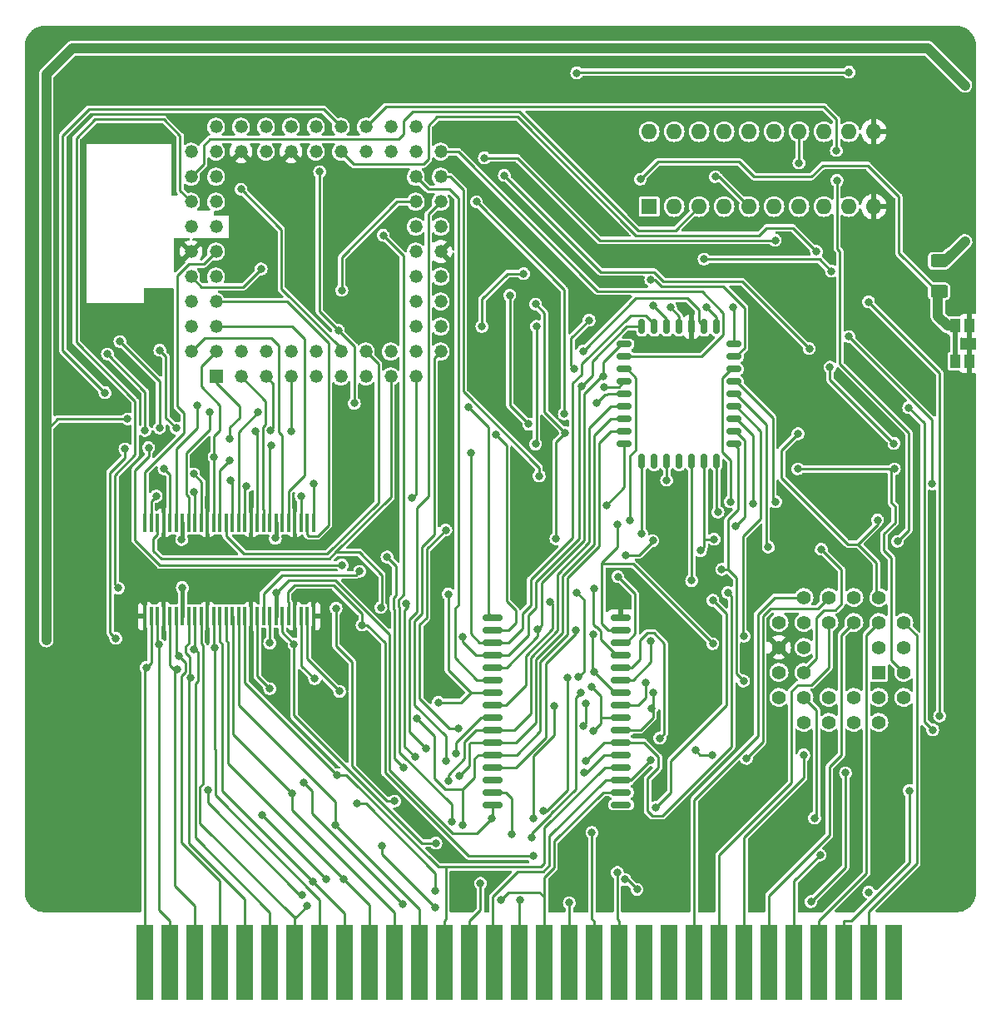
<source format=gbr>
%TF.GenerationSoftware,KiCad,Pcbnew,(6.0.4-0)*%
%TF.CreationDate,2022-05-20T22:02:18+01:00*%
%TF.ProjectId,8088_cpu_card,38303838-5f63-4707-955f-636172642e6b,rev?*%
%TF.SameCoordinates,Original*%
%TF.FileFunction,Copper,L1,Top*%
%TF.FilePolarity,Positive*%
%FSLAX46Y46*%
G04 Gerber Fmt 4.6, Leading zero omitted, Abs format (unit mm)*
G04 Created by KiCad (PCBNEW (6.0.4-0)) date 2022-05-20 22:02:18*
%MOMM*%
%LPD*%
G01*
G04 APERTURE LIST*
G04 Aperture macros list*
%AMRoundRect*
0 Rectangle with rounded corners*
0 $1 Rounding radius*
0 $2 $3 $4 $5 $6 $7 $8 $9 X,Y pos of 4 corners*
0 Add a 4 corners polygon primitive as box body*
4,1,4,$2,$3,$4,$5,$6,$7,$8,$9,$2,$3,0*
0 Add four circle primitives for the rounded corners*
1,1,$1+$1,$2,$3*
1,1,$1+$1,$4,$5*
1,1,$1+$1,$6,$7*
1,1,$1+$1,$8,$9*
0 Add four rect primitives between the rounded corners*
20,1,$1+$1,$2,$3,$4,$5,0*
20,1,$1+$1,$4,$5,$6,$7,0*
20,1,$1+$1,$6,$7,$8,$9,0*
20,1,$1+$1,$8,$9,$2,$3,0*%
G04 Aperture macros list end*
%TA.AperFunction,SMDPad,CuDef*%
%ADD10RoundRect,0.150000X0.150000X0.587500X-0.150000X0.587500X-0.150000X-0.587500X0.150000X-0.587500X0*%
%TD*%
%TA.AperFunction,SMDPad,CuDef*%
%ADD11RoundRect,0.150000X0.587500X0.150000X-0.587500X0.150000X-0.587500X-0.150000X0.587500X-0.150000X0*%
%TD*%
%TA.AperFunction,ComponentPad*%
%ADD12R,1.600000X1.600000*%
%TD*%
%TA.AperFunction,ComponentPad*%
%ADD13O,1.600000X1.600000*%
%TD*%
%TA.AperFunction,ConnectorPad*%
%ADD14R,1.780000X7.620000*%
%TD*%
%TA.AperFunction,SMDPad,CuDef*%
%ADD15RoundRect,0.150000X0.875000X0.150000X-0.875000X0.150000X-0.875000X-0.150000X0.875000X-0.150000X0*%
%TD*%
%TA.AperFunction,SMDPad,CuDef*%
%ADD16R,0.435000X1.900000*%
%TD*%
%TA.AperFunction,ComponentPad*%
%ADD17R,1.422400X1.422400*%
%TD*%
%TA.AperFunction,ComponentPad*%
%ADD18C,1.422400*%
%TD*%
%TA.AperFunction,SMDPad,CuDef*%
%ADD19R,1.050000X1.400000*%
%TD*%
%TA.AperFunction,ComponentPad*%
%ADD20C,1.320800*%
%TD*%
%TA.AperFunction,ComponentPad*%
%ADD21R,1.320800X1.320800*%
%TD*%
%TA.AperFunction,SMDPad,CuDef*%
%ADD22RoundRect,0.250000X-0.625000X0.400000X-0.625000X-0.400000X0.625000X-0.400000X0.625000X0.400000X0*%
%TD*%
%TA.AperFunction,ViaPad*%
%ADD23C,0.800000*%
%TD*%
%TA.AperFunction,Conductor*%
%ADD24C,0.250000*%
%TD*%
%TA.AperFunction,Conductor*%
%ADD25C,1.000000*%
%TD*%
%TA.AperFunction,Conductor*%
%ADD26C,0.450000*%
%TD*%
%TA.AperFunction,Conductor*%
%ADD27C,0.500000*%
%TD*%
G04 APERTURE END LIST*
D10*
%TO.P,J4,1,VPP*%
%TO.N,unconnected-(J4-Pad1)*%
X158496000Y-86212500D03*
%TO.P,J4,2,A16*%
%TO.N,A16*%
X159766000Y-86212500D03*
%TO.P,J4,3,A15*%
%TO.N,A15*%
X161036000Y-86212500D03*
%TO.P,J4,4,A12*%
%TO.N,A12*%
X162306000Y-86212500D03*
D11*
%TO.P,J4,5,A7*%
%TO.N,A7*%
X164058500Y-84455000D03*
%TO.P,J4,6,A6*%
%TO.N,A6*%
X164058500Y-83185000D03*
%TO.P,J4,7,A5*%
%TO.N,A5*%
X164058500Y-81915000D03*
%TO.P,J4,8,A4*%
%TO.N,A4*%
X164058500Y-80645000D03*
%TO.P,J4,9,A3*%
%TO.N,A3*%
X164058500Y-79375000D03*
%TO.P,J4,10,A2*%
%TO.N,A2*%
X164058500Y-78105000D03*
%TO.P,J4,11,A1*%
%TO.N,A1*%
X164058500Y-76835000D03*
%TO.P,J4,12,A0*%
%TO.N,A0*%
X164058500Y-75565000D03*
%TO.P,J4,13,D0*%
%TO.N,DA0*%
X164058500Y-74295000D03*
D10*
%TO.P,J4,14,D1*%
%TO.N,DA1*%
X162306000Y-72537500D03*
%TO.P,J4,15,D2*%
%TO.N,DA2*%
X161036000Y-72537500D03*
%TO.P,J4,16,GND*%
%TO.N,GND*%
X159766000Y-72537500D03*
%TO.P,J4,17,D3*%
%TO.N,DA3*%
X158496000Y-72537500D03*
%TO.P,J4,18,D4*%
%TO.N,DA4*%
X157226000Y-72537500D03*
%TO.P,J4,19,D5*%
%TO.N,DA5*%
X155956000Y-72537500D03*
%TO.P,J4,20,D6*%
%TO.N,DA6*%
X154686000Y-72537500D03*
D11*
%TO.P,J4,21,D7*%
%TO.N,DA7*%
X152933500Y-74295000D03*
%TO.P,J4,22,~{CE}*%
%TO.N,~{UCS}*%
X152933500Y-75565000D03*
%TO.P,J4,23,A10*%
%TO.N,A10*%
X152933500Y-76835000D03*
%TO.P,J4,24,~{OE}*%
%TO.N,~{RD}*%
X152933500Y-78105000D03*
%TO.P,J4,25,A11*%
%TO.N,A11*%
X152933500Y-79375000D03*
%TO.P,J4,26,A9*%
%TO.N,A9*%
X152933500Y-80645000D03*
%TO.P,J4,27,A8*%
%TO.N,A8*%
X152933500Y-81915000D03*
%TO.P,J4,28,A13*%
%TO.N,A13*%
X152933500Y-83185000D03*
%TO.P,J4,29,A14*%
%TO.N,A14*%
X152933500Y-84455000D03*
D10*
%TO.P,J4,30,A17*%
%TO.N,A17*%
X154686000Y-86212500D03*
%TO.P,J4,31,~{PGM}*%
%TO.N,unconnected-(J4-Pad31)*%
X155956000Y-86212500D03*
%TO.P,J4,32,VCC*%
%TO.N,VCC*%
X157226000Y-86212500D03*
%TD*%
D12*
%TO.P,J3,1,I1/CLK*%
%TO.N,~{ALE}*%
X155453000Y-60315000D03*
D13*
%TO.P,J3,2,I2*%
%TO.N,ALE*%
X157993000Y-60315000D03*
%TO.P,J3,3,I3*%
%TO.N,~{S2}*%
X160533000Y-60315000D03*
%TO.P,J3,4,I4*%
%TO.N,~{WR}*%
X163073000Y-60315000D03*
%TO.P,J3,5,I5*%
%TO.N,~{RD}*%
X165613000Y-60315000D03*
%TO.P,J3,6,I6*%
%TO.N,~{CS_I}*%
X168153000Y-60315000D03*
%TO.P,J3,7,I7*%
%TO.N,~{CS_S}*%
X170693000Y-60315000D03*
%TO.P,J3,8,I8*%
%TO.N,~{CARDSLCTD}*%
X173233000Y-60315000D03*
%TO.P,J3,9,I9*%
%TO.N,~{DEN}*%
X175773000Y-60315000D03*
%TO.P,J3,10,GND*%
%TO.N,GND*%
X178313000Y-60315000D03*
%TO.P,J3,11,I10/~{OE}*%
X178313000Y-52695000D03*
%TO.P,J3,12,IO8*%
%TO.N,unconnected-(J3-Pad12)*%
X175773000Y-52695000D03*
%TO.P,J3,13,IO7*%
%TO.N,~{IOR}*%
X173233000Y-52695000D03*
%TO.P,J3,14,IO6*%
%TO.N,~{IOW}*%
X170693000Y-52695000D03*
%TO.P,J3,15,IO5*%
%TO.N,~{SMEMR}*%
X168153000Y-52695000D03*
%TO.P,J3,16,IO4*%
%TO.N,~{SMEMW}*%
X165613000Y-52695000D03*
%TO.P,J3,17,I03*%
%TO.N,~{BDEN}*%
X163073000Y-52695000D03*
%TO.P,J3,18,IO2*%
%TO.N,/M{slash}~{IO}*%
X160533000Y-52695000D03*
%TO.P,J3,19,IO1*%
%TO.N,~{ALE}*%
X157993000Y-52695000D03*
%TO.P,J3,20,VCC*%
%TO.N,VCC*%
X155453000Y-52695000D03*
%TD*%
D14*
%TO.P,J2,32,IO*%
%TO.N,unconnected-(J2-Pad32)*%
X180340000Y-137160000D03*
%TO.P,J2,33,DB7*%
%TO.N,DB7*%
X177800000Y-137160000D03*
%TO.P,J2,34,DB6*%
%TO.N,DB6*%
X175260000Y-137160000D03*
%TO.P,J2,35,DB5*%
%TO.N,DB5*%
X172720000Y-137160000D03*
%TO.P,J2,36,DB4*%
%TO.N,DB4*%
X170180000Y-137160000D03*
%TO.P,J2,37,DB3*%
%TO.N,DB3*%
X167640000Y-137160000D03*
%TO.P,J2,38,DB2*%
%TO.N,DB2*%
X165100000Y-137160000D03*
%TO.P,J2,39,DB1*%
%TO.N,DB1*%
X162560000Y-137160000D03*
%TO.P,J2,40,DB0*%
%TO.N,DB0*%
X160020000Y-137160000D03*
%TO.P,J2,41,IO_READY*%
%TO.N,unconnected-(J2-Pad41)*%
X157480000Y-137160000D03*
%TO.P,J2,42,AEN*%
%TO.N,unconnected-(J2-Pad42)*%
X154940000Y-137160000D03*
%TO.P,J2,43,BA19*%
%TO.N,A19*%
X152400000Y-137160000D03*
%TO.P,J2,44,BA18*%
%TO.N,A18*%
X149860000Y-137160000D03*
%TO.P,J2,45,BA17*%
%TO.N,A17*%
X147320000Y-137160000D03*
%TO.P,J2,46,BA16*%
%TO.N,A16*%
X144780000Y-137160000D03*
%TO.P,J2,47,BA15*%
%TO.N,A15*%
X142240000Y-137160000D03*
%TO.P,J2,48,BA14*%
%TO.N,A14*%
X139700000Y-137160000D03*
%TO.P,J2,49,BA13*%
%TO.N,A13*%
X137160000Y-137160000D03*
%TO.P,J2,50,BA12*%
%TO.N,A12*%
X134620000Y-137160000D03*
%TO.P,J2,51,BA11*%
%TO.N,A11*%
X132080000Y-137160000D03*
%TO.P,J2,52,BA10*%
%TO.N,A10*%
X129540000Y-137160000D03*
%TO.P,J2,53,BA09*%
%TO.N,A9*%
X127000000Y-137160000D03*
%TO.P,J2,54,BA08*%
%TO.N,A8*%
X124460000Y-137160000D03*
%TO.P,J2,55,BA07*%
%TO.N,A7*%
X121920000Y-137160000D03*
%TO.P,J2,56,BA06*%
%TO.N,A6*%
X119380000Y-137160000D03*
%TO.P,J2,57,BA05*%
%TO.N,A5*%
X116840000Y-137160000D03*
%TO.P,J2,58,BA04*%
%TO.N,A4*%
X114300000Y-137160000D03*
%TO.P,J2,59,BA03*%
%TO.N,A3*%
X111760000Y-137160000D03*
%TO.P,J2,60,BA02*%
%TO.N,A2*%
X109220000Y-137160000D03*
%TO.P,J2,61,BA01*%
%TO.N,A1*%
X106680000Y-137160000D03*
%TO.P,J2,62,BA00*%
%TO.N,A0*%
X104140000Y-137160000D03*
%TD*%
D15*
%TO.P,U3,1,NC*%
%TO.N,unconnected-(U3-Pad1)*%
X152600000Y-121158000D03*
%TO.P,U3,2,A16*%
%TO.N,A16*%
X152600000Y-119888000D03*
%TO.P,U3,3,A14*%
%TO.N,A14*%
X152600000Y-118618000D03*
%TO.P,U3,4,A12*%
%TO.N,A12*%
X152600000Y-117348000D03*
%TO.P,U3,5,A7*%
%TO.N,A7*%
X152600000Y-116078000D03*
%TO.P,U3,6,A6*%
%TO.N,A6*%
X152600000Y-114808000D03*
%TO.P,U3,7,A5*%
%TO.N,A5*%
X152600000Y-113538000D03*
%TO.P,U3,8,A4*%
%TO.N,A4*%
X152600000Y-112268000D03*
%TO.P,U3,9,A3*%
%TO.N,A3*%
X152600000Y-110998000D03*
%TO.P,U3,10,A2*%
%TO.N,A2*%
X152600000Y-109728000D03*
%TO.P,U3,11,A1*%
%TO.N,A1*%
X152600000Y-108458000D03*
%TO.P,U3,12,A0*%
%TO.N,A0*%
X152600000Y-107188000D03*
%TO.P,U3,13,Q0*%
%TO.N,DA0*%
X152600000Y-105918000D03*
%TO.P,U3,14,Q1*%
%TO.N,DA1*%
X152600000Y-104648000D03*
%TO.P,U3,15,Q2*%
%TO.N,DA2*%
X152600000Y-103378000D03*
%TO.P,U3,16,GND*%
%TO.N,GND*%
X152600000Y-102108000D03*
%TO.P,U3,17,Q3*%
%TO.N,DA3*%
X139500000Y-102108000D03*
%TO.P,U3,18,Q4*%
%TO.N,DA4*%
X139500000Y-103378000D03*
%TO.P,U3,19,Q5*%
%TO.N,DA5*%
X139500000Y-104648000D03*
%TO.P,U3,20,Q6*%
%TO.N,DA6*%
X139500000Y-105918000D03*
%TO.P,U3,21,Q7*%
%TO.N,DA7*%
X139500000Y-107188000D03*
%TO.P,U3,22,~{CS1}*%
%TO.N,~{LCS}*%
X139500000Y-108458000D03*
%TO.P,U3,23,A10*%
%TO.N,A10*%
X139500000Y-109728000D03*
%TO.P,U3,24,~{OE}*%
%TO.N,~{RD}*%
X139500000Y-110998000D03*
%TO.P,U3,25,A11*%
%TO.N,A11*%
X139500000Y-112268000D03*
%TO.P,U3,26,A9*%
%TO.N,A9*%
X139500000Y-113538000D03*
%TO.P,U3,27,A8*%
%TO.N,A8*%
X139500000Y-114808000D03*
%TO.P,U3,28,A13*%
%TO.N,A13*%
X139500000Y-116078000D03*
%TO.P,U3,29,~{WE}*%
%TO.N,~{WR}*%
X139500000Y-117348000D03*
%TO.P,U3,30,CS2*%
%TO.N,unconnected-(U3-Pad30)*%
X139500000Y-118618000D03*
%TO.P,U3,31,A15*%
%TO.N,A15*%
X139500000Y-119888000D03*
%TO.P,U3,32,VCC*%
%TO.N,VCC*%
X139500000Y-121158000D03*
%TD*%
D16*
%TO.P,U1,1,1~{OE}*%
%TO.N,GND*%
X104140000Y-101969000D03*
%TO.P,U1,2,1Q1*%
%TO.N,A0*%
X104774000Y-101969000D03*
%TO.P,U1,3,1Q2*%
%TO.N,A1*%
X105410000Y-101969000D03*
%TO.P,U1,4,GND_1*%
%TO.N,GND*%
X106044000Y-101969000D03*
%TO.P,U1,5,1Q3*%
%TO.N,A2*%
X106680000Y-101969000D03*
%TO.P,U1,6,1Q4*%
%TO.N,A3*%
X107314000Y-101969000D03*
%TO.P,U1,7,VCC_1*%
%TO.N,VCC*%
X107950000Y-101969000D03*
%TO.P,U1,8,1Q5*%
%TO.N,A4*%
X108584000Y-101969000D03*
%TO.P,U1,9,1Q6*%
%TO.N,A5*%
X109220000Y-101969000D03*
%TO.P,U1,10,1Q7*%
%TO.N,A6*%
X109854000Y-101969000D03*
%TO.P,U1,11,GND_2*%
%TO.N,GND*%
X110490000Y-101969000D03*
%TO.P,U1,12,1Q8*%
%TO.N,A7*%
X111124000Y-101969000D03*
%TO.P,U1,13,1Q9*%
%TO.N,A8*%
X111760000Y-101969000D03*
%TO.P,U1,14,1Q10*%
%TO.N,A9*%
X112394000Y-101969000D03*
%TO.P,U1,15,2Q1*%
%TO.N,A10*%
X113030000Y-101969000D03*
%TO.P,U1,16,2Q2*%
%TO.N,A11*%
X113664000Y-101969000D03*
%TO.P,U1,17,2Q3*%
%TO.N,A12*%
X114300000Y-101969000D03*
%TO.P,U1,18,GND_3*%
%TO.N,GND*%
X114934000Y-101969000D03*
%TO.P,U1,19,2Q4*%
%TO.N,A13*%
X115570000Y-101969000D03*
%TO.P,U1,20,2Q5*%
%TO.N,A14*%
X116204000Y-101969000D03*
%TO.P,U1,21,2Q6*%
%TO.N,A15*%
X116840000Y-101969000D03*
%TO.P,U1,22,VCC_2*%
%TO.N,VCC*%
X117474000Y-101969000D03*
%TO.P,U1,23,2Q7*%
%TO.N,A16*%
X118110000Y-101969000D03*
%TO.P,U1,24,2Q8*%
%TO.N,A17*%
X118744000Y-101969000D03*
%TO.P,U1,25,GND_4*%
%TO.N,GND*%
X119380000Y-101969000D03*
%TO.P,U1,26,2Q9*%
%TO.N,A18*%
X120014000Y-101969000D03*
%TO.P,U1,27,2Q10*%
%TO.N,A19*%
X120650000Y-101969000D03*
%TO.P,U1,28,2~{OE}*%
%TO.N,GND*%
X121284000Y-101969000D03*
%TO.P,U1,29,2LE*%
%TO.N,ALE*%
X121284000Y-92469000D03*
%TO.P,U1,30,2D10*%
%TO.N,XA19*%
X120650000Y-92469000D03*
%TO.P,U1,31,2D9*%
%TO.N,XA18*%
X120014000Y-92469000D03*
%TO.P,U1,32,GND_5*%
%TO.N,GND*%
X119380000Y-92469000D03*
%TO.P,U1,33,2D8*%
%TO.N,XA17*%
X118744000Y-92469000D03*
%TO.P,U1,34,2D7*%
%TO.N,XA16*%
X118110000Y-92469000D03*
%TO.P,U1,35,VCC_3*%
%TO.N,VCC*%
X117474000Y-92469000D03*
%TO.P,U1,36,2D6*%
%TO.N,XA15*%
X116840000Y-92469000D03*
%TO.P,U1,37,2D5*%
%TO.N,XA14*%
X116204000Y-92469000D03*
%TO.P,U1,38,2D4*%
%TO.N,XA13*%
X115570000Y-92469000D03*
%TO.P,U1,39,GND_6*%
%TO.N,GND*%
X114934000Y-92469000D03*
%TO.P,U1,40,2D3*%
%TO.N,XA12*%
X114300000Y-92469000D03*
%TO.P,U1,41,2D2*%
%TO.N,XA11*%
X113664000Y-92469000D03*
%TO.P,U1,42,2D1*%
%TO.N,XA10*%
X113030000Y-92469000D03*
%TO.P,U1,43,1D10*%
%TO.N,XA9*%
X112394000Y-92469000D03*
%TO.P,U1,44,1D9*%
%TO.N,XA8*%
X111760000Y-92469000D03*
%TO.P,U1,45,1D8*%
%TO.N,DA7*%
X111124000Y-92469000D03*
%TO.P,U1,46,GND_7*%
%TO.N,GND*%
X110490000Y-92469000D03*
%TO.P,U1,47,1D7*%
%TO.N,DA6*%
X109854000Y-92469000D03*
%TO.P,U1,48,1D6*%
%TO.N,DA5*%
X109220000Y-92469000D03*
%TO.P,U1,49,1D5*%
%TO.N,DA4*%
X108584000Y-92469000D03*
%TO.P,U1,50,VCC_4*%
%TO.N,VCC*%
X107950000Y-92469000D03*
%TO.P,U1,51,1D4*%
%TO.N,DA3*%
X107314000Y-92469000D03*
%TO.P,U1,52,1D3*%
%TO.N,DA2*%
X106680000Y-92469000D03*
%TO.P,U1,53,GND_8*%
%TO.N,GND*%
X106044000Y-92469000D03*
%TO.P,U1,54,1D2*%
%TO.N,DA1*%
X105410000Y-92469000D03*
%TO.P,U1,55,1D1*%
%TO.N,DA0*%
X104774000Y-92469000D03*
%TO.P,U1,56,1LE*%
%TO.N,ALE*%
X104140000Y-92469000D03*
%TD*%
D17*
%TO.P,J5,1,~{CS}*%
%TO.N,~{CS_I}*%
X178816000Y-107696000D03*
D18*
%TO.P,J5,2,~{WR}*%
%TO.N,~{IOW}*%
X181356000Y-105156000D03*
%TO.P,J5,3,~{RD}*%
%TO.N,~{IOR}*%
X178816000Y-105156000D03*
%TO.P,J5,4,D7*%
%TO.N,DB7*%
X181356000Y-102616000D03*
%TO.P,J5,5,D6*%
%TO.N,DB6*%
X178816000Y-100076000D03*
%TO.P,J5,6,D5*%
%TO.N,DB5*%
X178816000Y-102616000D03*
%TO.P,J5,7,D4*%
%TO.N,DB4*%
X176276000Y-100076000D03*
%TO.P,J5,8,D3*%
%TO.N,DB3*%
X176276000Y-102616000D03*
%TO.P,J5,9,D2*%
%TO.N,DB2*%
X173736000Y-100076000D03*
%TO.P,J5,10,D1*%
%TO.N,DB1*%
X173736000Y-102616000D03*
%TO.P,J5,11,D0*%
%TO.N,DB0*%
X171196000Y-100076000D03*
%TO.P,J5,12,CAS0*%
%TO.N,unconnected-(J5-Pad12)*%
X168656000Y-102616000D03*
%TO.P,J5,13,CAS1*%
%TO.N,unconnected-(J5-Pad13)*%
X171196000Y-102616000D03*
%TO.P,J5,14,GND*%
%TO.N,GND*%
X168656000Y-105156000D03*
%TO.P,J5,15,CAS2*%
%TO.N,unconnected-(J5-Pad15)*%
X171196000Y-105156000D03*
%TO.P,J5,16,~{SP}/~{EN}*%
%TO.N,unconnected-(J5-Pad16)*%
X168656000Y-107696000D03*
%TO.P,J5,17,INT*%
%TO.N,INT0*%
X171196000Y-107696000D03*
%TO.P,J5,18,IR0*%
%TO.N,IR0*%
X168656000Y-110236000D03*
%TO.P,J5,19,IR1*%
%TO.N,IR1*%
X171196000Y-112776000D03*
%TO.P,J5,20,IR2*%
%TO.N,IR2*%
X171196000Y-110236000D03*
%TO.P,J5,21,IR3*%
%TO.N,IR3*%
X173736000Y-112776000D03*
%TO.P,J5,22,IR4*%
%TO.N,IR4*%
X173736000Y-110236000D03*
%TO.P,J5,23,IR5*%
%TO.N,IR5*%
X176276000Y-112776000D03*
%TO.P,J5,24,IR6*%
%TO.N,IR6*%
X176276000Y-110236000D03*
%TO.P,J5,25,IR7*%
%TO.N,IR7*%
X178816000Y-112776000D03*
%TO.P,J5,26,~{INTA}*%
%TO.N,~{INTA0}*%
X181356000Y-110236000D03*
%TO.P,J5,27,A0*%
%TO.N,A0*%
X178816000Y-110236000D03*
%TO.P,J5,28,VCC*%
%TO.N,VCC*%
X181356000Y-107696000D03*
%TD*%
D19*
%TO.P,SW1,1,1*%
%TO.N,~{RES}*%
X186581500Y-72447500D03*
X186581500Y-76047500D03*
%TO.P,SW1,2,2*%
%TO.N,GND*%
X188021500Y-72447500D03*
X188021500Y-76047500D03*
%TD*%
D20*
%TO.P,J1,68,A16/S3*%
%TO.N,XA16*%
X108839000Y-75057000D03*
%TO.P,J1,67,A17/S4*%
%TO.N,XA17*%
X111379000Y-72517000D03*
%TO.P,J1,66,A18/S5*%
%TO.N,XA18*%
X108839000Y-72517000D03*
%TO.P,J1,65,A19/S6*%
%TO.N,XA19*%
X111379000Y-69977000D03*
%TO.P,J1,64,S7*%
%TO.N,unconnected-(J1-Pad64)*%
X108839000Y-69977000D03*
%TO.P,J1,63,~{WR}/QS1*%
%TO.N,~{WR}*%
X111379000Y-67437000D03*
%TO.P,J1,62,~{RD}/~{QSMD}*%
%TO.N,~{RD}*%
X108839000Y-67437000D03*
%TO.P,J1,61,ALE/QS0*%
%TO.N,ALE*%
X111379000Y-64897000D03*
%TO.P,J1,60,VSS*%
%TO.N,GND*%
X108839000Y-64897000D03*
%TO.P,J1,59,X1*%
%TO.N,/X1*%
X111379000Y-62357000D03*
%TO.P,J1,58,X2*%
%TO.N,/X2*%
X108839000Y-62357000D03*
%TO.P,J1,57,RESET*%
%TO.N,RESET*%
X111379000Y-59817000D03*
%TO.P,J1,56,CLKOUT*%
%TO.N,BCLK*%
X108839000Y-59817000D03*
%TO.P,J1,55,ARDY*%
%TO.N,Net-(J1-Pad55)*%
X111379000Y-57277000D03*
%TO.P,J1,54,~{S2}*%
%TO.N,~{S2}*%
X108839000Y-57277000D03*
%TO.P,J1,53,~{S1}*%
%TO.N,unconnected-(J1-Pad53)*%
X111379000Y-54737000D03*
%TO.P,J1,52,~{S0}*%
%TO.N,unconnected-(J1-Pad52)*%
X108839000Y-54737000D03*
%TO.P,J1,51,HLDA*%
%TO.N,unconnected-(J1-Pad51)*%
X111379000Y-52197000D03*
%TO.P,J1,50,HOLD*%
%TO.N,GND*%
X113919000Y-54737000D03*
%TO.P,J1,49,SRDY*%
%TO.N,Net-(J1-Pad49)*%
X113919000Y-52197000D03*
%TO.P,J1,48,~{LOCK}*%
%TO.N,unconnected-(J1-Pad48)*%
X116459000Y-54737000D03*
%TO.P,J1,47,~{TEST}*%
%TO.N,unconnected-(J1-Pad47)*%
X116459000Y-52197000D03*
%TO.P,J1,46,NMI*%
%TO.N,GND*%
X118999000Y-54737000D03*
%TO.P,J1,45,INT0*%
%TO.N,INT0*%
X118999000Y-52197000D03*
%TO.P,J1,44,INT1/~{SELECT}*%
%TO.N,INT1*%
X121539000Y-54737000D03*
%TO.P,J1,43,VCC*%
%TO.N,VCC*%
X121539000Y-52197000D03*
%TO.P,J1,42,INT2/~{INTA0}*%
%TO.N,~{INTA0}*%
X124079000Y-54737000D03*
%TO.P,J1,41,INT3/~{INTA1}/IRQ*%
%TO.N,INT3*%
X124079000Y-52197000D03*
%TO.P,J1,40,DT/~{R}*%
%TO.N,DT{slash}~{R}*%
X126619000Y-54737000D03*
%TO.P,J1,39,~{DEN}*%
%TO.N,~{DEN}*%
X126619000Y-52197000D03*
%TO.P,J1,38,~{MCS0}*%
%TO.N,unconnected-(J1-Pad38)*%
X129159000Y-54737000D03*
%TO.P,J1,37,~{MCS1}*%
%TO.N,unconnected-(J1-Pad37)*%
X129159000Y-52197000D03*
%TO.P,J1,36,~{MCS2}*%
%TO.N,unconnected-(J1-Pad36)*%
X131699000Y-54737000D03*
%TO.P,J1,35,~{MCS3}*%
%TO.N,unconnected-(J1-Pad35)*%
X131699000Y-52197000D03*
%TO.P,J1,34,~{UCS}*%
%TO.N,~{UCS}*%
X134239000Y-54737000D03*
%TO.P,J1,33,~{LCS}*%
%TO.N,~{LCS}*%
X131699000Y-57277000D03*
%TO.P,J1,32,~{PCS6}/A2*%
%TO.N,~{PCS6}*%
X134239000Y-57277000D03*
%TO.P,J1,31,~{PCS5}/A1*%
%TO.N,~{PCS5}*%
X131699000Y-59817000D03*
%TO.P,J1,30,~{PCS4}*%
%TO.N,~{PCS4}*%
X134239000Y-59817000D03*
%TO.P,J1,29,~{PCS3}*%
%TO.N,~{PCS3}*%
X131699000Y-62357000D03*
%TO.P,J1,28,~{PCS2}*%
%TO.N,unconnected-(J1-Pad28)*%
X134239000Y-62357000D03*
%TO.P,J1,27,~{PCS1}*%
%TO.N,~{CS_I}*%
X131699000Y-64897000D03*
%TO.P,J1,26,VSS*%
%TO.N,GND*%
X134239000Y-64897000D03*
%TO.P,J1,25,~{PCS0}*%
%TO.N,~{CS_S}*%
X131699000Y-67437000D03*
%TO.P,J1,24,~{RES}*%
%TO.N,~{RES}*%
X134239000Y-67437000D03*
%TO.P,J1,23,TMR_OUT_1*%
%TO.N,unconnected-(J1-Pad23)*%
X131699000Y-69977000D03*
%TO.P,J1,22,TMR_OUT_0*%
%TO.N,BAUD*%
X134239000Y-69977000D03*
%TO.P,J1,21,TMR_IN_1*%
%TO.N,unconnected-(J1-Pad21)*%
X131699000Y-72517000D03*
%TO.P,J1,20,TMR_IN_0*%
%TO.N,Net-(J1-Pad20)*%
X134239000Y-72517000D03*
%TO.P,J1,19,DRQ1*%
%TO.N,DRQ1*%
X131699000Y-75057000D03*
%TO.P,J1,18,DRQ0*%
%TO.N,DRQ0*%
X134239000Y-75057000D03*
%TO.P,J1,17,AD0*%
%TO.N,DA0*%
X131699000Y-77597000D03*
%TO.P,J1,16,A8*%
%TO.N,XA8*%
X129159000Y-75057000D03*
%TO.P,J1,15,AD1*%
%TO.N,DA1*%
X129159000Y-77597000D03*
%TO.P,J1,14,A9*%
%TO.N,XA9*%
X126619000Y-75057000D03*
%TO.P,J1,13,AD2*%
%TO.N,DA2*%
X126619000Y-77597000D03*
%TO.P,J1,12,A10*%
%TO.N,XA10*%
X124079000Y-75057000D03*
%TO.P,J1,11,AD3*%
%TO.N,DA3*%
X124079000Y-77597000D03*
%TO.P,J1,10,A11*%
%TO.N,XA11*%
X121539000Y-75057000D03*
%TO.P,J1,9,VCC*%
%TO.N,VCC*%
X121539000Y-77597000D03*
%TO.P,J1,8,AD4*%
%TO.N,DA4*%
X118999000Y-75057000D03*
%TO.P,J1,7,A12*%
%TO.N,XA12*%
X118999000Y-77597000D03*
%TO.P,J1,6,AD5*%
%TO.N,DA5*%
X116459000Y-75057000D03*
%TO.P,J1,5,A13*%
%TO.N,XA13*%
X116459000Y-77597000D03*
%TO.P,J1,4,AD6*%
%TO.N,DA6*%
X113919000Y-75057000D03*
%TO.P,J1,3,A14*%
%TO.N,XA14*%
X113919000Y-77597000D03*
%TO.P,J1,2,AD7*%
%TO.N,DA7*%
X111379000Y-75057000D03*
D21*
%TO.P,J1,1,A15*%
%TO.N,XA15*%
X111379000Y-77597000D03*
%TD*%
D22*
%TO.P,R1,1*%
%TO.N,VCC*%
X184959500Y-65839500D03*
%TO.P,R1,2*%
%TO.N,~{RES}*%
X184959500Y-68939500D03*
%TD*%
D23*
%TO.N,GND*%
X139954000Y-72517000D03*
X134620000Y-96393000D03*
X142875000Y-89027000D03*
X134874000Y-86106000D03*
X134874000Y-89916000D03*
X128778000Y-94107000D03*
X122682000Y-112649000D03*
%TO.N,A16*%
X133752400Y-125046500D03*
%TO.N,GND*%
X101727000Y-112522000D03*
X105791000Y-94488000D03*
X182753000Y-77470000D03*
X119761000Y-94742000D03*
X148590000Y-125095000D03*
X124625500Y-83615400D03*
X119634000Y-62484000D03*
X115189000Y-62865000D03*
X161290000Y-127889000D03*
X108585000Y-52070000D03*
X160909000Y-66802000D03*
X139446000Y-128623400D03*
X97917000Y-119625100D03*
X148590000Y-53721000D03*
X120396000Y-68834000D03*
X143129000Y-54483000D03*
X101600000Y-52705000D03*
X110427000Y-94488000D03*
X168910000Y-68961000D03*
X102870000Y-49530000D03*
X157190995Y-94443695D03*
X185293000Y-61595000D03*
X99060000Y-46990000D03*
X151130000Y-125730000D03*
X110427000Y-100076000D03*
X119507000Y-99822000D03*
X140335000Y-66040000D03*
X145923000Y-51943000D03*
X114681000Y-94488000D03*
X167640000Y-128905000D03*
X178308000Y-65024000D03*
X105981000Y-100140000D03*
X147320000Y-127635000D03*
X167386000Y-45593000D03*
X140970000Y-61595000D03*
X123952000Y-70612000D03*
X114871000Y-100140000D03*
X159871600Y-47794200D03*
X152781000Y-65405000D03*
X126619000Y-59690000D03*
X182245000Y-131191000D03*
X102362000Y-130937000D03*
X125952700Y-46961800D03*
X173990000Y-127000000D03*
X168910000Y-122555000D03*
X143637000Y-94869000D03*
X104140000Y-46990000D03*
X121793000Y-100076000D03*
X178562000Y-55118000D03*
X169926000Y-49022000D03*
X157480000Y-129540000D03*
X171450000Y-129540000D03*
X159180000Y-70595400D03*
X179705000Y-123190000D03*
X168910000Y-93980000D03*
X103505000Y-100266000D03*
X184785000Y-121285000D03*
X184023000Y-49403000D03*
%TO.N,VCC*%
X117411000Y-94044000D03*
X180394610Y-86995000D03*
X102374500Y-81915000D03*
X157226000Y-88138000D03*
X155448000Y-44196000D03*
X107950000Y-99060000D03*
X187579000Y-48006000D03*
X117475000Y-99568000D03*
X170561000Y-86995000D03*
X183769000Y-44196000D03*
X94107000Y-104394000D03*
X107887000Y-94170000D03*
X187579000Y-63881000D03*
X121539000Y-44196000D03*
X111405000Y-44297000D03*
X139446000Y-122555000D03*
%TO.N,DRQ1*%
X173985100Y-66872500D03*
X175430600Y-117910800D03*
X171910700Y-131017100D03*
X161036000Y-65659000D03*
%TO.N,RESET*%
X148082000Y-46736000D03*
X177800000Y-130048000D03*
X175792700Y-46651100D03*
%TO.N,ALE*%
X141273100Y-69342000D03*
X121284000Y-88516400D03*
X143192600Y-82443300D03*
%TO.N,BCLK*%
X120269000Y-118872000D03*
X101420900Y-99112600D03*
X130345000Y-131257300D03*
%TO.N,~{IOW}*%
X170693000Y-55880000D03*
%TO.N,~{IOR}*%
X152990200Y-128748200D03*
X174570500Y-57658000D03*
X180721000Y-94361000D03*
X154211900Y-129763900D03*
%TO.N,DB6*%
X175768000Y-73533000D03*
X170592300Y-83424200D03*
X181916300Y-119709600D03*
X184221800Y-88499700D03*
X178689000Y-92202000D03*
%TO.N,DB4*%
X172844100Y-126265100D03*
X180349800Y-84397700D03*
X173850500Y-76654868D03*
%TO.N,DB2*%
X165338155Y-116427155D03*
X171182000Y-116073522D03*
%TO.N,A19*%
X143689600Y-122545500D03*
X145819000Y-111120989D03*
X152214900Y-128038100D03*
X123944900Y-109613788D03*
%TO.N,A18*%
X121412000Y-108331000D03*
X144700487Y-121771546D03*
X147160200Y-108256600D03*
X149626500Y-123961400D03*
%TO.N,A17*%
X147320000Y-131121700D03*
X154686000Y-93566100D03*
X143649500Y-126365000D03*
X126238000Y-102870000D03*
%TO.N,A16*%
X159766000Y-98357800D03*
X119312900Y-104805900D03*
X140335000Y-130810000D03*
%TO.N,A15*%
X141496400Y-124161400D03*
X156078000Y-121448200D03*
X142278600Y-130810000D03*
X160669300Y-95308900D03*
X116840000Y-104701500D03*
X162072800Y-94146700D03*
X161925000Y-100351000D03*
%TO.N,A14*%
X155598700Y-116592400D03*
X125984000Y-97409000D03*
X151130000Y-90678000D03*
X131607300Y-116282600D03*
X130687478Y-100661600D03*
%TO.N,A13*%
X116840000Y-109347000D03*
X138286000Y-129135600D03*
X136484900Y-123243100D03*
X131849845Y-112371155D03*
%TO.N,A12*%
X162454200Y-91394200D03*
X123698000Y-118110000D03*
%TO.N,A11*%
X128776300Y-95946300D03*
X150114000Y-80264000D03*
X130488100Y-117356500D03*
X135763000Y-115951000D03*
X123509400Y-123217800D03*
%TO.N,A10*%
X135014600Y-99725800D03*
X133985000Y-110744000D03*
X153462200Y-92266500D03*
X119126000Y-120015000D03*
%TO.N,A9*%
X135001000Y-118745000D03*
X124348100Y-128717300D03*
%TO.N,A8*%
X136144000Y-118237000D03*
X121215700Y-128962900D03*
%TO.N,A7*%
X148844000Y-117877456D03*
X165056700Y-108563800D03*
X111205200Y-105157900D03*
X162843300Y-97207400D03*
%TO.N,A6*%
X148971000Y-116713000D03*
X120650000Y-131445000D03*
X164268800Y-92826200D03*
X163449000Y-99568000D03*
%TO.N,A5*%
X109087806Y-105352015D03*
X155841500Y-109732943D03*
X155723200Y-111324500D03*
X165999900Y-90562000D03*
%TO.N,A4*%
X108754400Y-108250400D03*
X165100000Y-104013000D03*
X149733000Y-113665000D03*
X149629800Y-109176700D03*
%TO.N,A3*%
X148749900Y-113136300D03*
X107569000Y-106045000D03*
X149043200Y-110828900D03*
X155067000Y-108712000D03*
X167577000Y-94938700D03*
%TO.N,A2*%
X149825800Y-107626000D03*
X168316100Y-90341000D03*
X107465500Y-107346100D03*
X149784184Y-103844295D03*
%TO.N,A1*%
X155594800Y-104503000D03*
X163729100Y-90329200D03*
X105568500Y-104836900D03*
%TO.N,A0*%
X156535200Y-114376600D03*
X136059601Y-113416090D03*
X104267000Y-107188000D03*
X143890321Y-84473609D03*
X155609900Y-67761200D03*
X134747000Y-93218000D03*
X143977200Y-72505000D03*
%TO.N,~{CARDSLCTD}*%
X184997100Y-112124600D03*
X177768100Y-70003600D03*
%TO.N,DRQ0*%
X133715700Y-131637200D03*
X128226000Y-125295700D03*
X134747000Y-116713000D03*
%TO.N,~{PCS4}*%
X133705200Y-129866600D03*
X125730000Y-121031000D03*
X132785500Y-115459900D03*
%TO.N,~{PCS5}*%
X124181000Y-68829522D03*
%TO.N,~{PCS6}*%
X148082000Y-99568000D03*
X148456500Y-109769200D03*
X144254600Y-87702200D03*
X143510000Y-124460000D03*
X148260500Y-108178067D03*
%TO.N,~{PCS3}*%
X128397000Y-63246000D03*
X135362400Y-122844300D03*
%TO.N,IR5*%
X160165177Y-115623477D03*
X161890087Y-116089187D03*
%TO.N,IR2*%
X172284500Y-122501800D03*
%TO.N,~{RES}*%
X154559000Y-57531000D03*
X184832000Y-71453500D03*
%TO.N,~{RD}*%
X145972000Y-94101900D03*
X162179000Y-57277000D03*
X115969800Y-66662500D03*
X143891000Y-70231000D03*
X150849351Y-78644187D03*
X145356509Y-100545307D03*
X146913999Y-83312000D03*
%TO.N,INT0*%
X140716000Y-57150000D03*
X171743655Y-74763345D03*
X172964600Y-95168800D03*
%TO.N,~{DEN}*%
X174498000Y-54610000D03*
%TO.N,Net-(J1-Pad20)*%
X138430000Y-72517000D03*
X142672700Y-67145500D03*
%TO.N,DA0*%
X105295800Y-89755400D03*
X153067212Y-95745500D03*
X155818500Y-94284900D03*
X164007300Y-70570200D03*
X104521000Y-84836000D03*
X124206000Y-96774000D03*
X131318000Y-89959200D03*
X149850550Y-99160811D03*
%TO.N,DA1*%
X128143000Y-101092000D03*
X161256300Y-70519400D03*
X152268579Y-97953279D03*
%TO.N,DA2*%
X102108000Y-84963000D03*
X101176100Y-104229900D03*
X148717000Y-75015000D03*
X152207200Y-92648700D03*
X106092000Y-86974200D03*
X161925000Y-104775000D03*
%TO.N,DA3*%
X157627000Y-70585200D03*
X109474000Y-80518000D03*
X137056845Y-80748155D03*
%TO.N,XA12*%
X114459600Y-88750900D03*
X118999000Y-83143100D03*
%TO.N,XA13*%
X115405499Y-83132146D03*
X116954500Y-83079400D03*
%TO.N,XA15*%
X116970100Y-84582000D03*
X112790800Y-83895200D03*
%TO.N,~{WR}*%
X147955000Y-103378000D03*
%TO.N,INT1*%
X181864000Y-80772000D03*
X184299200Y-113530200D03*
%TO.N,~{INTA0}*%
X172472564Y-64884500D03*
%TO.N,DT{slash}~{R}*%
X137874178Y-59817000D03*
X146812000Y-81407000D03*
%TO.N,~{CS_I}*%
X168275000Y-63754000D03*
X138684000Y-55372000D03*
%TO.N,XA8*%
X105664000Y-74930000D03*
X112767300Y-86112200D03*
X107335500Y-82846600D03*
%TO.N,XA10*%
X112877800Y-88139800D03*
X105631900Y-82818900D03*
X101600000Y-74041000D03*
X113919000Y-58547000D03*
%TO.N,XA11*%
X115672205Y-81257105D03*
%TO.N,DA4*%
X147828000Y-76835000D03*
X149336058Y-71869500D03*
X110744000Y-81253200D03*
X139846898Y-83538208D03*
X155875000Y-70411400D03*
%TO.N,DA5*%
X137287000Y-85344000D03*
X104165400Y-83081400D03*
X123825000Y-72898000D03*
X100330000Y-75311000D03*
X109138200Y-89306400D03*
X121920000Y-56769000D03*
X125454200Y-80330800D03*
%TO.N,DA6*%
X109100900Y-87514500D03*
X136491100Y-104067800D03*
X148539540Y-78613000D03*
%TO.N,DA7*%
X150821028Y-77595066D03*
X144128337Y-103282201D03*
X111179200Y-85804900D03*
%TO.N,XA18*%
X129540000Y-120777000D03*
X123590000Y-101159500D03*
X116039800Y-122237900D03*
X120014000Y-89737400D03*
X122559900Y-128758000D03*
%TO.N,INT3*%
X100076000Y-79248000D03*
X110528700Y-119628600D03*
X120142000Y-130302000D03*
%TD*%
D24*
%TO.N,~{RD}*%
X144780000Y-81178001D02*
X144780000Y-71120000D01*
X144780000Y-71120000D02*
X143891000Y-70231000D01*
X146913999Y-83312000D02*
X144780000Y-81178001D01*
%TO.N,~{LCS}*%
X139500000Y-108458000D02*
X137922000Y-108458000D01*
X137922000Y-108458000D02*
X135698500Y-106234500D01*
X135128000Y-58547000D02*
X132969000Y-58547000D01*
X135698500Y-106234500D02*
X135698500Y-101156500D01*
X136017000Y-59436000D02*
X135128000Y-58547000D01*
X135698500Y-101156500D02*
X136017000Y-100838000D01*
X136017000Y-100838000D02*
X136017000Y-59436000D01*
X132969000Y-58547000D02*
X131699000Y-57277000D01*
%TO.N,~{PCS6}*%
X136516511Y-58620565D02*
X136516511Y-79112511D01*
X134239000Y-57277000D02*
X135172946Y-57277000D01*
X135172946Y-57277000D02*
X136516511Y-58620565D01*
X144254600Y-86850600D02*
X144254600Y-87702200D01*
X136516511Y-79112511D02*
X144254600Y-86850600D01*
%TO.N,DA7*%
X150652785Y-77595066D02*
X148856966Y-79390885D01*
X144128337Y-104029663D02*
X144128337Y-103282201D01*
X148856966Y-79390885D02*
X148856966Y-94260786D01*
X148856966Y-94260786D02*
X144526000Y-98591752D01*
X150821028Y-77595066D02*
X150652785Y-77595066D01*
X144526000Y-102884538D02*
X144128337Y-103282201D01*
X139500000Y-107188000D02*
X140970000Y-107188000D01*
X140970000Y-107188000D02*
X144128337Y-104029663D01*
X144526000Y-98591752D02*
X144526000Y-102884538D01*
%TO.N,A8*%
X141859000Y-114808000D02*
X143882511Y-112784489D01*
%TO.N,~{RD}*%
X139500000Y-110998000D02*
X140843000Y-110998000D01*
%TO.N,A9*%
X149356477Y-82799523D02*
X149356477Y-94467692D01*
X152933500Y-80645000D02*
X151511000Y-80645000D01*
%TO.N,A8*%
X139500000Y-114808000D02*
X141859000Y-114808000D01*
%TO.N,A9*%
X143374511Y-111895489D02*
X141732000Y-113538000D01*
%TO.N,~{RD}*%
X145419682Y-100545307D02*
X145356509Y-100545307D01*
X145631498Y-100757123D02*
X145419682Y-100545307D01*
%TO.N,A13*%
X151511000Y-83185000D02*
X152933500Y-83185000D01*
%TO.N,~{RD}*%
X145631498Y-103232918D02*
X145631498Y-100757123D01*
%TO.N,A13*%
X147130031Y-98106968D02*
X150355499Y-94881500D01*
%TO.N,A8*%
X151511000Y-81915000D02*
X152933500Y-81915000D01*
%TO.N,A9*%
X146131009Y-97693159D02*
X146131009Y-103439823D01*
%TO.N,A8*%
X143882511Y-112784489D02*
X143882511Y-106394736D01*
X146630520Y-97900063D02*
X149855988Y-94674596D01*
X143882511Y-106394736D02*
X146630520Y-103646727D01*
%TO.N,~{RD}*%
X142875000Y-108966000D02*
X142875000Y-105989416D01*
%TO.N,A9*%
X151511000Y-80645000D02*
X149356477Y-82799523D01*
%TO.N,A8*%
X149855988Y-83570012D02*
X151511000Y-81915000D01*
%TO.N,A9*%
X146131009Y-103439823D02*
X143374511Y-106196321D01*
%TO.N,~{RD}*%
X140843000Y-110998000D02*
X142875000Y-108966000D01*
X142875000Y-105989416D02*
X145631498Y-103232918D01*
%TO.N,A13*%
X139500000Y-116078000D02*
X141986000Y-116078000D01*
%TO.N,A9*%
X143374511Y-106196321D02*
X143374511Y-111895489D01*
%TO.N,A8*%
X146630520Y-103646727D02*
X146630520Y-97900063D01*
%TO.N,A9*%
X141732000Y-113538000D02*
X139500000Y-113538000D01*
X149356477Y-94467692D02*
X146131009Y-97693159D01*
%TO.N,A8*%
X149855988Y-94674596D02*
X149855988Y-83570012D01*
%TO.N,A13*%
X141986000Y-116078000D02*
X144382022Y-113681978D01*
X144382022Y-106601641D02*
X147130031Y-103853631D01*
X144382022Y-113681978D02*
X144382022Y-106601641D01*
X147130031Y-103853631D02*
X147130031Y-98106968D01*
X150355499Y-94881500D02*
X150355499Y-84340501D01*
X150355499Y-84340501D02*
X151511000Y-83185000D01*
%TO.N,DA5*%
X153555100Y-71386000D02*
X155082900Y-71386000D01*
X147688499Y-78292190D02*
X148602501Y-77378188D01*
X147688499Y-93976670D02*
X147688499Y-78292190D01*
X155082900Y-71386000D02*
X155956000Y-72259100D01*
%TO.N,DA6*%
X139500000Y-105918000D02*
X141097000Y-105918000D01*
%TO.N,DA5*%
X143399978Y-98265191D02*
X147688499Y-93976670D01*
X142550100Y-101726484D02*
X143399978Y-100876606D01*
X143399978Y-100876606D02*
X143399978Y-98265191D01*
X148602501Y-76338599D02*
X153555100Y-71386000D01*
X139500000Y-104648000D02*
X141097000Y-104648000D01*
%TO.N,DA6*%
X143129000Y-101854000D02*
X143899489Y-101083511D01*
%TO.N,DA5*%
X155956000Y-72259100D02*
X155956000Y-72537500D01*
%TO.N,DA6*%
X143129000Y-103886000D02*
X143129000Y-101854000D01*
%TO.N,DA5*%
X141097000Y-104648000D02*
X142550100Y-103194900D01*
X142550100Y-103194900D02*
X142550100Y-101726484D01*
X148602501Y-77378188D02*
X148602501Y-76338599D01*
%TO.N,DA6*%
X141097000Y-105918000D02*
X143129000Y-103886000D01*
X143899489Y-101083511D02*
X143899489Y-98511847D01*
X143899489Y-98511847D02*
X148357455Y-94053881D01*
X148357455Y-94053881D02*
X148357455Y-78795085D01*
X148357455Y-78795085D02*
X148539540Y-78613000D01*
%TO.N,A13*%
X136484900Y-119563700D02*
X137668000Y-118380600D01*
X137668000Y-118380600D02*
X137668000Y-116459000D01*
X138049000Y-116078000D02*
X139500000Y-116078000D01*
X137668000Y-116459000D02*
X138049000Y-116078000D01*
%TO.N,A9*%
X135001000Y-118094169D02*
X135001000Y-118745000D01*
%TO.N,A8*%
X137160000Y-114935000D02*
X137160000Y-117221000D01*
%TO.N,A9*%
X136660489Y-114728096D02*
X136660489Y-116434680D01*
X136660489Y-116434680D02*
X135001000Y-118094169D01*
X137850585Y-113538000D02*
X136660489Y-114728096D01*
%TO.N,A8*%
X137287000Y-114808000D02*
X137160000Y-114935000D01*
X137160000Y-117221000D02*
X136144000Y-118237000D01*
%TO.N,A9*%
X139500000Y-113538000D02*
X137850585Y-113538000D01*
%TO.N,A8*%
X139500000Y-114808000D02*
X137287000Y-114808000D01*
%TO.N,A11*%
X135763000Y-114808000D02*
X135763000Y-115951000D01*
X139500000Y-112268000D02*
X138303000Y-112268000D01*
X138303000Y-112268000D02*
X135763000Y-114808000D01*
%TO.N,A13*%
X133604000Y-118443311D02*
X133604000Y-114125310D01*
X134724389Y-119563700D02*
X133604000Y-118443311D01*
X136484900Y-119563700D02*
X134724389Y-119563700D01*
X133604000Y-114125310D02*
X131849845Y-112371155D01*
%TO.N,A19*%
X143689600Y-122545500D02*
X143689600Y-116223816D01*
X143689600Y-116223816D02*
X145819000Y-114094416D01*
X145819000Y-114094416D02*
X145819000Y-111120989D01*
%TO.N,A0*%
X132080000Y-102836044D02*
X132080000Y-110363000D01*
X132825022Y-102091022D02*
X132080000Y-102836044D01*
X134747000Y-93218000D02*
X132825022Y-95139978D01*
X132825022Y-95139978D02*
X132825022Y-102091022D01*
X135133090Y-113416090D02*
X136059601Y-113416090D01*
X132080000Y-110363000D02*
X135133090Y-113416090D01*
%TO.N,A15*%
X139500000Y-119888000D02*
X140843000Y-119888000D01*
X140843000Y-119888000D02*
X141496400Y-120541400D01*
X141496400Y-120541400D02*
X141496400Y-124161400D01*
%TO.N,DB0*%
X168203584Y-100076000D02*
X171196000Y-100076000D01*
%TO.N,DB2*%
X172593000Y-101219000D02*
X167767000Y-101219000D01*
%TO.N,DB0*%
X166497000Y-114173000D02*
X166497000Y-101782584D01*
X160020000Y-120650000D02*
X166497000Y-114173000D01*
X160020000Y-137160000D02*
X160020000Y-120650000D01*
X166497000Y-101782584D02*
X168203584Y-100076000D01*
%TO.N,DB2*%
X173736000Y-100076000D02*
X172593000Y-101219000D01*
X167767000Y-101219000D02*
X166996511Y-101989489D01*
X166996511Y-101989489D02*
X166996511Y-114768799D01*
X166996511Y-114768799D02*
X165338155Y-116427155D01*
%TO.N,DRQ0*%
X134239000Y-75057000D02*
X133578600Y-75717400D01*
X134747000Y-114173000D02*
X134747000Y-116713000D01*
X131580489Y-102480511D02*
X131580489Y-111006489D01*
X131580489Y-111006489D02*
X134747000Y-114173000D01*
X132325511Y-94933073D02*
X132325511Y-101735489D01*
X133578600Y-75717400D02*
X133578600Y-93679984D01*
X132325511Y-101735489D02*
X131580489Y-102480511D01*
X133578600Y-93679984D02*
X132325511Y-94933073D01*
%TO.N,~{PCS4}*%
X132969000Y-61087000D02*
X132969000Y-89789000D01*
X131075344Y-102279240D02*
X131075344Y-113749744D01*
X132969000Y-89789000D02*
X131826000Y-90932000D01*
X131826000Y-101528584D02*
X131075344Y-102279240D01*
X131075344Y-113749744D02*
X132785500Y-115459900D01*
X134239000Y-59817000D02*
X132969000Y-61087000D01*
X131826000Y-90932000D02*
X131826000Y-101528584D01*
%TO.N,A10*%
X137303900Y-109728000D02*
X136287900Y-110744000D01*
X136287900Y-110744000D02*
X133985000Y-110744000D01*
%TO.N,DA6*%
X139500000Y-105918000D02*
X137795000Y-105918000D01*
X136491100Y-104614100D02*
X136491100Y-104067800D01*
X137795000Y-105918000D02*
X136491100Y-104614100D01*
%TO.N,A19*%
X120650000Y-101969000D02*
X120650000Y-106318888D01*
X120650000Y-106318888D02*
X123944900Y-109613788D01*
%TO.N,A11*%
X129683978Y-99863374D02*
X129413466Y-100133886D01*
%TO.N,~{PCS3}*%
X130437489Y-99887099D02*
X130437489Y-65286489D01*
%TO.N,A14*%
X130920488Y-100894610D02*
X130687478Y-100661600D01*
%TO.N,~{PCS3}*%
X129912977Y-100340790D02*
X130366668Y-99887099D01*
%TO.N,A11*%
X129683978Y-96853978D02*
X129683978Y-99863374D01*
%TO.N,~{PCS3}*%
X130074726Y-101144159D02*
X129912977Y-100982410D01*
X130056489Y-101162396D02*
X130074726Y-101144159D01*
X130437489Y-65286489D02*
X128397000Y-63246000D01*
%TO.N,A11*%
X129413466Y-101189315D02*
X129556978Y-101332827D01*
%TO.N,A14*%
X131607300Y-116282600D02*
X130556000Y-115231300D01*
%TO.N,A11*%
X129413466Y-100133886D02*
X129413466Y-101189315D01*
X129556978Y-116425378D02*
X130488100Y-117356500D01*
%TO.N,~{PCS3}*%
X135362400Y-122844300D02*
X135362400Y-121134000D01*
%TO.N,A14*%
X130920488Y-101004811D02*
X130920488Y-100894610D01*
%TO.N,A11*%
X128776300Y-95946300D02*
X129683978Y-96853978D01*
%TO.N,A14*%
X130556000Y-115231300D02*
X130556000Y-101369300D01*
%TO.N,~{PCS3}*%
X129912977Y-100982410D02*
X129912977Y-100340790D01*
X130056489Y-115828089D02*
X130056489Y-101162396D01*
X130366668Y-99887099D02*
X130437489Y-99887099D01*
X135362400Y-121134000D02*
X130056489Y-115828089D01*
%TO.N,A14*%
X130556000Y-101369300D02*
X130920488Y-101004811D01*
%TO.N,A11*%
X129556978Y-101332827D02*
X129556978Y-116425378D01*
%TO.N,DA5*%
X139500000Y-104648000D02*
X138176000Y-104648000D01*
X138176000Y-104648000D02*
X137287000Y-103759000D01*
X137287000Y-103759000D02*
X137287000Y-85344000D01*
%TO.N,DA4*%
X139500000Y-103378000D02*
X141097000Y-103378000D01*
X141097000Y-103378000D02*
X141859000Y-102616000D01*
X140945400Y-100481600D02*
X140945400Y-84636710D01*
X141859000Y-102616000D02*
X141859000Y-101395200D01*
X141859000Y-101395200D02*
X140945400Y-100481600D01*
%TO.N,~{WR}*%
X144907000Y-106783078D02*
X147955000Y-103735078D01*
X139500000Y-117348000D02*
X141859000Y-117348000D01*
X147955000Y-103735078D02*
X147955000Y-103378000D01*
X144907000Y-114300000D02*
X144907000Y-106783078D01*
X141859000Y-117348000D02*
X144907000Y-114300000D01*
%TO.N,A6*%
X156382800Y-117388200D02*
X155275700Y-118495300D01*
X156803584Y-122271000D02*
X163825988Y-115248596D01*
X163825988Y-99944988D02*
X163449000Y-99568000D01*
X155770600Y-122271000D02*
X156803584Y-122271000D01*
%TO.N,A7*%
X164325499Y-107832599D02*
X165056700Y-108563800D01*
%TO.N,A6*%
X155275700Y-121776100D02*
X155770600Y-122271000D01*
%TO.N,A7*%
X163467400Y-97207400D02*
X164325499Y-98065499D01*
%TO.N,A6*%
X155275700Y-118495300D02*
X155275700Y-121776100D01*
X163825988Y-115248596D02*
X163825988Y-99944988D01*
%TO.N,A4*%
X166787200Y-83134100D02*
X166787200Y-92038800D01*
%TO.N,A6*%
X152600000Y-114808000D02*
X154916200Y-114808000D01*
X156382800Y-116274600D02*
X156382800Y-117388200D01*
%TO.N,A4*%
X164298100Y-80645000D02*
X166787200Y-83134100D01*
%TO.N,A6*%
X154916200Y-114808000D02*
X156382800Y-116274600D01*
%TO.N,A4*%
X166787200Y-92038800D02*
X164973000Y-93853000D01*
X164973000Y-93853000D02*
X164973000Y-103886000D01*
X164058500Y-80645000D02*
X164298100Y-80645000D01*
%TO.N,A7*%
X164325499Y-98065499D02*
X164325499Y-107832599D01*
%TO.N,A4*%
X164973000Y-103886000D02*
X165100000Y-104013000D01*
%TO.N,A10*%
X119126000Y-121686800D02*
X119126000Y-120015000D01*
X129540000Y-132100800D02*
X119126000Y-121686800D01*
X113062400Y-102001400D02*
X113062400Y-113951400D01*
X129540000Y-137160000D02*
X129540000Y-132100800D01*
X113062400Y-113951400D02*
X119126000Y-120015000D01*
X113030000Y-101969000D02*
X113062400Y-102001400D01*
%TO.N,BCLK*%
X121105200Y-119708200D02*
X120269000Y-118872000D01*
X121105200Y-122017500D02*
X121105200Y-119708200D01*
X130345000Y-131257300D02*
X121105200Y-122017500D01*
%TO.N,A0*%
X104774000Y-101969000D02*
X104774000Y-106681000D01*
X104140000Y-107315000D02*
X104267000Y-107188000D01*
X104140000Y-137160000D02*
X104140000Y-107315000D01*
X104774000Y-106681000D02*
X104267000Y-107188000D01*
%TO.N,A6*%
X119380000Y-132646100D02*
X109753400Y-123019500D01*
X110030000Y-107721900D02*
X110029211Y-107721111D01*
X109753400Y-123019500D02*
X109753400Y-119307500D01*
X109753400Y-119307500D02*
X110030000Y-119030900D01*
X110030000Y-119030900D02*
X110030000Y-107721900D01*
X109854000Y-104774000D02*
X109854000Y-101969000D01*
X110029211Y-107721111D02*
X110029211Y-104949211D01*
X110029211Y-104949211D02*
X109854000Y-104774000D01*
%TO.N,A4*%
X108654300Y-108150300D02*
X108654300Y-107961400D01*
X108584000Y-104760510D02*
X108584000Y-101969000D01*
X108313305Y-105031205D02*
X108584000Y-104760510D01*
X108740311Y-106099831D02*
X108313305Y-105672825D01*
%TO.N,A5*%
X109220000Y-105311300D02*
X109128521Y-105311300D01*
%TO.N,A4*%
X108654300Y-107961400D02*
X108740311Y-107875389D01*
X108313305Y-105672825D02*
X108313305Y-105031205D01*
X108740311Y-107875389D02*
X108740311Y-106099831D01*
%TO.N,A5*%
X109128521Y-105311300D02*
X109087806Y-105352015D01*
X109529700Y-105621000D02*
X109220000Y-105311300D01*
X116840000Y-137160000D02*
X116840000Y-132065100D01*
X116840000Y-132065100D02*
X109253100Y-124478200D01*
X109253100Y-124478200D02*
X109253100Y-108848200D01*
X109253100Y-108848200D02*
X109529700Y-108571600D01*
X109529700Y-108571600D02*
X109529700Y-105621000D01*
%TO.N,A3*%
X107569000Y-106045000D02*
X108240800Y-106716800D01*
X108240800Y-106716800D02*
X108240800Y-107024900D01*
X107649300Y-106125300D02*
X107569000Y-106045000D01*
%TO.N,A13*%
X115570000Y-108077000D02*
X116840000Y-109347000D01*
X115570000Y-101969000D02*
X115570000Y-108077000D01*
%TO.N,A18*%
X120088200Y-107007200D02*
X121412000Y-108331000D01*
X120014000Y-101969000D02*
X120014000Y-104410500D01*
X120088200Y-104484700D02*
X120088200Y-107007200D01*
X120014000Y-104410500D02*
X120088200Y-104484700D01*
%TO.N,A14*%
X116204000Y-99659900D02*
X118065411Y-97798489D01*
X116204000Y-101969000D02*
X116204000Y-99659900D01*
%TO.N,VCC*%
X123523904Y-98306489D02*
X118880489Y-98306489D01*
X139446000Y-122555000D02*
X137946500Y-124054500D01*
%TO.N,A14*%
X118065411Y-97798489D02*
X125594511Y-97798489D01*
%TO.N,VCC*%
X118880489Y-98306489D02*
X118872000Y-98298000D01*
X137946500Y-124054500D02*
X135476200Y-124054500D01*
X135476200Y-124054500D02*
X129057467Y-117635767D01*
X129057467Y-117635767D02*
X129057467Y-103840052D01*
X129057467Y-103840052D02*
X123523904Y-98306489D01*
%TO.N,A14*%
X125594511Y-97798489D02*
X125984000Y-97409000D01*
%TO.N,VCC*%
X118745000Y-98298000D02*
X117475000Y-99568000D01*
X118872000Y-98298000D02*
X118745000Y-98298000D01*
%TO.N,A17*%
X119364400Y-98806000D02*
X123317000Y-98806000D01*
X118744000Y-101969000D02*
X118744000Y-100545300D01*
X118744000Y-100545300D02*
X118681000Y-100482300D01*
X118681000Y-100482300D02*
X118681000Y-99489400D01*
X118681000Y-99489400D02*
X119364400Y-98806000D01*
X123317000Y-98806000D02*
X126238000Y-101727000D01*
X126238000Y-101727000D02*
X126238000Y-102870000D01*
%TO.N,DA1*%
X123554300Y-95471500D02*
X125951500Y-95471500D01*
X128254400Y-100980600D02*
X128143000Y-101092000D01*
X125951500Y-95471500D02*
X128254400Y-97774400D01*
X128254400Y-97774400D02*
X128254400Y-100980600D01*
%TO.N,DA0*%
X103124000Y-94234000D02*
X105664000Y-96774000D01*
X105664000Y-96774000D02*
X124206000Y-96774000D01*
X103124000Y-87122000D02*
X103124000Y-94234000D01*
X104521000Y-84836000D02*
X104521000Y-85725000D01*
X104521000Y-85725000D02*
X103124000Y-87122000D01*
%TO.N,A17*%
X143649500Y-126365000D02*
X137076500Y-126365000D01*
X128557956Y-117846456D02*
X128557956Y-104681956D01*
X137076500Y-126365000D02*
X128557956Y-117846456D01*
X128557956Y-104681956D02*
X126746000Y-102870000D01*
X126746000Y-102870000D02*
X126238000Y-102870000D01*
%TO.N,XA18*%
X123590000Y-101159500D02*
X123590000Y-104990800D01*
X125220500Y-117219500D02*
X128778000Y-120777000D01*
X123590000Y-104990800D02*
X125220500Y-106621300D01*
X128778000Y-120777000D02*
X129540000Y-120777000D01*
X125220500Y-106621300D02*
X125220500Y-117219500D01*
%TO.N,A12*%
X114300000Y-108712000D02*
X123698000Y-118110000D01*
X114300000Y-101969000D02*
X114300000Y-108712000D01*
X133987885Y-127455300D02*
X124642585Y-118110000D01*
X124642585Y-118110000D02*
X123698000Y-118110000D01*
X134774600Y-127455300D02*
X133987885Y-127455300D01*
%TO.N,~{PCS4}*%
X133705200Y-129866600D02*
X133705200Y-128117200D01*
X126619000Y-121031000D02*
X125730000Y-121031000D01*
X133705200Y-128117200D02*
X126619000Y-121031000D01*
%TO.N,A16*%
X133752400Y-125046500D02*
X132285500Y-125046500D01*
X119312900Y-112073900D02*
X119312900Y-104805900D01*
X132285500Y-125046500D02*
X119312900Y-112073900D01*
%TO.N,DA1*%
X105410000Y-93669500D02*
X105410000Y-92469000D01*
%TO.N,XA9*%
X127889000Y-76327000D02*
X127889000Y-90424000D01*
X112394000Y-93794300D02*
X112394000Y-92469000D01*
%TO.N,DA1*%
X104997400Y-94082100D02*
X105410000Y-93669500D01*
X122895289Y-96130511D02*
X105782511Y-96130511D01*
%TO.N,XA9*%
X126619000Y-75057000D02*
X127889000Y-76327000D01*
%TO.N,DA1*%
X104997400Y-95345400D02*
X104997400Y-94082100D01*
%TO.N,XA9*%
X122682000Y-95631000D02*
X114230700Y-95631000D01*
%TO.N,DA1*%
X123554300Y-95471500D02*
X122895289Y-96130511D01*
%TO.N,XA9*%
X127889000Y-90424000D02*
X122682000Y-95631000D01*
%TO.N,DA1*%
X105782511Y-96130511D02*
X104997400Y-95345400D01*
%TO.N,XA9*%
X114230700Y-95631000D02*
X112394000Y-93794300D01*
%TO.N,DA2*%
X101176100Y-104229900D02*
X100592489Y-103646289D01*
X100592489Y-103646289D02*
X100592489Y-87367511D01*
X100592489Y-87367511D02*
X102108000Y-85852000D01*
X102108000Y-85852000D02*
X102108000Y-84963000D01*
%TO.N,BCLK*%
X103149011Y-80105211D02*
X97155000Y-74111200D01*
X101092000Y-98783700D02*
X101092000Y-87630000D01*
X107722900Y-58700900D02*
X108839000Y-59817000D01*
X103149011Y-85572989D02*
X103149011Y-80105211D01*
X97155000Y-53340000D02*
X99060000Y-51435000D01*
X101420900Y-99112600D02*
X101092000Y-98783700D01*
X101092000Y-87630000D02*
X103149011Y-85572989D01*
X99060000Y-51435000D02*
X106045000Y-51435000D01*
X97155000Y-74111200D02*
X97155000Y-53340000D01*
X106045000Y-51435000D02*
X107722900Y-53112900D01*
X107722900Y-53112900D02*
X107722900Y-58700900D01*
%TO.N,ALE*%
X104140000Y-92469000D02*
X104140000Y-87320800D01*
X104140000Y-87320800D02*
X108110800Y-83350000D01*
X108110800Y-83350000D02*
X108110800Y-81313800D01*
X107442000Y-80645000D02*
X107442000Y-67360000D01*
X108110800Y-81313800D02*
X107442000Y-80645000D01*
X107442000Y-67360000D02*
X108635000Y-66167000D01*
X108635000Y-66167000D02*
X110109000Y-66167000D01*
X110109000Y-66167000D02*
X111379000Y-64897000D01*
%TO.N,DA7*%
X111379000Y-75057000D02*
X109855000Y-76581000D01*
X109855000Y-78613000D02*
X111760000Y-80518000D01*
X109855000Y-76581000D02*
X109855000Y-78613000D01*
X111760000Y-80518000D02*
X111760000Y-83100700D01*
X111760000Y-83100700D02*
X111179200Y-83681500D01*
X111179200Y-83681500D02*
X111179200Y-85804900D01*
%TO.N,~{INTA0}*%
X124079000Y-54737000D02*
X125349000Y-56007000D01*
X125349000Y-56007000D02*
X132461000Y-56007000D01*
X132969000Y-55499000D02*
X132969000Y-52070000D01*
X132969000Y-52070000D02*
X133858000Y-51181000D01*
X142057185Y-51181000D02*
X154113696Y-63237511D01*
X154113696Y-63237511D02*
X166632489Y-63237511D01*
X166632489Y-63237511D02*
X167386000Y-62484000D01*
X132461000Y-56007000D02*
X132969000Y-55499000D01*
X170053000Y-62484000D02*
X172453500Y-64884500D01*
X133858000Y-51181000D02*
X142057185Y-51181000D01*
X167386000Y-62484000D02*
X170053000Y-62484000D01*
X172453500Y-64884500D02*
X172472564Y-64884500D01*
%TO.N,~{IOR}*%
X174570500Y-57658000D02*
X174570500Y-64588500D01*
X181864000Y-83312000D02*
X181864000Y-93218000D01*
X174570500Y-64588500D02*
X174866499Y-64884499D01*
X174866499Y-64884499D02*
X174866499Y-76314499D01*
X174866499Y-76314499D02*
X181864000Y-83312000D01*
X181864000Y-93218000D02*
X180721000Y-94361000D01*
%TO.N,DB6*%
X178689000Y-92638100D02*
X178689000Y-92202000D01*
X176685900Y-94641200D02*
X178689000Y-92638100D01*
%TO.N,VCC*%
X180086000Y-106426000D02*
X180086000Y-96012000D01*
X180086000Y-96012000D02*
X179324000Y-95250000D01*
X180467000Y-90805000D02*
X180086000Y-90424000D01*
X179324000Y-95250000D02*
X179324000Y-93599000D01*
X181356000Y-107696000D02*
X180086000Y-106426000D01*
X180086000Y-90424000D02*
X180086000Y-87175500D01*
X179324000Y-93599000D02*
X180467000Y-92456000D01*
X180467000Y-92456000D02*
X180467000Y-90805000D01*
X180086000Y-87175500D02*
X179905500Y-86995000D01*
%TO.N,DB6*%
X170592300Y-83424200D02*
X168910000Y-85106500D01*
X168910000Y-85106500D02*
X168910000Y-87884000D01*
X168910000Y-87884000D02*
X175667200Y-94641200D01*
X175667200Y-94641200D02*
X176685900Y-94641200D01*
%TO.N,VCC*%
X179905500Y-86995000D02*
X170561000Y-86995000D01*
%TO.N,GND*%
X104140000Y-100902000D02*
X103568000Y-100330000D01*
X114934000Y-92469000D02*
X114934000Y-94362000D01*
X119380000Y-101969000D02*
X119380000Y-100076000D01*
X121284000Y-100712000D02*
X121856000Y-100140000D01*
X110490000Y-101969000D02*
X110490000Y-100140000D01*
X104140000Y-101969000D02*
X104140000Y-100902000D01*
X106044000Y-94362000D02*
X105854000Y-94552000D01*
X106044000Y-101969000D02*
X106044000Y-100204000D01*
X121284000Y-101969000D02*
X121284000Y-100712000D01*
X110490000Y-92469000D02*
X110490000Y-94552000D01*
X114934000Y-101969000D02*
X114934000Y-100204000D01*
X106044000Y-92469000D02*
X106044000Y-94362000D01*
X119380000Y-92469000D02*
X119380000Y-94362000D01*
X119380000Y-94362000D02*
X119824000Y-94806000D01*
X119380000Y-100076000D02*
X119570000Y-99886000D01*
X114934000Y-94362000D02*
X114744000Y-94552000D01*
%TO.N,VCC*%
X185946000Y-64853000D02*
X184959500Y-65839500D01*
X111405000Y-44297000D02*
X111405000Y-44196000D01*
D25*
X94107000Y-83058000D02*
X94107000Y-104394000D01*
D24*
X107981500Y-99155500D02*
X108013000Y-99124000D01*
X117506000Y-99664000D02*
X117538000Y-99632000D01*
X107950000Y-99187000D02*
X107981500Y-99155500D01*
X187579000Y-48006000D02*
X187571000Y-47998000D01*
X186607000Y-64853000D02*
X185946000Y-64853000D01*
X117506000Y-99664000D02*
X117475000Y-99633000D01*
D26*
X117474000Y-92469000D02*
X117474000Y-93826000D01*
D24*
X117411000Y-93889000D02*
X117411000Y-94044000D01*
D25*
X96774000Y-44196000D02*
X94107000Y-46863000D01*
D24*
X179905500Y-86995000D02*
X180394610Y-86995000D01*
X139500000Y-121158000D02*
X139500000Y-122501000D01*
D25*
X186607000Y-64853000D02*
X187579000Y-63881000D01*
D26*
X117474000Y-101969000D02*
X117474000Y-99696000D01*
D24*
X107950000Y-93889000D02*
X107887000Y-93952000D01*
X117474000Y-93826000D02*
X117411000Y-93889000D01*
X107981500Y-99155500D02*
X107950000Y-99124000D01*
X187571000Y-47998000D02*
X187571000Y-47997500D01*
D26*
X107950000Y-93889000D02*
X107950000Y-94234000D01*
D25*
X183769000Y-44196000D02*
X155448000Y-44196000D01*
D24*
X117474000Y-99696000D02*
X117506000Y-99664000D01*
D25*
X121539000Y-44196000D02*
X111405000Y-44196000D01*
D24*
X95250000Y-81915000D02*
X102374500Y-81915000D01*
D25*
X111405000Y-44196000D02*
X96774000Y-44196000D01*
D26*
X107950000Y-92469000D02*
X107950000Y-93889000D01*
X117474000Y-93826000D02*
X117474000Y-94108000D01*
D24*
X107950000Y-99124000D02*
X107950000Y-99060000D01*
D25*
X94107000Y-46863000D02*
X94107000Y-83058000D01*
X185635000Y-65825000D02*
X186607000Y-64853000D01*
D24*
X107887000Y-93952000D02*
X107887000Y-94170000D01*
D26*
X107950000Y-101969000D02*
X107950000Y-99187000D01*
D24*
X94107000Y-83058000D02*
X95250000Y-81915000D01*
X117475000Y-99633000D02*
X117475000Y-99568000D01*
D25*
X187571000Y-47997500D02*
X183769000Y-44196000D01*
X155448000Y-44196000D02*
X121539000Y-44196000D01*
D24*
X139500000Y-122501000D02*
X139446000Y-122555000D01*
X157226000Y-86212500D02*
X157226000Y-88138000D01*
%TO.N,DRQ1*%
X175430600Y-127497200D02*
X175430600Y-117910800D01*
X172771600Y-65659000D02*
X161036000Y-65659000D01*
X171910700Y-131017100D02*
X175430600Y-127497200D01*
X173985100Y-66872500D02*
X172771600Y-65659000D01*
%TO.N,RESET*%
X148166900Y-46651100D02*
X148082000Y-46736000D01*
X175792700Y-46651100D02*
X148166900Y-46651100D01*
%TO.N,ALE*%
X143192600Y-82443300D02*
X141273100Y-80523800D01*
X121284000Y-92469000D02*
X121284000Y-88516400D01*
X141273100Y-80523800D02*
X141273100Y-69342000D01*
%TO.N,~{IOW}*%
X170693000Y-52695000D02*
X170693000Y-55880000D01*
%TO.N,~{IOR}*%
X153196200Y-128748200D02*
X152990200Y-128748200D01*
X154211900Y-129763900D02*
X153196200Y-128748200D01*
%TO.N,DB7*%
X182691600Y-127140600D02*
X182691600Y-103951600D01*
X182691600Y-103951600D02*
X181356000Y-102616000D01*
X177800000Y-137160000D02*
X177800000Y-132032200D01*
X177800000Y-132032200D02*
X182691600Y-127140600D01*
%TO.N,DB6*%
X175979600Y-132974700D02*
X175260000Y-132974700D01*
X176685900Y-94641200D02*
X178562000Y-96517300D01*
X181916300Y-127038000D02*
X175979600Y-132974700D01*
X184221800Y-88499700D02*
X184221800Y-81986800D01*
X178562000Y-99822000D02*
X178816000Y-100076000D01*
X184221800Y-81986800D02*
X175768000Y-73533000D01*
X181916300Y-119709600D02*
X181916300Y-127038000D01*
X175260000Y-137160000D02*
X175260000Y-132974700D01*
X178562000Y-96517300D02*
X178562000Y-99822000D01*
%TO.N,DB5*%
X172720000Y-132974700D02*
X172720000Y-137160000D01*
X177546000Y-128148700D02*
X172720000Y-132974700D01*
X178816000Y-102616000D02*
X177546000Y-103886000D01*
X177546000Y-103886000D02*
X177546000Y-128148700D01*
%TO.N,DB4*%
X180349800Y-84397700D02*
X173850500Y-77898400D01*
X170180000Y-137160000D02*
X170180000Y-128929200D01*
X173850500Y-77898400D02*
X173850500Y-76654868D01*
X170180000Y-128929200D02*
X172844100Y-126265100D01*
%TO.N,DB3*%
X167640000Y-130372800D02*
X167640000Y-137160000D01*
X173784400Y-117299600D02*
X173784400Y-124228400D01*
X175006000Y-116078000D02*
X173784400Y-117299600D01*
X176276000Y-102616000D02*
X175006000Y-103886000D01*
X173784400Y-124228400D02*
X167640000Y-130372800D01*
X175006000Y-103886000D02*
X175006000Y-116078000D01*
%TO.N,DB2*%
X165100000Y-137160000D02*
X165100000Y-124460000D01*
X171182000Y-118378000D02*
X171182000Y-116073522D01*
X165100000Y-124460000D02*
X171182000Y-118378000D01*
%TO.N,DB1*%
X171958000Y-108966000D02*
X170561000Y-108966000D01*
X169926000Y-118927584D02*
X162560000Y-126293584D01*
X162560000Y-126293584D02*
X162560000Y-137160000D01*
X169926000Y-109601000D02*
X169926000Y-118927584D01*
X173736000Y-102616000D02*
X173736000Y-107188000D01*
X170561000Y-108966000D02*
X169926000Y-109601000D01*
X173736000Y-107188000D02*
X171958000Y-108966000D01*
%TO.N,A19*%
X152214900Y-132789600D02*
X152400000Y-132974700D01*
X152214900Y-128038100D02*
X152214900Y-132789600D01*
X152400000Y-137160000D02*
X152400000Y-132974700D01*
%TO.N,A18*%
X147160200Y-119650968D02*
X145039622Y-121771546D01*
X147160200Y-108256600D02*
X147160200Y-119650968D01*
X149626500Y-123961400D02*
X149626500Y-132741200D01*
X145039622Y-121771546D02*
X144700487Y-121771546D01*
X149626500Y-132741200D02*
X149860000Y-132974700D01*
X149860000Y-137160000D02*
X149860000Y-132974700D01*
%TO.N,A17*%
X147320000Y-131121700D02*
X147320000Y-137160000D01*
X154686000Y-93566100D02*
X154686000Y-86212500D01*
%TO.N,A16*%
X150749000Y-119888000D02*
X152600000Y-119888000D01*
X144780000Y-130523100D02*
X144780000Y-137160000D01*
X144292399Y-130035499D02*
X141109501Y-130035499D01*
X159766000Y-98357800D02*
X159766000Y-86212500D01*
X144780000Y-130523100D02*
X144780000Y-128524000D01*
X141109501Y-130035499D02*
X140335000Y-130810000D01*
X144780000Y-130523100D02*
X144292399Y-130035499D01*
X145779022Y-124857978D02*
X150749000Y-119888000D01*
X144780000Y-128524000D02*
X145779022Y-127524978D01*
X118110000Y-103603000D02*
X118110000Y-101969000D01*
X119312900Y-104805900D02*
X118110000Y-103603000D01*
X145779022Y-127524978D02*
X145779022Y-124857978D01*
%TO.N,A15*%
X163302500Y-111017500D02*
X163302500Y-101728500D01*
X156078000Y-121448200D02*
X157646200Y-119880000D01*
X142240000Y-137160000D02*
X142240000Y-130848600D01*
X162072800Y-94146700D02*
X161036000Y-94146700D01*
X161036000Y-86212500D02*
X161036000Y-94146700D01*
X161036000Y-94942200D02*
X160669300Y-95308900D01*
X163302500Y-101728500D02*
X161925000Y-100351000D01*
X116840000Y-104701500D02*
X116840000Y-101969000D01*
X157646200Y-119880000D02*
X157646200Y-116673800D01*
X157646200Y-116673800D02*
X163302500Y-111017500D01*
X142240000Y-130848600D02*
X142278600Y-130810000D01*
X161036000Y-94146700D02*
X161036000Y-94942200D01*
%TO.N,A14*%
X152933500Y-84455000D02*
X152933500Y-88874500D01*
X139560499Y-130489190D02*
X142094878Y-127954811D01*
X153573100Y-118618000D02*
X155598700Y-116592400D01*
X152933500Y-88874500D02*
X151130000Y-90678000D01*
X151003000Y-118618000D02*
X152600000Y-118618000D01*
X139560499Y-137020499D02*
X139560499Y-130489190D01*
X145279511Y-127318073D02*
X145279511Y-124341489D01*
X145279511Y-124341489D02*
X151003000Y-118618000D01*
X139700000Y-137160000D02*
X139560499Y-137020499D01*
X144642773Y-127954811D02*
X145279511Y-127318073D01*
X152600000Y-118618000D02*
X153573100Y-118618000D01*
X142094878Y-127954811D02*
X144642773Y-127954811D01*
%TO.N,A13*%
X137160000Y-132974700D02*
X138286000Y-131848700D01*
X137160000Y-137160000D02*
X137160000Y-132974700D01*
X138286000Y-131848700D02*
X138286000Y-129135600D01*
X136484900Y-123243100D02*
X136484900Y-119563700D01*
%TO.N,A12*%
X144780000Y-127111168D02*
X144780000Y-123493757D01*
X134620000Y-137160000D02*
X134620000Y-132974700D01*
X144780000Y-123493757D02*
X150925757Y-117348000D01*
X162306000Y-91246000D02*
X162454200Y-91394200D01*
X134774600Y-127455300D02*
X144435868Y-127455300D01*
X144435868Y-127455300D02*
X144780000Y-127111168D01*
X134620000Y-132974700D02*
X134774600Y-132820100D01*
X162306000Y-86212500D02*
X162306000Y-91246000D01*
X150925757Y-117348000D02*
X152600000Y-117348000D01*
X134774600Y-132820100D02*
X134774600Y-127455300D01*
%TO.N,A11*%
X151209637Y-79375000D02*
X151170050Y-79414587D01*
X123509400Y-120881100D02*
X113664000Y-111035700D01*
X151170050Y-79414587D02*
X150963413Y-79414587D01*
X152933500Y-79375000D02*
X151209637Y-79375000D01*
X150963413Y-79414587D02*
X150114000Y-80264000D01*
X123509400Y-123217800D02*
X123509400Y-120881100D01*
X113664000Y-111035700D02*
X113664000Y-101969000D01*
X132080000Y-131788400D02*
X132080000Y-137160000D01*
X123509400Y-123217800D02*
X132080000Y-131788400D01*
%TO.N,A10*%
X154102400Y-77725400D02*
X154102400Y-85038600D01*
X153212000Y-76835000D02*
X154102400Y-77725400D01*
X139500000Y-109728000D02*
X137303900Y-109728000D01*
X154102400Y-85038600D02*
X153462200Y-85678800D01*
X135014600Y-107438700D02*
X137303900Y-109728000D01*
X135014600Y-99725800D02*
X135014600Y-107438700D01*
X152933500Y-76835000D02*
X153212000Y-76835000D01*
X153462200Y-85678800D02*
X153462200Y-92266500D01*
%TO.N,A9*%
X124348100Y-128717300D02*
X127000000Y-131369200D01*
X112394000Y-104461300D02*
X112394000Y-101969000D01*
X124348100Y-128717300D02*
X112562100Y-116931300D01*
X112562100Y-104629400D02*
X112394000Y-104461300D01*
X112562100Y-116931300D02*
X112562100Y-104629400D01*
X127000000Y-131369200D02*
X127000000Y-137160000D01*
%TO.N,A8*%
X112029700Y-119776900D02*
X112029700Y-104804600D01*
X112029700Y-104804600D02*
X111760000Y-104534900D01*
X121215700Y-128962900D02*
X112029700Y-119776900D01*
X111760000Y-104534900D02*
X111760000Y-101969000D01*
X124460000Y-132207200D02*
X121215700Y-128962900D01*
X124460000Y-137160000D02*
X124460000Y-132207200D01*
%TO.N,A7*%
X164504400Y-91146600D02*
X164504400Y-84900900D01*
X111205200Y-115465600D02*
X111304000Y-115564400D01*
X163467400Y-97207400D02*
X162843300Y-97207400D01*
X164504400Y-84900900D02*
X164058500Y-84455000D01*
X111304000Y-120186100D02*
X121920000Y-130802100D01*
X150876000Y-116078000D02*
X149076544Y-117877456D01*
X111124000Y-105076700D02*
X111124000Y-101969000D01*
X152600000Y-116078000D02*
X150876000Y-116078000D01*
X163467400Y-92183600D02*
X164504400Y-91146600D01*
X111205200Y-105157900D02*
X111205200Y-115465600D01*
X163467400Y-97207400D02*
X163467400Y-92183600D01*
X121920000Y-130802100D02*
X121920000Y-137160000D01*
X111205200Y-105157900D02*
X111124000Y-105076700D01*
X149076544Y-117877456D02*
X148844000Y-117877456D01*
X111304000Y-115564400D02*
X111304000Y-120186100D01*
%TO.N,A6*%
X164268800Y-92826200D02*
X165205900Y-91889100D01*
X119448900Y-132646100D02*
X120777000Y-131318000D01*
X150876000Y-114808000D02*
X148971000Y-116713000D01*
X165205900Y-84117100D02*
X164273800Y-83185000D01*
X119380000Y-137160000D02*
X119380000Y-132646100D01*
X165205900Y-91889100D02*
X165205900Y-84117100D01*
X152600000Y-114808000D02*
X150876000Y-114808000D01*
X119380000Y-132646100D02*
X119448900Y-132646100D01*
X164273800Y-83185000D02*
X164058500Y-83185000D01*
%TO.N,A5*%
X154559000Y-113538000D02*
X152600000Y-113538000D01*
X155829000Y-111551600D02*
X155829000Y-112268000D01*
X155723200Y-111324500D02*
X155601900Y-111324500D01*
X165999900Y-83605700D02*
X165999900Y-90562000D01*
X164309200Y-81915000D02*
X165999900Y-83605700D01*
X155829000Y-111097400D02*
X155829000Y-109745443D01*
X109220000Y-101969000D02*
X109220000Y-105311300D01*
X155829000Y-109745443D02*
X155841500Y-109732943D01*
X155601900Y-111324500D02*
X155829000Y-111097400D01*
X164058500Y-81915000D02*
X164309200Y-81915000D01*
X155601900Y-111324500D02*
X155829000Y-111551600D01*
X155829000Y-112268000D02*
X154559000Y-113538000D01*
%TO.N,A4*%
X150539600Y-110086500D02*
X149629800Y-109176700D01*
X152600000Y-112268000D02*
X150539600Y-112268000D01*
X114300000Y-137160000D02*
X114300000Y-130757800D01*
X108654300Y-125112100D02*
X108654300Y-108150300D01*
X114300000Y-130757800D02*
X108654300Y-125112100D01*
X150539600Y-112268000D02*
X150539600Y-110086500D01*
X108654300Y-108150300D02*
X108754400Y-108250400D01*
X150539600Y-112268000D02*
X150539600Y-112858400D01*
X150539600Y-112858400D02*
X149733000Y-113665000D01*
%TO.N,A3*%
X154305000Y-110998000D02*
X155067000Y-110236000D01*
X155067000Y-110236000D02*
X155067000Y-108712000D01*
X148749900Y-113136300D02*
X149043200Y-112843000D01*
X107314000Y-106096800D02*
X107314000Y-101969000D01*
X111760000Y-137160000D02*
X111760000Y-128925500D01*
X107832300Y-124997800D02*
X107832300Y-108075800D01*
X167368400Y-94730100D02*
X167368400Y-82466600D01*
X167577000Y-94938700D02*
X167368400Y-94730100D01*
X164276800Y-79375000D02*
X164058500Y-79375000D01*
X149043200Y-112843000D02*
X149043200Y-110828900D01*
X152600000Y-110998000D02*
X154305000Y-110998000D01*
X108240800Y-107667300D02*
X108240800Y-107024900D01*
X111760000Y-128925500D02*
X107832300Y-124997800D01*
X167368400Y-82466600D02*
X164276800Y-79375000D01*
X107832300Y-108075800D02*
X108240800Y-107667300D01*
%TO.N,A2*%
X168021000Y-90045900D02*
X168316100Y-90341000D01*
X164058500Y-78105000D02*
X164337000Y-78105000D01*
X149685400Y-107485600D02*
X149685400Y-103943079D01*
X151927800Y-109728000D02*
X149825800Y-107626000D01*
X107266300Y-107346100D02*
X107465500Y-107346100D01*
X109220000Y-131421100D02*
X107171500Y-129372600D01*
X106680000Y-101969000D02*
X106680000Y-106948400D01*
X109220000Y-137160000D02*
X109220000Y-131421100D01*
X164337000Y-78105000D02*
X168021000Y-81789000D01*
X106680000Y-106948400D02*
X107171500Y-107439900D01*
X107171500Y-129372600D02*
X107171500Y-107439900D01*
X149825800Y-107626000D02*
X149685400Y-107485600D01*
X152600000Y-109728000D02*
X151927800Y-109728000D01*
X149685400Y-103943079D02*
X149784184Y-103844295D01*
X107171500Y-107439900D02*
X107172500Y-107439900D01*
X168021000Y-81789000D02*
X168021000Y-90045900D01*
X107172500Y-107439900D02*
X107266300Y-107346100D01*
%TO.N,A1*%
X106680000Y-137160000D02*
X106680000Y-132974700D01*
X162926400Y-77710000D02*
X163801400Y-76835000D01*
X163801400Y-76835000D02*
X164058500Y-76835000D01*
X105410000Y-104678400D02*
X105568500Y-104836900D01*
X155594800Y-106660200D02*
X155594800Y-104503000D01*
X105410000Y-101969000D02*
X105410000Y-104678400D01*
X162926400Y-85309100D02*
X162926400Y-77710000D01*
X105568500Y-104836900D02*
X105568500Y-131863200D01*
X153797000Y-108458000D02*
X155594800Y-106660200D01*
X152600000Y-108458000D02*
X153797000Y-108458000D01*
X105568500Y-131863200D02*
X106680000Y-132974700D01*
X163729100Y-90329200D02*
X163729100Y-86111800D01*
X163729100Y-86111800D02*
X162926400Y-85309100D01*
%TO.N,A0*%
X155246900Y-103684500D02*
X154531600Y-104399800D01*
X156683296Y-68444511D02*
X163004911Y-68444511D01*
X163004911Y-68444511D02*
X165174300Y-70613900D01*
X155999985Y-67761200D02*
X156683296Y-68444511D01*
X143977200Y-84386730D02*
X143890321Y-84473609D01*
X155926900Y-103684500D02*
X155246900Y-103684500D01*
X153670000Y-107188000D02*
X152600000Y-107188000D01*
X165174300Y-70613900D02*
X165174300Y-74674900D01*
X156535200Y-114376600D02*
X156972000Y-113939800D01*
X156972000Y-113939800D02*
X156972000Y-104729600D01*
X164284200Y-75565000D02*
X164058500Y-75565000D01*
X156972000Y-104729600D02*
X155926900Y-103684500D01*
X154531600Y-104399800D02*
X154531600Y-106326400D01*
X143977200Y-72505000D02*
X143977200Y-84386730D01*
X155609900Y-67761200D02*
X155999985Y-67761200D01*
X165174300Y-74674900D02*
X164284200Y-75565000D01*
X154531600Y-106326400D02*
X153670000Y-107188000D01*
%TO.N,~{CARDSLCTD}*%
X184997100Y-77232600D02*
X177768100Y-70003600D01*
X184997100Y-112124600D02*
X184997100Y-77232600D01*
%TO.N,DRQ0*%
X128226000Y-126147500D02*
X128226000Y-125295700D01*
X133715700Y-131637200D02*
X128226000Y-126147500D01*
%TO.N,~{PCS5}*%
X124181000Y-65430000D02*
X124181000Y-68829522D01*
X129794000Y-59817000D02*
X124181000Y-65430000D01*
X131699000Y-59817000D02*
X129794000Y-59817000D01*
%TO.N,~{PCS6}*%
X143510000Y-124057342D02*
X143510000Y-124460000D01*
X145474988Y-122042597D02*
X145474988Y-122092354D01*
X148082000Y-99568000D02*
X148812600Y-100298600D01*
X147974600Y-110251100D02*
X147974600Y-119542984D01*
X148456500Y-109769200D02*
X147974600Y-110251100D01*
X148812600Y-100298600D02*
X148812600Y-107625967D01*
X147974600Y-119542984D02*
X145474988Y-122042597D01*
X148812600Y-107625967D02*
X148260500Y-108178067D01*
X145474988Y-122092354D02*
X143510000Y-124057342D01*
%TO.N,IR5*%
X160630887Y-116089187D02*
X160165177Y-115623477D01*
X161890087Y-116089187D02*
X160630887Y-116089187D01*
%TO.N,IR2*%
X171196000Y-110236000D02*
X172466000Y-111506000D01*
X172466000Y-111506000D02*
X172466000Y-122320300D01*
X172466000Y-122320300D02*
X172284500Y-122501800D01*
%TO.N,~{RES}*%
X184895500Y-69003000D02*
X184896000Y-69003000D01*
X186581500Y-73347000D02*
X186581500Y-72447500D01*
X184863800Y-69034700D02*
X184895500Y-69003000D01*
X156337000Y-55753000D02*
X164592000Y-55753000D01*
X173101000Y-56134000D02*
X177673000Y-56134000D01*
X180848000Y-65018900D02*
X184863800Y-69034700D01*
X186581000Y-73347500D02*
X186581500Y-73347000D01*
D27*
X186581000Y-74247500D02*
X186581000Y-73347500D01*
D24*
X154559000Y-57531000D02*
X156337000Y-55753000D01*
X186581000Y-74247500D02*
X186581500Y-74248000D01*
X184895500Y-69003000D02*
X184959000Y-68939500D01*
D25*
X185826000Y-72447500D02*
X184832000Y-71453500D01*
D24*
X184896000Y-69003000D02*
X184959500Y-68939500D01*
X186581500Y-74248000D02*
X186581500Y-76047500D01*
X177673000Y-56134000D02*
X180848000Y-59309000D01*
X164592000Y-55753000D02*
X166116000Y-57277000D01*
X180848000Y-59309000D02*
X180848000Y-65018900D01*
X166116000Y-57277000D02*
X171958000Y-57277000D01*
D25*
X186581000Y-72447500D02*
X185826000Y-72447500D01*
X184832000Y-71453500D02*
X184832000Y-69066500D01*
D24*
X184832000Y-69066500D02*
X184863800Y-69034700D01*
X171958000Y-57277000D02*
X173101000Y-56134000D01*
D27*
X186581000Y-73347500D02*
X186581000Y-72447500D01*
X186581000Y-76047500D02*
X186581000Y-74247500D01*
D24*
%TO.N,XA16*%
X108839000Y-75057000D02*
X110236000Y-73660000D01*
X117729000Y-74422000D02*
X117729000Y-83238900D01*
X118110000Y-83619900D02*
X118110000Y-92469000D01*
X110236000Y-73660000D02*
X116967000Y-73660000D01*
X116967000Y-73660000D02*
X117729000Y-74422000D01*
X117729000Y-83238900D02*
X118110000Y-83619900D01*
%TO.N,~{RD}*%
X109880700Y-68478700D02*
X114153600Y-68478700D01*
X152394313Y-78644187D02*
X150849351Y-78644187D01*
X145972000Y-84253999D02*
X146913999Y-83312000D01*
X108839000Y-67437000D02*
X109880700Y-68478700D01*
X145972000Y-94101900D02*
X145972000Y-84253999D01*
X162575000Y-57277000D02*
X162179000Y-57277000D01*
X114153600Y-68478700D02*
X115969800Y-66662500D01*
X165613000Y-60315000D02*
X162575000Y-57277000D01*
X152933500Y-78105000D02*
X152394313Y-78644187D01*
%TO.N,~{S2}*%
X130429000Y-51625500D02*
X130429000Y-52959000D01*
X110744000Y-53467000D02*
X110109000Y-54102000D01*
X110109000Y-54102000D02*
X110109000Y-56007000D01*
X130429000Y-52959000D02*
X129921000Y-53467000D01*
X110109000Y-56007000D02*
X108839000Y-57277000D01*
X129921000Y-53467000D02*
X110744000Y-53467000D01*
X158110000Y-62738000D02*
X154320600Y-62738000D01*
X131381500Y-50673000D02*
X130429000Y-51625500D01*
X142255600Y-50673000D02*
X131381500Y-50673000D01*
X160533000Y-60315000D02*
X158110000Y-62738000D01*
X154320600Y-62738000D02*
X142255600Y-50673000D01*
%TO.N,INT0*%
X172466000Y-106299000D02*
X171196000Y-107569000D01*
X164925310Y-67945000D02*
X156890200Y-67945000D01*
X172466000Y-102108000D02*
X172466000Y-106299000D01*
X156890200Y-67945000D02*
X155931100Y-66985900D01*
X150551900Y-66985900D02*
X140716000Y-57150000D01*
X171743655Y-74763345D02*
X164925310Y-67945000D01*
X172964600Y-95168800D02*
X175006000Y-97210200D01*
X175006000Y-97210200D02*
X175006000Y-100711000D01*
X173228000Y-101346000D02*
X172466000Y-102108000D01*
X174371000Y-101346000D02*
X173228000Y-101346000D01*
X175006000Y-100711000D02*
X174371000Y-101346000D01*
X155931100Y-66985900D02*
X150551900Y-66985900D01*
X171196000Y-107569000D02*
X171196000Y-107696000D01*
%TO.N,~{DEN}*%
X126619000Y-52197000D02*
X128651000Y-50165000D01*
X174498000Y-51435000D02*
X174498000Y-54610000D01*
X173228000Y-50165000D02*
X174498000Y-51435000D01*
X128651000Y-50165000D02*
X173228000Y-50165000D01*
%TO.N,~{UCS}*%
X136017000Y-54737000D02*
X150224022Y-68944022D01*
X160779300Y-75565000D02*
X152933500Y-75565000D01*
X150224022Y-68944022D02*
X160837022Y-68944022D01*
X163006100Y-71113100D02*
X163006100Y-73338200D01*
X163006100Y-73338200D02*
X160779300Y-75565000D01*
X160837022Y-68944022D02*
X163006100Y-71113100D01*
X134239000Y-54737000D02*
X136017000Y-54737000D01*
%TO.N,Net-(J1-Pad20)*%
X142672700Y-67145500D02*
X141007500Y-67145500D01*
X141007500Y-67145500D02*
X138430000Y-69723000D01*
X138430000Y-69723000D02*
X138430000Y-72517000D01*
%TO.N,DA0*%
X150104994Y-103069794D02*
X150043456Y-103069794D01*
X149758649Y-102784987D02*
X149758649Y-99252712D01*
X152101100Y-105918000D02*
X150495000Y-104311900D01*
X155818500Y-94370300D02*
X154443300Y-95745500D01*
X155818500Y-94284900D02*
X155818500Y-94370300D01*
X150495000Y-104311900D02*
X150495000Y-104228790D01*
X104774000Y-90277200D02*
X104774000Y-92469000D01*
X150043456Y-103069794D02*
X149758649Y-102784987D01*
X131699000Y-77597000D02*
X131699000Y-89578200D01*
X150495000Y-104228790D02*
X150558685Y-104165105D01*
X149758649Y-99252712D02*
X149850550Y-99160811D01*
X131699000Y-89578200D02*
X131318000Y-89959200D01*
X105295800Y-89755400D02*
X104774000Y-90277200D01*
X150558685Y-104165105D02*
X150558685Y-103523485D01*
X164058500Y-70621400D02*
X164007300Y-70570200D01*
X154443300Y-95745500D02*
X153067212Y-95745500D01*
X150558685Y-103523485D02*
X150104994Y-103069794D01*
X164058500Y-74295000D02*
X164058500Y-70621400D01*
X152600000Y-105918000D02*
X152101100Y-105918000D01*
%TO.N,DA1*%
X162306000Y-71569100D02*
X162306000Y-72537500D01*
X161256300Y-70519400D02*
X162306000Y-71569100D01*
X152600000Y-104648000D02*
X153155900Y-104648000D01*
X154031200Y-99715900D02*
X152268579Y-97953279D01*
X129159000Y-89866800D02*
X123554300Y-95471500D01*
X153155900Y-104648000D02*
X154031200Y-103772700D01*
X154031200Y-103772700D02*
X154031200Y-99715900D01*
X129159000Y-77597000D02*
X129159000Y-89866800D01*
%TO.N,DA2*%
X160481000Y-70768300D02*
X159348800Y-69636100D01*
X150625051Y-96516949D02*
X150625051Y-102746051D01*
X150625051Y-102746051D02*
X151257000Y-103378000D01*
X152207200Y-92648700D02*
X152207200Y-94934800D01*
X106680000Y-92469000D02*
X106680000Y-87562200D01*
X150622000Y-96647000D02*
X153797000Y-96647000D01*
X152207200Y-94934800D02*
X150625051Y-96516949D01*
X106680000Y-87562200D02*
X106092000Y-86974200D01*
X161036000Y-72537500D02*
X160481000Y-71982500D01*
X151257000Y-103378000D02*
X152600000Y-103378000D01*
X159348800Y-69636100D02*
X154095900Y-69636100D01*
X153797000Y-96647000D02*
X161925000Y-104775000D01*
X160481000Y-71982500D02*
X160481000Y-70768300D01*
X154095900Y-69636100D02*
X148717000Y-75015000D01*
%TO.N,DA3*%
X139065000Y-82756310D02*
X137056845Y-80748155D01*
X158496000Y-71454200D02*
X158496000Y-72537500D01*
X139500000Y-102108000D02*
X139065000Y-101673000D01*
X109474000Y-82807300D02*
X109474000Y-80518000D01*
X107314000Y-84967300D02*
X109474000Y-82807300D01*
X107314000Y-92469000D02*
X107314000Y-84967300D01*
X139065000Y-101673000D02*
X139065000Y-82756310D01*
X157627000Y-70585200D02*
X158496000Y-71454200D01*
%TO.N,XA12*%
X114459600Y-88750900D02*
X114300000Y-88910500D01*
X114300000Y-88910500D02*
X114300000Y-92469000D01*
X118999000Y-77597000D02*
X118999000Y-83143100D01*
%TO.N,XA13*%
X117176600Y-78314600D02*
X117176600Y-82857300D01*
X116459000Y-77597000D02*
X117176600Y-78314600D01*
X115570000Y-83296647D02*
X115405499Y-83132146D01*
X115570000Y-92469000D02*
X115570000Y-83296647D01*
X117176600Y-82857300D02*
X116954500Y-83079400D01*
%TO.N,XA14*%
X116179999Y-82758590D02*
X116179999Y-91119699D01*
X116446706Y-80124706D02*
X116446706Y-81577915D01*
X116431800Y-82506789D02*
X116179999Y-82758590D01*
X116446706Y-81577915D02*
X116431800Y-81592821D01*
X113919000Y-77597000D02*
X116446706Y-80124706D01*
X116204000Y-91143700D02*
X116204000Y-92469000D01*
X116179999Y-91119699D02*
X116204000Y-91143700D01*
X116431800Y-81592821D02*
X116431800Y-82506789D01*
%TO.N,XA15*%
X111379000Y-77597000D02*
X111379000Y-78244300D01*
X113783200Y-81785200D02*
X112790800Y-82777600D01*
X116970100Y-84582000D02*
X116840000Y-84712100D01*
X116840000Y-84712100D02*
X116840000Y-92469000D01*
X111379000Y-78244300D02*
X113783200Y-80648500D01*
X112790800Y-82777600D02*
X112790800Y-83895200D01*
X113783200Y-80648500D02*
X113783200Y-81785200D01*
%TO.N,XA17*%
X120396000Y-73787000D02*
X120396000Y-87646500D01*
X111379000Y-72517000D02*
X119126000Y-72517000D01*
X118744000Y-89298500D02*
X118744000Y-92469000D01*
X120396000Y-87646500D02*
X118744000Y-89298500D01*
X119126000Y-72517000D02*
X120396000Y-73787000D01*
%TO.N,XA19*%
X122809000Y-74168000D02*
X118618000Y-69977000D01*
X120775300Y-93794300D02*
X121718600Y-93794300D01*
X118618000Y-69977000D02*
X111379000Y-69977000D01*
X120650000Y-93669000D02*
X120775300Y-93794300D01*
X120650000Y-92469000D02*
X120650000Y-93669000D01*
X122809000Y-92703900D02*
X122809000Y-74168000D01*
X121718600Y-93794300D02*
X122809000Y-92703900D01*
%TO.N,INT1*%
X184299200Y-113530200D02*
X183446500Y-112677500D01*
X183446500Y-112677500D02*
X183446500Y-82354500D01*
X183446500Y-82354500D02*
X181864000Y-80772000D01*
%TO.N,DT{slash}~{R}*%
X146812000Y-68754822D02*
X137874178Y-59817000D01*
X146812000Y-81407000D02*
X146812000Y-68754822D01*
%TO.N,~{CS_I}*%
X138684000Y-55372000D02*
X142039400Y-55372000D01*
X142039400Y-55372000D02*
X150421400Y-63754000D01*
X150421400Y-63754000D02*
X168275000Y-63754000D01*
%TO.N,XA8*%
X107335500Y-82846600D02*
X106259600Y-81770700D01*
X106259600Y-81770700D02*
X106259600Y-75525600D01*
X112767300Y-86112200D02*
X111760000Y-87119500D01*
X111760000Y-87119500D02*
X111760000Y-92469000D01*
X106259600Y-75525600D02*
X105664000Y-74930000D01*
%TO.N,XA10*%
X124079000Y-74731584D02*
X118013400Y-68665984D01*
X105631900Y-82818900D02*
X105631900Y-78072900D01*
X112877800Y-88139800D02*
X113030000Y-88292000D01*
X105631900Y-78072900D02*
X101600000Y-74041000D01*
X124079000Y-75057000D02*
X124079000Y-74731584D01*
X118013400Y-68665984D02*
X118013400Y-62641400D01*
X118013400Y-62641400D02*
X113919000Y-58547000D01*
X113030000Y-88292000D02*
X113030000Y-92469000D01*
%TO.N,XA11*%
X113664000Y-92469000D02*
X113664000Y-83265310D01*
X113664000Y-83265310D02*
X115672205Y-81257105D01*
%TO.N,DA4*%
X108325600Y-85406500D02*
X110744000Y-82988100D01*
X147501800Y-76508800D02*
X147501800Y-73703758D01*
X147828000Y-76835000D02*
X147501800Y-76508800D01*
X157226000Y-71762400D02*
X157226000Y-72537500D01*
X147501800Y-73703758D02*
X149336058Y-71869500D01*
X108325600Y-89590200D02*
X108325600Y-85406500D01*
X110744000Y-82988100D02*
X110744000Y-81253200D01*
X155875000Y-70411400D02*
X157226000Y-71762400D01*
X140945400Y-84636710D02*
X139846898Y-83538208D01*
X108584000Y-92469000D02*
X108584000Y-89848600D01*
X108584000Y-89848600D02*
X108325600Y-89590200D01*
%TO.N,DA5*%
X123825000Y-72898000D02*
X121898500Y-70971500D01*
X125454200Y-80330800D02*
X125454200Y-74527200D01*
X109138200Y-89306400D02*
X109220000Y-89388200D01*
X104165400Y-79146400D02*
X100330000Y-75311000D01*
X109220000Y-89388200D02*
X109220000Y-92469000D01*
X121898500Y-56790500D02*
X121920000Y-56769000D01*
X125454200Y-74527200D02*
X123825000Y-72898000D01*
X121898500Y-70971500D02*
X121898500Y-56790500D01*
X104165400Y-83081400D02*
X104165400Y-79146400D01*
%TO.N,DA6*%
X109913500Y-88327100D02*
X109100900Y-87514500D01*
X109854000Y-92469000D02*
X109854000Y-89687100D01*
X149650311Y-76041189D02*
X149650311Y-77502229D01*
X154686000Y-72537500D02*
X153154000Y-72537500D01*
X109913500Y-89627600D02*
X109913500Y-88327100D01*
X109854000Y-89687100D02*
X109913500Y-89627600D01*
X149650311Y-77502229D02*
X148539540Y-78613000D01*
X153154000Y-72537500D02*
X149650311Y-76041189D01*
%TO.N,DA7*%
X111124000Y-85860100D02*
X111124000Y-91143700D01*
X150821028Y-76151372D02*
X150821028Y-77595066D01*
X152677400Y-74295000D02*
X150821028Y-76151372D01*
X152933500Y-74295000D02*
X152677400Y-74295000D01*
X111124000Y-92469000D02*
X111124000Y-91143700D01*
X111179200Y-85804900D02*
X111124000Y-85860100D01*
%TO.N,XA18*%
X116039800Y-122237900D02*
X122559900Y-128758000D01*
X120014000Y-89737400D02*
X120014000Y-92469000D01*
%TO.N,INT3*%
X95758000Y-74930000D02*
X100076000Y-79248000D01*
X119882350Y-130302000D02*
X120142000Y-130302000D01*
X110528700Y-120948350D02*
X119882350Y-130302000D01*
X122301000Y-50419000D02*
X98425000Y-50419000D01*
X124079000Y-52197000D02*
X122301000Y-50419000D01*
X98425000Y-50419000D02*
X95758000Y-53086000D01*
X95758000Y-53086000D02*
X95758000Y-74930000D01*
X110528700Y-119628600D02*
X110528700Y-120948350D01*
%TD*%
%TA.AperFunction,Conductor*%
%TO.N,GND*%
G36*
X168605012Y-88113128D02*
G01*
X168609094Y-88117437D01*
X168609194Y-88117329D01*
X168632795Y-88139145D01*
X168648367Y-88153540D01*
X168651933Y-88156970D01*
X175363852Y-94868889D01*
X175378577Y-94887120D01*
X175379978Y-94888660D01*
X175385628Y-94897410D01*
X175393806Y-94903857D01*
X175411665Y-94917936D01*
X175416032Y-94921817D01*
X175416098Y-94921739D01*
X175420056Y-94925093D01*
X175423738Y-94928775D01*
X175427969Y-94931798D01*
X175427972Y-94931801D01*
X175431878Y-94934592D01*
X175439252Y-94939861D01*
X175443981Y-94943412D01*
X175483800Y-94974803D01*
X175492349Y-94977805D01*
X175499719Y-94983072D01*
X175509700Y-94986057D01*
X175548283Y-94997596D01*
X175553930Y-94999431D01*
X175594264Y-95013595D01*
X175594265Y-95013595D01*
X175601748Y-95016223D01*
X175607255Y-95016700D01*
X175609962Y-95016700D01*
X175612532Y-95016811D01*
X175612694Y-95016859D01*
X175612688Y-95017004D01*
X175613308Y-95017043D01*
X175619487Y-95018891D01*
X175672781Y-95016797D01*
X175677727Y-95016700D01*
X176478173Y-95016700D01*
X176546294Y-95036702D01*
X176567268Y-95053605D01*
X178149595Y-96635932D01*
X178183621Y-96698244D01*
X178186500Y-96725027D01*
X178186500Y-99287787D01*
X178166498Y-99355908D01*
X178148659Y-99377810D01*
X178144684Y-99381703D01*
X178139878Y-99385567D01*
X178135915Y-99390291D01*
X178135914Y-99390291D01*
X178127898Y-99399844D01*
X178018649Y-99530042D01*
X177927791Y-99695313D01*
X177925930Y-99701180D01*
X177925929Y-99701182D01*
X177917061Y-99729138D01*
X177870764Y-99875084D01*
X177849741Y-100062508D01*
X177850874Y-100076000D01*
X177862743Y-100217334D01*
X177865523Y-100250445D01*
X177867221Y-100256367D01*
X177867222Y-100256370D01*
X177914768Y-100422181D01*
X177917508Y-100431738D01*
X177949159Y-100493325D01*
X178000897Y-100593995D01*
X178003716Y-100599481D01*
X178120864Y-100747285D01*
X178125558Y-100751280D01*
X178256845Y-100863014D01*
X178264489Y-100869520D01*
X178269867Y-100872526D01*
X178269869Y-100872527D01*
X178323643Y-100902580D01*
X178429122Y-100961530D01*
X178608490Y-101019810D01*
X178795762Y-101042141D01*
X178801897Y-101041669D01*
X178801899Y-101041669D01*
X178852868Y-101037747D01*
X178983805Y-101027672D01*
X178989735Y-101026016D01*
X178989737Y-101026016D01*
X179084251Y-100999627D01*
X179165457Y-100976954D01*
X179180269Y-100969472D01*
X179328297Y-100894698D01*
X179328299Y-100894697D01*
X179333798Y-100891919D01*
X179466281Y-100788412D01*
X179477555Y-100779604D01*
X179477556Y-100779603D01*
X179482416Y-100775806D01*
X179486444Y-100771140D01*
X179486446Y-100771138D01*
X179489120Y-100768040D01*
X179548774Y-100729544D01*
X179619771Y-100729410D01*
X179679569Y-100767681D01*
X179709184Y-100832207D01*
X179710500Y-100850373D01*
X179710500Y-101840496D01*
X179690498Y-101908617D01*
X179636842Y-101955110D01*
X179566568Y-101965214D01*
X179502361Y-101935890D01*
X179501696Y-101935075D01*
X179498216Y-101932196D01*
X179361123Y-101818782D01*
X179361120Y-101818780D01*
X179356378Y-101814857D01*
X179350961Y-101811928D01*
X179350958Y-101811926D01*
X179195897Y-101728085D01*
X179195892Y-101728083D01*
X179190477Y-101725155D01*
X179144678Y-101710978D01*
X179016199Y-101671207D01*
X179016196Y-101671206D01*
X179010312Y-101669385D01*
X179004187Y-101668741D01*
X179004186Y-101668741D01*
X178828874Y-101650315D01*
X178828873Y-101650315D01*
X178822746Y-101649671D01*
X178746883Y-101656575D01*
X178641063Y-101666205D01*
X178641060Y-101666206D01*
X178634924Y-101666764D01*
X178629018Y-101668502D01*
X178629014Y-101668503D01*
X178517845Y-101701222D01*
X178453998Y-101720013D01*
X178286861Y-101807390D01*
X178139878Y-101925567D01*
X178135920Y-101930284D01*
X178135918Y-101930286D01*
X178107703Y-101963912D01*
X178018649Y-102070042D01*
X177927791Y-102235313D01*
X177925930Y-102241180D01*
X177925929Y-102241182D01*
X177909044Y-102294412D01*
X177870764Y-102415084D01*
X177849741Y-102602508D01*
X177852048Y-102629978D01*
X177864727Y-102780961D01*
X177865523Y-102790445D01*
X177899662Y-102909502D01*
X177899212Y-102980494D01*
X177867638Y-103033325D01*
X177318311Y-103582652D01*
X177300080Y-103597377D01*
X177298540Y-103598778D01*
X177289790Y-103604428D01*
X177283343Y-103612606D01*
X177269264Y-103630465D01*
X177265383Y-103634832D01*
X177265461Y-103634898D01*
X177262107Y-103638856D01*
X177258425Y-103642538D01*
X177247339Y-103658052D01*
X177243788Y-103662781D01*
X177212397Y-103702600D01*
X177209395Y-103711149D01*
X177204128Y-103718519D01*
X177196631Y-103743589D01*
X177189608Y-103767070D01*
X177187774Y-103772714D01*
X177173604Y-103813065D01*
X177173603Y-103813071D01*
X177170977Y-103820548D01*
X177170500Y-103826055D01*
X177170500Y-103828762D01*
X177170389Y-103831335D01*
X177170341Y-103831494D01*
X177170197Y-103831488D01*
X177170158Y-103832108D01*
X177168310Y-103838287D01*
X177168754Y-103849591D01*
X177170403Y-103891555D01*
X177170500Y-103896502D01*
X177170500Y-109460496D01*
X177150498Y-109528617D01*
X177096842Y-109575110D01*
X177026568Y-109585214D01*
X176962361Y-109555890D01*
X176961696Y-109555075D01*
X176958216Y-109552196D01*
X176821123Y-109438782D01*
X176821120Y-109438780D01*
X176816378Y-109434857D01*
X176810961Y-109431928D01*
X176810958Y-109431926D01*
X176655897Y-109348085D01*
X176655892Y-109348083D01*
X176650477Y-109345155D01*
X176589673Y-109326333D01*
X176476199Y-109291207D01*
X176476196Y-109291206D01*
X176470312Y-109289385D01*
X176464187Y-109288741D01*
X176464186Y-109288741D01*
X176288874Y-109270315D01*
X176288873Y-109270315D01*
X176282746Y-109269671D01*
X176203830Y-109276853D01*
X176101063Y-109286205D01*
X176101060Y-109286206D01*
X176094924Y-109286764D01*
X176089018Y-109288502D01*
X176089014Y-109288503D01*
X175991164Y-109317302D01*
X175913998Y-109340013D01*
X175746861Y-109427390D01*
X175599878Y-109545567D01*
X175595913Y-109550292D01*
X175595659Y-109550541D01*
X175532994Y-109583912D01*
X175462235Y-109578107D01*
X175405847Y-109534968D01*
X175381734Y-109468192D01*
X175381500Y-109460518D01*
X175381500Y-104093727D01*
X175401502Y-104025606D01*
X175418405Y-104004632D01*
X175858967Y-103564070D01*
X175921279Y-103530044D01*
X175986998Y-103533332D01*
X176013981Y-103542099D01*
X176068490Y-103559810D01*
X176255762Y-103582141D01*
X176261897Y-103581669D01*
X176261899Y-103581669D01*
X176312868Y-103577747D01*
X176443805Y-103567672D01*
X176449735Y-103566016D01*
X176449737Y-103566016D01*
X176570533Y-103532289D01*
X176625457Y-103516954D01*
X176630957Y-103514176D01*
X176788297Y-103434698D01*
X176788299Y-103434697D01*
X176793798Y-103431919D01*
X176929274Y-103326074D01*
X176937555Y-103319604D01*
X176937556Y-103319603D01*
X176942416Y-103315806D01*
X177065650Y-103173037D01*
X177069505Y-103166252D01*
X177125127Y-103068339D01*
X177158807Y-103009051D01*
X177193675Y-102904236D01*
X177216394Y-102835941D01*
X177216394Y-102835940D01*
X177218339Y-102830094D01*
X177241976Y-102642982D01*
X177242353Y-102616000D01*
X177223949Y-102428301D01*
X177169438Y-102247751D01*
X177114818Y-102145026D01*
X177083790Y-102086670D01*
X177083788Y-102086667D01*
X177080896Y-102081228D01*
X177077006Y-102076458D01*
X177077003Y-102076454D01*
X176985215Y-101963912D01*
X176961696Y-101935075D01*
X176895167Y-101880037D01*
X176821123Y-101818782D01*
X176821120Y-101818780D01*
X176816378Y-101814857D01*
X176810961Y-101811928D01*
X176810958Y-101811926D01*
X176655897Y-101728085D01*
X176655892Y-101728083D01*
X176650477Y-101725155D01*
X176604678Y-101710978D01*
X176476199Y-101671207D01*
X176476196Y-101671206D01*
X176470312Y-101669385D01*
X176464187Y-101668741D01*
X176464186Y-101668741D01*
X176288874Y-101650315D01*
X176288873Y-101650315D01*
X176282746Y-101649671D01*
X176206883Y-101656575D01*
X176101063Y-101666205D01*
X176101060Y-101666206D01*
X176094924Y-101666764D01*
X176089018Y-101668502D01*
X176089014Y-101668503D01*
X175977845Y-101701222D01*
X175913998Y-101720013D01*
X175746861Y-101807390D01*
X175599878Y-101925567D01*
X175595920Y-101930284D01*
X175595918Y-101930286D01*
X175567703Y-101963912D01*
X175478649Y-102070042D01*
X175387791Y-102235313D01*
X175385930Y-102241180D01*
X175385929Y-102241182D01*
X175369044Y-102294412D01*
X175330764Y-102415084D01*
X175309741Y-102602508D01*
X175312048Y-102629978D01*
X175324727Y-102780961D01*
X175325523Y-102790445D01*
X175359662Y-102909502D01*
X175359212Y-102980494D01*
X175327638Y-103033325D01*
X174778311Y-103582652D01*
X174760080Y-103597377D01*
X174758540Y-103598778D01*
X174749790Y-103604428D01*
X174743343Y-103612606D01*
X174729264Y-103630465D01*
X174725383Y-103634832D01*
X174725461Y-103634898D01*
X174722107Y-103638856D01*
X174718425Y-103642538D01*
X174707339Y-103658052D01*
X174703788Y-103662781D01*
X174672397Y-103702600D01*
X174669395Y-103711149D01*
X174664128Y-103718519D01*
X174656631Y-103743589D01*
X174649608Y-103767070D01*
X174647774Y-103772714D01*
X174633604Y-103813065D01*
X174633603Y-103813071D01*
X174630977Y-103820548D01*
X174630500Y-103826055D01*
X174630500Y-103828762D01*
X174630389Y-103831335D01*
X174630341Y-103831494D01*
X174630197Y-103831488D01*
X174630158Y-103832108D01*
X174628310Y-103838287D01*
X174628754Y-103849591D01*
X174630403Y-103891555D01*
X174630500Y-103896502D01*
X174630500Y-109460496D01*
X174610498Y-109528617D01*
X174556842Y-109575110D01*
X174486568Y-109585214D01*
X174422361Y-109555890D01*
X174421696Y-109555075D01*
X174418216Y-109552196D01*
X174281123Y-109438782D01*
X174281120Y-109438780D01*
X174276378Y-109434857D01*
X174270961Y-109431928D01*
X174270958Y-109431926D01*
X174115897Y-109348085D01*
X174115892Y-109348083D01*
X174110477Y-109345155D01*
X174049673Y-109326333D01*
X173936199Y-109291207D01*
X173936196Y-109291206D01*
X173930312Y-109289385D01*
X173924187Y-109288741D01*
X173924186Y-109288741D01*
X173748874Y-109270315D01*
X173748873Y-109270315D01*
X173742746Y-109269671D01*
X173663830Y-109276853D01*
X173561063Y-109286205D01*
X173561060Y-109286206D01*
X173554924Y-109286764D01*
X173549018Y-109288502D01*
X173549014Y-109288503D01*
X173451164Y-109317302D01*
X173373998Y-109340013D01*
X173206861Y-109427390D01*
X173059878Y-109545567D01*
X173055920Y-109550284D01*
X173055918Y-109550286D01*
X172981558Y-109638905D01*
X172938649Y-109690042D01*
X172847791Y-109855313D01*
X172845930Y-109861180D01*
X172845929Y-109861182D01*
X172824267Y-109929471D01*
X172790764Y-110035084D01*
X172769741Y-110222508D01*
X172785523Y-110410445D01*
X172790132Y-110426519D01*
X172835747Y-110585595D01*
X172837508Y-110591738D01*
X172869045Y-110653102D01*
X172909403Y-110731630D01*
X172923716Y-110759481D01*
X173040864Y-110907285D01*
X173045558Y-110911280D01*
X173174375Y-111020912D01*
X173184489Y-111029520D01*
X173189867Y-111032526D01*
X173189869Y-111032527D01*
X173237053Y-111058897D01*
X173349122Y-111121530D01*
X173528490Y-111179810D01*
X173715762Y-111202141D01*
X173721897Y-111201669D01*
X173721899Y-111201669D01*
X173772868Y-111197747D01*
X173903805Y-111187672D01*
X173909735Y-111186016D01*
X173909737Y-111186016D01*
X174030533Y-111152289D01*
X174085457Y-111136954D01*
X174098062Y-111130587D01*
X174248297Y-111054698D01*
X174248299Y-111054697D01*
X174253798Y-111051919D01*
X174374547Y-110957580D01*
X174397555Y-110939604D01*
X174397556Y-110939603D01*
X174402416Y-110935806D01*
X174406444Y-110931140D01*
X174406446Y-110931138D01*
X174409120Y-110928040D01*
X174468774Y-110889544D01*
X174539771Y-110889410D01*
X174599569Y-110927681D01*
X174629184Y-110992207D01*
X174630500Y-111010373D01*
X174630500Y-112000496D01*
X174610498Y-112068617D01*
X174556842Y-112115110D01*
X174486568Y-112125214D01*
X174422361Y-112095890D01*
X174421696Y-112095075D01*
X174418216Y-112092196D01*
X174281123Y-111978782D01*
X174281120Y-111978780D01*
X174276378Y-111974857D01*
X174270961Y-111971928D01*
X174270958Y-111971926D01*
X174115897Y-111888085D01*
X174115892Y-111888083D01*
X174110477Y-111885155D01*
X174049156Y-111866173D01*
X173936199Y-111831207D01*
X173936196Y-111831206D01*
X173930312Y-111829385D01*
X173924187Y-111828741D01*
X173924186Y-111828741D01*
X173748874Y-111810315D01*
X173748873Y-111810315D01*
X173742746Y-111809671D01*
X173663830Y-111816853D01*
X173561063Y-111826205D01*
X173561060Y-111826206D01*
X173554924Y-111826764D01*
X173549018Y-111828502D01*
X173549014Y-111828503D01*
X173438130Y-111861138D01*
X173373998Y-111880013D01*
X173206861Y-111967390D01*
X173202061Y-111971250D01*
X173202060Y-111971250D01*
X173197574Y-111974857D01*
X173059878Y-112085567D01*
X173055913Y-112090292D01*
X173055659Y-112090541D01*
X172992994Y-112123912D01*
X172922235Y-112118107D01*
X172865847Y-112074968D01*
X172841734Y-112008192D01*
X172841500Y-112000518D01*
X172841500Y-111559496D01*
X172843979Y-111536208D01*
X172844078Y-111534110D01*
X172846269Y-111523933D01*
X172842373Y-111491015D01*
X172842029Y-111485179D01*
X172841928Y-111485187D01*
X172841500Y-111480008D01*
X172841500Y-111474807D01*
X172838371Y-111456007D01*
X172837534Y-111450130D01*
X172832800Y-111410134D01*
X172831576Y-111399790D01*
X172827654Y-111391623D01*
X172826167Y-111382687D01*
X172821223Y-111373525D01*
X172821222Y-111373521D01*
X172802094Y-111338071D01*
X172799398Y-111332780D01*
X172780897Y-111294251D01*
X172780896Y-111294250D01*
X172777463Y-111287100D01*
X172773906Y-111282869D01*
X172771974Y-111280937D01*
X172770255Y-111279063D01*
X172770181Y-111278926D01*
X172770291Y-111278826D01*
X172769868Y-111278346D01*
X172766806Y-111272671D01*
X172756892Y-111263506D01*
X172727633Y-111236460D01*
X172724067Y-111233030D01*
X172144139Y-110653102D01*
X172110113Y-110590790D01*
X172113675Y-110524236D01*
X172118314Y-110510290D01*
X172138339Y-110450094D01*
X172139434Y-110441430D01*
X172158029Y-110294227D01*
X172161976Y-110262982D01*
X172162147Y-110250733D01*
X172162304Y-110239523D01*
X172162304Y-110239519D01*
X172162353Y-110236000D01*
X172143949Y-110048301D01*
X172089438Y-109867751D01*
X172044334Y-109782923D01*
X172003790Y-109706670D01*
X172003788Y-109706667D01*
X172000896Y-109701228D01*
X171997006Y-109696458D01*
X171997003Y-109696454D01*
X171885588Y-109559847D01*
X171881696Y-109555075D01*
X171882028Y-109554805D01*
X171849959Y-109495575D01*
X171855276Y-109424778D01*
X171898024Y-109368094D01*
X171958367Y-109344103D01*
X171972986Y-109342373D01*
X171978821Y-109342029D01*
X171978813Y-109341928D01*
X171983992Y-109341500D01*
X171989193Y-109341500D01*
X171994321Y-109340646D01*
X171994327Y-109340646D01*
X172007987Y-109338372D01*
X172013863Y-109337535D01*
X172028040Y-109335857D01*
X172064210Y-109331576D01*
X172072377Y-109327654D01*
X172081313Y-109326167D01*
X172090475Y-109321223D01*
X172090479Y-109321222D01*
X172125929Y-109302094D01*
X172131220Y-109299398D01*
X172169749Y-109280897D01*
X172169750Y-109280896D01*
X172176900Y-109277463D01*
X172181131Y-109273906D01*
X172183063Y-109271974D01*
X172184937Y-109270255D01*
X172185074Y-109270181D01*
X172185174Y-109270291D01*
X172185654Y-109269868D01*
X172191329Y-109266806D01*
X172206911Y-109249950D01*
X172227540Y-109227633D01*
X172230970Y-109224067D01*
X173963692Y-107491346D01*
X173981909Y-107476633D01*
X173983460Y-107475222D01*
X173992210Y-107469572D01*
X173998658Y-107461392D01*
X173998661Y-107461390D01*
X174012734Y-107443539D01*
X174016621Y-107439165D01*
X174016543Y-107439099D01*
X174019898Y-107435140D01*
X174023576Y-107431462D01*
X174026595Y-107427238D01*
X174026602Y-107427229D01*
X174034679Y-107415926D01*
X174038243Y-107411180D01*
X174051646Y-107394178D01*
X174069603Y-107371400D01*
X174072605Y-107362852D01*
X174077872Y-107355481D01*
X174082112Y-107341306D01*
X174092396Y-107306917D01*
X174094231Y-107301270D01*
X174108395Y-107260936D01*
X174108395Y-107260935D01*
X174111023Y-107253452D01*
X174111500Y-107247945D01*
X174111500Y-107245238D01*
X174111611Y-107242668D01*
X174111659Y-107242506D01*
X174111804Y-107242512D01*
X174111843Y-107241892D01*
X174113691Y-107235713D01*
X174111597Y-107182419D01*
X174111500Y-107177473D01*
X174111500Y-103581315D01*
X174131502Y-103513194D01*
X174180689Y-103468849D01*
X174198700Y-103459751D01*
X174253798Y-103431919D01*
X174260096Y-103426999D01*
X174397555Y-103319604D01*
X174397556Y-103319603D01*
X174402416Y-103315806D01*
X174525650Y-103173037D01*
X174529505Y-103166252D01*
X174585127Y-103068339D01*
X174618807Y-103009051D01*
X174653675Y-102904236D01*
X174676394Y-102835941D01*
X174676394Y-102835940D01*
X174678339Y-102830094D01*
X174701976Y-102642982D01*
X174702353Y-102616000D01*
X174683949Y-102428301D01*
X174629438Y-102247751D01*
X174574818Y-102145026D01*
X174543790Y-102086670D01*
X174543788Y-102086667D01*
X174540896Y-102081228D01*
X174537006Y-102076458D01*
X174537003Y-102076454D01*
X174445215Y-101963912D01*
X174421696Y-101935075D01*
X174416955Y-101931153D01*
X174412605Y-101926772D01*
X174413701Y-101925683D01*
X174378212Y-101873148D01*
X174376585Y-101802170D01*
X174413590Y-101741580D01*
X174463106Y-101713893D01*
X174466867Y-101712800D01*
X174477210Y-101711576D01*
X174485377Y-101707654D01*
X174494313Y-101706167D01*
X174503475Y-101701223D01*
X174503479Y-101701222D01*
X174538929Y-101682094D01*
X174544220Y-101679398D01*
X174582749Y-101660897D01*
X174582750Y-101660896D01*
X174589900Y-101657463D01*
X174594131Y-101653906D01*
X174596063Y-101651974D01*
X174597937Y-101650255D01*
X174598074Y-101650181D01*
X174598174Y-101650291D01*
X174598654Y-101649868D01*
X174604329Y-101646806D01*
X174617221Y-101632860D01*
X174640227Y-101607972D01*
X174640540Y-101607633D01*
X174643969Y-101604068D01*
X175233688Y-101014349D01*
X175251916Y-100999627D01*
X175253462Y-100998220D01*
X175262210Y-100992572D01*
X175268658Y-100984392D01*
X175268661Y-100984390D01*
X175282734Y-100966539D01*
X175286621Y-100962165D01*
X175286543Y-100962099D01*
X175289898Y-100958140D01*
X175293576Y-100954462D01*
X175296595Y-100950238D01*
X175296602Y-100950229D01*
X175304679Y-100938926D01*
X175308243Y-100934180D01*
X175326561Y-100910943D01*
X175339603Y-100894400D01*
X175342605Y-100885852D01*
X175347872Y-100878481D01*
X175351747Y-100865527D01*
X175362396Y-100829917D01*
X175364231Y-100824269D01*
X175374388Y-100795347D01*
X175415832Y-100737702D01*
X175481861Y-100711615D01*
X175551513Y-100725367D01*
X175580858Y-100747292D01*
X175580864Y-100747285D01*
X175585558Y-100751280D01*
X175585559Y-100751281D01*
X175719797Y-100865527D01*
X175724489Y-100869520D01*
X175729867Y-100872526D01*
X175729869Y-100872527D01*
X175783643Y-100902580D01*
X175889122Y-100961530D01*
X176068490Y-101019810D01*
X176255762Y-101042141D01*
X176261897Y-101041669D01*
X176261899Y-101041669D01*
X176312868Y-101037747D01*
X176443805Y-101027672D01*
X176449735Y-101026016D01*
X176449737Y-101026016D01*
X176544251Y-100999627D01*
X176625457Y-100976954D01*
X176640269Y-100969472D01*
X176788297Y-100894698D01*
X176788299Y-100894697D01*
X176793798Y-100891919D01*
X176926281Y-100788412D01*
X176937555Y-100779604D01*
X176937556Y-100779603D01*
X176942416Y-100775806D01*
X177065650Y-100633037D01*
X177069380Y-100626472D01*
X177109718Y-100555463D01*
X177158807Y-100469051D01*
X177210814Y-100312715D01*
X177216394Y-100295941D01*
X177216394Y-100295940D01*
X177218339Y-100290094D01*
X177223038Y-100252901D01*
X177232349Y-100179190D01*
X177241976Y-100102982D01*
X177242153Y-100090348D01*
X177242304Y-100079523D01*
X177242304Y-100079519D01*
X177242353Y-100076000D01*
X177223949Y-99888301D01*
X177169438Y-99707751D01*
X177120846Y-99616362D01*
X177083790Y-99546670D01*
X177083788Y-99546667D01*
X177080896Y-99541228D01*
X177077006Y-99536458D01*
X177077003Y-99536454D01*
X176991760Y-99431937D01*
X176961696Y-99395075D01*
X176856673Y-99308192D01*
X176821123Y-99278782D01*
X176821120Y-99278780D01*
X176816378Y-99274857D01*
X176810961Y-99271928D01*
X176810958Y-99271926D01*
X176655897Y-99188085D01*
X176655892Y-99188083D01*
X176650477Y-99185155D01*
X176628248Y-99178274D01*
X176476199Y-99131207D01*
X176476196Y-99131206D01*
X176470312Y-99129385D01*
X176464187Y-99128741D01*
X176464186Y-99128741D01*
X176288874Y-99110315D01*
X176288873Y-99110315D01*
X176282746Y-99109671D01*
X176223080Y-99115101D01*
X176101063Y-99126205D01*
X176101060Y-99126206D01*
X176094924Y-99126764D01*
X176089018Y-99128502D01*
X176089014Y-99128503D01*
X175954044Y-99168227D01*
X175913998Y-99180013D01*
X175746861Y-99267390D01*
X175742061Y-99271250D01*
X175742060Y-99271250D01*
X175728269Y-99282338D01*
X175599878Y-99385567D01*
X175595914Y-99390291D01*
X175595659Y-99390541D01*
X175532994Y-99423912D01*
X175462235Y-99418107D01*
X175405847Y-99374968D01*
X175381734Y-99308192D01*
X175381500Y-99300518D01*
X175381500Y-97263701D01*
X175383981Y-97240387D01*
X175384079Y-97238312D01*
X175386270Y-97228134D01*
X175382373Y-97195208D01*
X175382029Y-97189378D01*
X175381928Y-97189386D01*
X175381500Y-97184207D01*
X175381500Y-97179007D01*
X175380647Y-97173881D01*
X175380646Y-97173872D01*
X175378374Y-97160223D01*
X175377537Y-97154347D01*
X175374803Y-97131246D01*
X175371577Y-97103991D01*
X175367654Y-97095822D01*
X175366167Y-97086887D01*
X175352510Y-97061575D01*
X175342098Y-97042279D01*
X175339403Y-97036990D01*
X175320892Y-96998441D01*
X175320891Y-96998439D01*
X175317463Y-96991301D01*
X175313906Y-96987069D01*
X175311964Y-96985127D01*
X175310255Y-96983264D01*
X175310176Y-96983117D01*
X175310284Y-96983018D01*
X175309868Y-96982546D01*
X175306806Y-96976871D01*
X175267632Y-96940659D01*
X175264067Y-96937230D01*
X173650501Y-95323664D01*
X173616475Y-95261352D01*
X173614853Y-95216819D01*
X173619734Y-95182523D01*
X173619878Y-95168800D01*
X173618616Y-95158367D01*
X173611109Y-95096337D01*
X173600963Y-95012494D01*
X173588395Y-94979233D01*
X173547994Y-94872314D01*
X173547993Y-94872311D01*
X173545310Y-94865212D01*
X173456131Y-94735457D01*
X173389085Y-94675721D01*
X173344248Y-94635772D01*
X173344245Y-94635770D01*
X173338576Y-94630719D01*
X173199431Y-94557045D01*
X173153237Y-94545442D01*
X173054098Y-94520540D01*
X173054096Y-94520540D01*
X173046728Y-94518689D01*
X173039130Y-94518649D01*
X173039128Y-94518649D01*
X172971919Y-94518297D01*
X172889284Y-94517865D01*
X172881905Y-94519637D01*
X172881901Y-94519637D01*
X172743567Y-94552848D01*
X172743563Y-94552849D01*
X172736188Y-94554620D01*
X172596279Y-94626832D01*
X172590557Y-94631824D01*
X172590555Y-94631825D01*
X172483359Y-94725338D01*
X172483356Y-94725341D01*
X172477634Y-94730333D01*
X172450695Y-94768663D01*
X172410567Y-94825760D01*
X172387101Y-94859148D01*
X172329909Y-95005839D01*
X172320672Y-95075998D01*
X172312302Y-95139578D01*
X172309358Y-95161938D01*
X172326635Y-95318433D01*
X172380743Y-95466290D01*
X172384980Y-95472596D01*
X172384982Y-95472599D01*
X172416517Y-95519527D01*
X172468558Y-95596972D01*
X172585010Y-95702935D01*
X172636896Y-95731107D01*
X172716699Y-95774437D01*
X172716701Y-95774438D01*
X172723376Y-95778062D01*
X172730725Y-95779990D01*
X172868319Y-95816087D01*
X172868321Y-95816087D01*
X172875669Y-95818015D01*
X173033095Y-95820488D01*
X173033049Y-95823415D01*
X173089562Y-95833768D01*
X173121957Y-95857194D01*
X173857982Y-96593220D01*
X174593595Y-97328833D01*
X174627621Y-97391145D01*
X174630500Y-97417928D01*
X174630500Y-99300496D01*
X174610498Y-99368617D01*
X174556842Y-99415110D01*
X174486568Y-99425214D01*
X174422361Y-99395890D01*
X174421696Y-99395075D01*
X174405532Y-99381703D01*
X174281123Y-99278782D01*
X174281120Y-99278780D01*
X174276378Y-99274857D01*
X174270961Y-99271928D01*
X174270958Y-99271926D01*
X174115897Y-99188085D01*
X174115892Y-99188083D01*
X174110477Y-99185155D01*
X174088248Y-99178274D01*
X173936199Y-99131207D01*
X173936196Y-99131206D01*
X173930312Y-99129385D01*
X173924187Y-99128741D01*
X173924186Y-99128741D01*
X173748874Y-99110315D01*
X173748873Y-99110315D01*
X173742746Y-99109671D01*
X173683080Y-99115101D01*
X173561063Y-99126205D01*
X173561060Y-99126206D01*
X173554924Y-99126764D01*
X173549018Y-99128502D01*
X173549014Y-99128503D01*
X173414044Y-99168227D01*
X173373998Y-99180013D01*
X173206861Y-99267390D01*
X173202061Y-99271250D01*
X173202060Y-99271250D01*
X173188269Y-99282338D01*
X173059878Y-99385567D01*
X173055920Y-99390284D01*
X173055918Y-99390286D01*
X173004835Y-99451165D01*
X172938649Y-99530042D01*
X172847791Y-99695313D01*
X172845930Y-99701180D01*
X172845929Y-99701182D01*
X172837061Y-99729138D01*
X172790764Y-99875084D01*
X172769741Y-100062508D01*
X172770874Y-100076000D01*
X172782743Y-100217334D01*
X172785523Y-100250445D01*
X172819662Y-100369502D01*
X172819212Y-100440494D01*
X172787638Y-100493325D01*
X172474368Y-100806595D01*
X172412056Y-100840621D01*
X172385273Y-100843500D01*
X172079192Y-100843500D01*
X172011071Y-100823498D01*
X171964578Y-100769842D01*
X171954474Y-100699568D01*
X171979802Y-100643962D01*
X171978070Y-100642740D01*
X171981626Y-100637699D01*
X171985650Y-100633037D01*
X171989380Y-100626472D01*
X172029718Y-100555463D01*
X172078807Y-100469051D01*
X172130814Y-100312715D01*
X172136394Y-100295941D01*
X172136394Y-100295940D01*
X172138339Y-100290094D01*
X172143038Y-100252901D01*
X172152349Y-100179190D01*
X172161976Y-100102982D01*
X172162153Y-100090348D01*
X172162304Y-100079523D01*
X172162304Y-100079519D01*
X172162353Y-100076000D01*
X172143949Y-99888301D01*
X172089438Y-99707751D01*
X172040846Y-99616362D01*
X172003790Y-99546670D01*
X172003788Y-99546667D01*
X172000896Y-99541228D01*
X171997006Y-99536458D01*
X171997003Y-99536454D01*
X171911760Y-99431937D01*
X171881696Y-99395075D01*
X171776673Y-99308192D01*
X171741123Y-99278782D01*
X171741120Y-99278780D01*
X171736378Y-99274857D01*
X171730961Y-99271928D01*
X171730958Y-99271926D01*
X171575897Y-99188085D01*
X171575892Y-99188083D01*
X171570477Y-99185155D01*
X171548248Y-99178274D01*
X171396199Y-99131207D01*
X171396196Y-99131206D01*
X171390312Y-99129385D01*
X171384187Y-99128741D01*
X171384186Y-99128741D01*
X171208874Y-99110315D01*
X171208873Y-99110315D01*
X171202746Y-99109671D01*
X171143080Y-99115101D01*
X171021063Y-99126205D01*
X171021060Y-99126206D01*
X171014924Y-99126764D01*
X171009018Y-99128502D01*
X171009014Y-99128503D01*
X170874044Y-99168227D01*
X170833998Y-99180013D01*
X170666861Y-99267390D01*
X170662061Y-99271250D01*
X170662060Y-99271250D01*
X170648269Y-99282338D01*
X170519878Y-99385567D01*
X170515920Y-99390284D01*
X170515918Y-99390286D01*
X170464835Y-99451165D01*
X170398649Y-99530042D01*
X170395683Y-99535438D01*
X170395680Y-99535442D01*
X170340838Y-99635200D01*
X170290493Y-99685259D01*
X170230423Y-99700500D01*
X168257080Y-99700500D01*
X168233792Y-99698021D01*
X168231694Y-99697922D01*
X168221517Y-99695731D01*
X168189454Y-99699526D01*
X168188599Y-99699627D01*
X168182763Y-99699971D01*
X168182771Y-99700072D01*
X168177592Y-99700500D01*
X168172391Y-99700500D01*
X168167261Y-99701354D01*
X168167259Y-99701354D01*
X168153592Y-99703629D01*
X168147715Y-99704466D01*
X168097374Y-99710424D01*
X168089207Y-99714346D01*
X168080271Y-99715833D01*
X168071109Y-99720777D01*
X168071105Y-99720778D01*
X168035655Y-99739906D01*
X168030364Y-99742602D01*
X167991835Y-99761103D01*
X167984684Y-99764537D01*
X167980453Y-99768094D01*
X167978521Y-99770026D01*
X167976647Y-99771745D01*
X167976510Y-99771819D01*
X167976410Y-99771709D01*
X167975930Y-99772132D01*
X167970255Y-99775194D01*
X167963186Y-99782841D01*
X167963185Y-99782842D01*
X167934044Y-99814367D01*
X167930614Y-99817933D01*
X166269311Y-101479236D01*
X166251080Y-101493961D01*
X166249540Y-101495362D01*
X166240790Y-101501012D01*
X166230657Y-101513866D01*
X166220264Y-101527049D01*
X166216383Y-101531416D01*
X166216461Y-101531482D01*
X166213107Y-101535440D01*
X166209425Y-101539122D01*
X166198339Y-101554636D01*
X166194788Y-101559365D01*
X166163397Y-101599184D01*
X166160395Y-101607733D01*
X166155128Y-101615103D01*
X166152144Y-101625082D01*
X166140608Y-101663654D01*
X166138774Y-101669298D01*
X166124604Y-101709649D01*
X166124603Y-101709655D01*
X166121977Y-101717132D01*
X166121500Y-101722639D01*
X166121500Y-101725346D01*
X166121389Y-101727919D01*
X166121341Y-101728078D01*
X166121197Y-101728072D01*
X166121158Y-101728692D01*
X166119310Y-101734871D01*
X166119998Y-101752386D01*
X166121403Y-101788139D01*
X166121500Y-101793086D01*
X166121500Y-113965273D01*
X166101498Y-114033394D01*
X166084595Y-114054368D01*
X159792311Y-120346652D01*
X159774080Y-120361377D01*
X159772540Y-120362778D01*
X159763790Y-120368428D01*
X159757343Y-120376606D01*
X159743264Y-120394465D01*
X159739383Y-120398832D01*
X159739461Y-120398898D01*
X159736107Y-120402856D01*
X159732425Y-120406538D01*
X159721339Y-120422052D01*
X159717788Y-120426781D01*
X159686397Y-120466600D01*
X159683395Y-120475149D01*
X159678128Y-120482519D01*
X159673507Y-120497972D01*
X159663608Y-120531070D01*
X159661774Y-120536714D01*
X159647604Y-120577065D01*
X159647603Y-120577071D01*
X159644977Y-120584548D01*
X159644500Y-120590055D01*
X159644500Y-120592762D01*
X159644389Y-120595335D01*
X159644341Y-120595494D01*
X159644197Y-120595488D01*
X159644158Y-120596108D01*
X159642310Y-120602287D01*
X159644388Y-120655179D01*
X159644403Y-120655555D01*
X159644500Y-120660502D01*
X159644500Y-131954000D01*
X159624498Y-132022121D01*
X159570842Y-132068614D01*
X159518500Y-132080000D01*
X152716400Y-132080000D01*
X152648279Y-132059998D01*
X152601786Y-132006342D01*
X152590400Y-131954000D01*
X152590400Y-129479099D01*
X152610402Y-129410978D01*
X152664058Y-129364485D01*
X152734332Y-129354381D01*
X152748776Y-129358225D01*
X152748976Y-129357462D01*
X152893919Y-129395487D01*
X152893921Y-129395487D01*
X152901269Y-129397415D01*
X152984580Y-129398724D01*
X153051098Y-129399769D01*
X153051101Y-129399769D01*
X153058695Y-129399888D01*
X153066099Y-129398192D01*
X153066101Y-129398192D01*
X153200804Y-129367341D01*
X153271670Y-129371630D01*
X153318028Y-129401066D01*
X153526372Y-129609410D01*
X153560398Y-129671722D01*
X153562199Y-129714950D01*
X153560417Y-129728486D01*
X153559119Y-129738348D01*
X153556658Y-129757038D01*
X153573935Y-129913533D01*
X153628043Y-130061390D01*
X153632280Y-130067696D01*
X153632282Y-130067699D01*
X153648093Y-130091228D01*
X153715858Y-130192072D01*
X153832310Y-130298035D01*
X153857218Y-130311559D01*
X153963999Y-130369537D01*
X153964001Y-130369538D01*
X153970676Y-130373162D01*
X153978025Y-130375090D01*
X154115619Y-130411187D01*
X154115621Y-130411187D01*
X154122969Y-130413115D01*
X154206280Y-130414424D01*
X154272798Y-130415469D01*
X154272801Y-130415469D01*
X154280395Y-130415588D01*
X154433868Y-130380438D01*
X154574525Y-130309695D01*
X154631274Y-130261227D01*
X154688474Y-130212374D01*
X154688476Y-130212371D01*
X154694248Y-130207442D01*
X154786124Y-130079583D01*
X154844850Y-129933498D01*
X154854371Y-129866600D01*
X154866453Y-129781707D01*
X154866453Y-129781704D01*
X154867034Y-129777623D01*
X154867178Y-129763900D01*
X154848263Y-129607594D01*
X154840232Y-129586341D01*
X154795294Y-129467414D01*
X154795293Y-129467411D01*
X154792610Y-129460312D01*
X154703431Y-129330557D01*
X154628668Y-129263945D01*
X154591548Y-129230872D01*
X154591545Y-129230870D01*
X154585876Y-129225819D01*
X154446731Y-129152145D01*
X154435496Y-129149323D01*
X154301398Y-129115640D01*
X154301396Y-129115640D01*
X154294028Y-129113789D01*
X154286430Y-129113749D01*
X154286428Y-129113749D01*
X154237231Y-129113492D01*
X154143571Y-129113002D01*
X154075557Y-129092644D01*
X154055136Y-129076099D01*
X153664987Y-128685950D01*
X153630961Y-128623638D01*
X153628997Y-128612012D01*
X153626563Y-128591894D01*
X153612203Y-128553891D01*
X153573594Y-128451714D01*
X153573593Y-128451711D01*
X153570910Y-128444612D01*
X153481731Y-128314857D01*
X153393036Y-128235832D01*
X153369848Y-128215172D01*
X153369845Y-128215170D01*
X153364176Y-128210119D01*
X153352127Y-128203739D01*
X153289721Y-128170697D01*
X153225031Y-128136445D01*
X153178650Y-128124795D01*
X153079698Y-128099940D01*
X153079696Y-128099940D01*
X153072328Y-128098089D01*
X153064730Y-128098049D01*
X153064728Y-128098049D01*
X153029487Y-128097865D01*
X152988396Y-128097650D01*
X152920382Y-128077292D01*
X152874170Y-128023394D01*
X152863969Y-127986789D01*
X152856003Y-127920965D01*
X152851263Y-127881794D01*
X152839552Y-127850802D01*
X152798294Y-127741614D01*
X152798293Y-127741611D01*
X152795610Y-127734512D01*
X152706431Y-127604757D01*
X152610656Y-127519424D01*
X152594548Y-127505072D01*
X152594545Y-127505070D01*
X152588876Y-127500019D01*
X152449731Y-127426345D01*
X152440077Y-127423920D01*
X152304398Y-127389840D01*
X152304396Y-127389840D01*
X152297028Y-127387989D01*
X152289430Y-127387949D01*
X152289428Y-127387949D01*
X152222219Y-127387597D01*
X152139584Y-127387165D01*
X152132205Y-127388937D01*
X152132201Y-127388937D01*
X151993867Y-127422148D01*
X151993863Y-127422149D01*
X151986488Y-127423920D01*
X151947684Y-127443948D01*
X151855271Y-127491646D01*
X151846579Y-127496132D01*
X151840857Y-127501124D01*
X151840855Y-127501125D01*
X151733659Y-127594638D01*
X151733656Y-127594641D01*
X151727934Y-127599633D01*
X151700787Y-127638259D01*
X151643049Y-127720412D01*
X151637401Y-127728448D01*
X151580209Y-127875139D01*
X151578340Y-127889334D01*
X151560691Y-128023394D01*
X151559658Y-128031238D01*
X151576935Y-128187733D01*
X151631043Y-128335590D01*
X151635280Y-128341896D01*
X151635282Y-128341899D01*
X151652295Y-128367216D01*
X151718858Y-128466272D01*
X151724473Y-128471381D01*
X151724478Y-128471387D01*
X151798200Y-128538469D01*
X151835122Y-128599109D01*
X151839400Y-128631662D01*
X151839400Y-131954000D01*
X151819398Y-132022121D01*
X151765742Y-132068614D01*
X151713400Y-132080000D01*
X150128000Y-132080000D01*
X150059879Y-132059998D01*
X150013386Y-132006342D01*
X150002000Y-131954000D01*
X150002000Y-124554286D01*
X150022002Y-124486165D01*
X150046169Y-124458475D01*
X150103076Y-124409872D01*
X150103077Y-124409871D01*
X150108848Y-124404942D01*
X150200724Y-124277083D01*
X150259450Y-124130998D01*
X150275151Y-124020673D01*
X150281053Y-123979207D01*
X150281053Y-123979204D01*
X150281634Y-123975123D01*
X150281778Y-123961400D01*
X150262863Y-123805094D01*
X150220839Y-123693879D01*
X150209894Y-123664914D01*
X150209893Y-123664911D01*
X150207210Y-123657812D01*
X150118031Y-123528057D01*
X150054587Y-123471530D01*
X150006148Y-123428372D01*
X150006145Y-123428370D01*
X150000476Y-123423319D01*
X149987730Y-123416570D01*
X149945770Y-123394354D01*
X149861331Y-123349645D01*
X149844622Y-123345448D01*
X149715998Y-123313140D01*
X149715996Y-123313140D01*
X149708628Y-123311289D01*
X149701030Y-123311249D01*
X149701028Y-123311249D01*
X149633819Y-123310897D01*
X149551184Y-123310465D01*
X149543805Y-123312237D01*
X149543801Y-123312237D01*
X149405467Y-123345448D01*
X149405463Y-123345449D01*
X149398088Y-123347220D01*
X149391343Y-123350701D01*
X149391344Y-123350701D01*
X149291442Y-123402264D01*
X149258179Y-123419432D01*
X149252457Y-123424424D01*
X149252455Y-123424425D01*
X149145259Y-123517938D01*
X149145256Y-123517941D01*
X149139534Y-123522933D01*
X149114338Y-123558783D01*
X149056345Y-123641299D01*
X149049001Y-123651748D01*
X148991809Y-123798439D01*
X148990818Y-123805968D01*
X148977257Y-123908974D01*
X148971258Y-123954538D01*
X148988535Y-124111033D01*
X149042643Y-124258890D01*
X149046880Y-124265196D01*
X149046882Y-124265199D01*
X149079900Y-124314334D01*
X149130458Y-124389572D01*
X149136073Y-124394681D01*
X149136078Y-124394687D01*
X149209800Y-124461769D01*
X149246722Y-124522409D01*
X149251000Y-124554962D01*
X149251000Y-131954000D01*
X149230998Y-132022121D01*
X149177342Y-132068614D01*
X149125000Y-132080000D01*
X147821500Y-132080000D01*
X147753379Y-132059998D01*
X147706886Y-132006342D01*
X147695500Y-131954000D01*
X147695500Y-131714586D01*
X147715502Y-131646465D01*
X147739669Y-131618775D01*
X147796576Y-131570172D01*
X147796577Y-131570171D01*
X147802348Y-131565242D01*
X147894224Y-131437383D01*
X147952950Y-131291298D01*
X147965763Y-131201271D01*
X147974553Y-131139507D01*
X147974553Y-131139504D01*
X147975134Y-131135423D01*
X147975202Y-131128954D01*
X147975235Y-131125834D01*
X147975235Y-131125828D01*
X147975278Y-131121700D01*
X147956363Y-130965394D01*
X147938734Y-130918740D01*
X147903394Y-130825214D01*
X147903393Y-130825211D01*
X147900710Y-130818112D01*
X147811531Y-130688357D01*
X147745147Y-130629211D01*
X147699648Y-130588672D01*
X147699645Y-130588670D01*
X147693976Y-130583619D01*
X147683912Y-130578290D01*
X147601526Y-130534669D01*
X147554831Y-130509945D01*
X147545177Y-130507520D01*
X147409498Y-130473440D01*
X147409496Y-130473440D01*
X147402128Y-130471589D01*
X147394530Y-130471549D01*
X147394528Y-130471549D01*
X147327319Y-130471197D01*
X147244684Y-130470765D01*
X147237305Y-130472537D01*
X147237301Y-130472537D01*
X147098967Y-130505748D01*
X147098963Y-130505749D01*
X147091588Y-130507520D01*
X146951679Y-130579732D01*
X146945957Y-130584724D01*
X146945955Y-130584725D01*
X146838759Y-130678238D01*
X146838756Y-130678241D01*
X146833034Y-130683233D01*
X146814169Y-130710075D01*
X146754561Y-130794889D01*
X146742501Y-130812048D01*
X146685309Y-130958739D01*
X146684203Y-130967143D01*
X146666342Y-131102809D01*
X146664758Y-131114838D01*
X146682035Y-131271333D01*
X146736143Y-131419190D01*
X146740380Y-131425496D01*
X146740382Y-131425499D01*
X146778826Y-131482709D01*
X146823958Y-131549872D01*
X146829573Y-131554981D01*
X146829578Y-131554987D01*
X146903300Y-131622069D01*
X146940222Y-131682709D01*
X146944500Y-131715262D01*
X146944500Y-131954000D01*
X146924498Y-132022121D01*
X146870842Y-132068614D01*
X146818500Y-132080000D01*
X145281500Y-132080000D01*
X145213379Y-132059998D01*
X145166886Y-132006342D01*
X145155500Y-131954000D01*
X145155500Y-130576596D01*
X145157979Y-130553299D01*
X145158077Y-130551214D01*
X145160269Y-130541034D01*
X145156373Y-130508116D01*
X145155500Y-130493307D01*
X145155500Y-128731727D01*
X145175502Y-128663606D01*
X145192405Y-128642632D01*
X146006711Y-127828326D01*
X146024942Y-127813601D01*
X146026482Y-127812200D01*
X146035232Y-127806550D01*
X146055758Y-127780513D01*
X146059639Y-127776146D01*
X146059561Y-127776080D01*
X146062915Y-127772122D01*
X146066597Y-127768440D01*
X146077683Y-127752926D01*
X146081239Y-127748190D01*
X146087174Y-127740662D01*
X146112625Y-127708378D01*
X146115627Y-127699829D01*
X146120894Y-127692459D01*
X146135416Y-127643900D01*
X146137249Y-127638259D01*
X146151417Y-127597914D01*
X146151417Y-127597913D01*
X146154045Y-127590430D01*
X146154522Y-127584923D01*
X146154522Y-127582216D01*
X146154633Y-127579644D01*
X146154681Y-127579484D01*
X146154825Y-127579490D01*
X146154864Y-127578872D01*
X146156712Y-127572692D01*
X146154619Y-127519423D01*
X146154522Y-127514477D01*
X146154522Y-125065705D01*
X146174524Y-124997584D01*
X146191427Y-124976610D01*
X150867632Y-120300405D01*
X150929944Y-120266379D01*
X150956727Y-120263500D01*
X151331918Y-120263500D01*
X151400039Y-120283502D01*
X151421013Y-120300405D01*
X151486658Y-120366050D01*
X151515703Y-120380849D01*
X151574353Y-120410733D01*
X151625968Y-120459481D01*
X151643034Y-120528396D01*
X151620133Y-120595598D01*
X151574353Y-120635267D01*
X151486658Y-120679950D01*
X151396950Y-120769658D01*
X151339354Y-120882696D01*
X151324500Y-120976481D01*
X151324501Y-121339518D01*
X151325276Y-121344409D01*
X151325276Y-121344412D01*
X151333325Y-121395233D01*
X151339354Y-121433304D01*
X151343855Y-121442137D01*
X151343857Y-121442142D01*
X151349050Y-121452334D01*
X151396950Y-121546342D01*
X151486658Y-121636050D01*
X151599696Y-121693646D01*
X151609485Y-121695196D01*
X151609487Y-121695197D01*
X151636849Y-121699530D01*
X151693481Y-121708500D01*
X152599817Y-121708500D01*
X153506518Y-121708499D01*
X153512062Y-121707621D01*
X153590506Y-121695198D01*
X153590508Y-121695197D01*
X153600304Y-121693646D01*
X153713342Y-121636050D01*
X153803050Y-121546342D01*
X153860646Y-121433304D01*
X153863494Y-121415326D01*
X153874725Y-121344412D01*
X153875500Y-121339519D01*
X153875499Y-120976482D01*
X153873850Y-120966071D01*
X153862198Y-120892494D01*
X153862197Y-120892492D01*
X153860646Y-120882696D01*
X153849573Y-120860963D01*
X153821331Y-120805537D01*
X153803050Y-120769658D01*
X153713342Y-120679950D01*
X153625647Y-120635267D01*
X153574032Y-120586519D01*
X153556966Y-120517604D01*
X153579867Y-120450402D01*
X153625647Y-120410733D01*
X153684297Y-120380849D01*
X153713342Y-120366050D01*
X153803050Y-120276342D01*
X153860646Y-120163304D01*
X153863385Y-120146014D01*
X153869796Y-120105530D01*
X153875500Y-120069519D01*
X153875499Y-119706482D01*
X153867863Y-119658268D01*
X153862198Y-119622494D01*
X153862197Y-119622492D01*
X153860646Y-119612696D01*
X153803050Y-119499658D01*
X153713342Y-119409950D01*
X153625647Y-119365267D01*
X153574032Y-119316519D01*
X153556966Y-119247604D01*
X153579867Y-119180402D01*
X153625647Y-119140733D01*
X153713342Y-119096050D01*
X153803050Y-119006342D01*
X153860646Y-118893304D01*
X153862197Y-118883510D01*
X153864195Y-118877362D01*
X153894933Y-118827204D01*
X155443247Y-117278890D01*
X155505559Y-117244864D01*
X155534321Y-117242001D01*
X155659597Y-117243969D01*
X155659600Y-117243969D01*
X155667195Y-117244088D01*
X155674599Y-117242392D01*
X155681643Y-117241652D01*
X155751481Y-117254425D01*
X155803327Y-117302928D01*
X155820720Y-117371761D01*
X155798137Y-117439071D01*
X155783906Y-117456057D01*
X155048011Y-118191952D01*
X155029780Y-118206677D01*
X155028240Y-118208078D01*
X155019490Y-118213728D01*
X155013043Y-118221906D01*
X154998964Y-118239765D01*
X154995083Y-118244132D01*
X154995161Y-118244198D01*
X154991807Y-118248156D01*
X154988125Y-118251838D01*
X154985102Y-118256069D01*
X154985099Y-118256072D01*
X154983850Y-118257820D01*
X154977039Y-118267352D01*
X154973488Y-118272081D01*
X154942097Y-118311900D01*
X154939095Y-118320449D01*
X154933828Y-118327819D01*
X154926449Y-118352494D01*
X154919308Y-118376370D01*
X154917474Y-118382014D01*
X154903304Y-118422365D01*
X154903303Y-118422371D01*
X154900677Y-118429848D01*
X154900200Y-118435355D01*
X154900200Y-118438062D01*
X154900089Y-118440635D01*
X154900041Y-118440794D01*
X154899897Y-118440788D01*
X154899858Y-118441408D01*
X154898010Y-118447587D01*
X154898419Y-118457992D01*
X154900103Y-118500855D01*
X154900200Y-118505802D01*
X154900200Y-121722604D01*
X154897721Y-121745901D01*
X154897623Y-121747986D01*
X154895431Y-121758166D01*
X154896655Y-121768505D01*
X154899327Y-121791084D01*
X154899671Y-121796921D01*
X154899772Y-121796913D01*
X154900200Y-121802092D01*
X154900200Y-121807293D01*
X154901054Y-121812421D01*
X154901054Y-121812427D01*
X154903328Y-121826087D01*
X154904165Y-121831963D01*
X154910124Y-121882310D01*
X154914046Y-121890477D01*
X154915533Y-121899413D01*
X154920477Y-121908575D01*
X154920478Y-121908579D01*
X154939606Y-121944029D01*
X154942302Y-121949320D01*
X154958822Y-121983723D01*
X154964237Y-121995000D01*
X154967794Y-121999231D01*
X154969726Y-122001163D01*
X154971445Y-122003037D01*
X154971519Y-122003174D01*
X154971409Y-122003274D01*
X154971832Y-122003754D01*
X154974894Y-122009429D01*
X154982541Y-122016498D01*
X154982542Y-122016499D01*
X155014067Y-122045640D01*
X155017633Y-122049070D01*
X155467252Y-122498689D01*
X155481977Y-122516920D01*
X155483378Y-122518460D01*
X155489028Y-122527210D01*
X155497206Y-122533657D01*
X155515065Y-122547736D01*
X155519432Y-122551617D01*
X155519498Y-122551539D01*
X155523456Y-122554893D01*
X155527138Y-122558575D01*
X155531369Y-122561598D01*
X155531372Y-122561601D01*
X155536191Y-122565044D01*
X155542652Y-122569661D01*
X155547381Y-122573212D01*
X155587200Y-122604603D01*
X155595749Y-122607605D01*
X155603119Y-122612872D01*
X155651678Y-122627394D01*
X155657319Y-122629227D01*
X155697599Y-122643372D01*
X155705148Y-122646023D01*
X155710655Y-122646500D01*
X155713362Y-122646500D01*
X155715934Y-122646611D01*
X155716094Y-122646659D01*
X155716088Y-122646803D01*
X155716706Y-122646842D01*
X155722886Y-122648690D01*
X155776155Y-122646597D01*
X155781101Y-122646500D01*
X156750088Y-122646500D01*
X156773385Y-122648979D01*
X156775470Y-122649077D01*
X156785650Y-122651269D01*
X156818568Y-122647373D01*
X156824405Y-122647029D01*
X156824397Y-122646928D01*
X156829576Y-122646500D01*
X156834777Y-122646500D01*
X156839905Y-122645646D01*
X156839911Y-122645646D01*
X156853571Y-122643372D01*
X156859447Y-122642535D01*
X156864536Y-122641933D01*
X156909794Y-122636576D01*
X156917961Y-122632654D01*
X156926897Y-122631167D01*
X156936059Y-122626223D01*
X156936063Y-122626222D01*
X156971513Y-122607094D01*
X156976804Y-122604398D01*
X157015333Y-122585897D01*
X157015334Y-122585896D01*
X157022484Y-122582463D01*
X157026715Y-122578906D01*
X157028647Y-122576974D01*
X157030521Y-122575255D01*
X157030658Y-122575181D01*
X157030758Y-122575291D01*
X157031238Y-122574868D01*
X157036913Y-122571806D01*
X157046347Y-122561601D01*
X157073124Y-122532633D01*
X157076554Y-122529067D01*
X164053677Y-115551944D01*
X164071908Y-115537219D01*
X164073448Y-115535818D01*
X164082198Y-115530168D01*
X164102724Y-115504131D01*
X164106605Y-115499764D01*
X164106527Y-115499698D01*
X164109881Y-115495740D01*
X164113563Y-115492058D01*
X164124649Y-115476544D01*
X164128205Y-115471808D01*
X164134128Y-115464295D01*
X164159591Y-115431996D01*
X164162593Y-115423447D01*
X164167860Y-115416077D01*
X164177812Y-115382799D01*
X164182380Y-115367526D01*
X164184214Y-115361882D01*
X164198384Y-115321531D01*
X164198385Y-115321525D01*
X164201011Y-115314048D01*
X164201488Y-115308541D01*
X164201488Y-115305834D01*
X164201599Y-115303261D01*
X164201647Y-115303102D01*
X164201791Y-115303108D01*
X164201830Y-115302488D01*
X164203678Y-115296309D01*
X164201585Y-115243040D01*
X164201488Y-115238094D01*
X164201488Y-108830731D01*
X164221490Y-108762610D01*
X164275146Y-108716117D01*
X164345420Y-108706013D01*
X164410000Y-108735507D01*
X164445814Y-108787430D01*
X164447341Y-108791603D01*
X164472843Y-108861290D01*
X164477080Y-108867596D01*
X164477082Y-108867599D01*
X164490755Y-108887946D01*
X164560658Y-108991972D01*
X164591902Y-109020402D01*
X164659831Y-109082212D01*
X164677110Y-109097935D01*
X164726482Y-109124742D01*
X164808799Y-109169437D01*
X164808801Y-109169438D01*
X164815476Y-109173062D01*
X164822825Y-109174990D01*
X164960419Y-109211087D01*
X164960421Y-109211087D01*
X164967769Y-109213015D01*
X165051080Y-109214324D01*
X165117598Y-109215369D01*
X165117601Y-109215369D01*
X165125195Y-109215488D01*
X165278668Y-109180338D01*
X165419325Y-109109595D01*
X165448493Y-109084683D01*
X165533274Y-109012274D01*
X165533276Y-109012271D01*
X165539048Y-109007342D01*
X165630924Y-108879483D01*
X165633989Y-108871860D01*
X165660720Y-108805364D01*
X165689650Y-108733398D01*
X165700651Y-108656100D01*
X165711253Y-108581607D01*
X165711253Y-108581604D01*
X165711834Y-108577523D01*
X165711978Y-108563800D01*
X165710618Y-108552557D01*
X165704774Y-108504273D01*
X165693063Y-108407494D01*
X165676044Y-108362454D01*
X165640094Y-108267314D01*
X165640093Y-108267311D01*
X165637410Y-108260212D01*
X165548231Y-108130457D01*
X165471956Y-108062498D01*
X165436348Y-108030772D01*
X165436345Y-108030770D01*
X165430676Y-108025719D01*
X165291531Y-107952045D01*
X165225873Y-107935553D01*
X165146198Y-107915540D01*
X165146196Y-107915540D01*
X165138828Y-107913689D01*
X165131230Y-107913649D01*
X165131228Y-107913649D01*
X165082031Y-107913392D01*
X164988371Y-107912902D01*
X164920357Y-107892544D01*
X164899936Y-107875999D01*
X164737904Y-107713967D01*
X164703878Y-107651655D01*
X164700999Y-107624872D01*
X164700999Y-104744189D01*
X164721001Y-104676068D01*
X164774657Y-104629575D01*
X164844931Y-104619471D01*
X164858962Y-104622311D01*
X165011069Y-104662215D01*
X165094380Y-104663524D01*
X165160898Y-104664569D01*
X165160901Y-104664569D01*
X165168495Y-104664688D01*
X165321968Y-104629538D01*
X165462625Y-104558795D01*
X165517851Y-104511628D01*
X165576574Y-104461474D01*
X165576576Y-104461471D01*
X165582348Y-104456542D01*
X165674224Y-104328683D01*
X165732950Y-104182598D01*
X165743514Y-104108373D01*
X165754553Y-104030807D01*
X165754553Y-104030804D01*
X165755134Y-104026723D01*
X165755202Y-104020254D01*
X165755235Y-104017134D01*
X165755235Y-104017128D01*
X165755278Y-104013000D01*
X165736363Y-103856694D01*
X165726842Y-103831496D01*
X165683394Y-103716514D01*
X165683393Y-103716511D01*
X165680710Y-103709412D01*
X165591531Y-103579657D01*
X165513449Y-103510088D01*
X165479649Y-103479973D01*
X165479647Y-103479971D01*
X165473976Y-103474919D01*
X165464180Y-103469732D01*
X165415540Y-103443978D01*
X165364697Y-103394425D01*
X165348500Y-103332624D01*
X165348500Y-94060727D01*
X165368502Y-93992606D01*
X165385405Y-93971632D01*
X166777805Y-92579232D01*
X166840117Y-92545206D01*
X166910932Y-92550271D01*
X166967768Y-92592818D01*
X166992579Y-92659338D01*
X166992900Y-92668327D01*
X166992900Y-94622286D01*
X166984293Y-94668055D01*
X166942309Y-94775739D01*
X166939343Y-94798269D01*
X166922755Y-94924266D01*
X166921758Y-94931838D01*
X166939035Y-95088333D01*
X166993143Y-95236190D01*
X166997380Y-95242496D01*
X166997382Y-95242499D01*
X167023384Y-95281193D01*
X167080958Y-95366872D01*
X167098110Y-95382479D01*
X167185227Y-95461749D01*
X167197410Y-95472835D01*
X167218885Y-95484495D01*
X167329099Y-95544337D01*
X167329101Y-95544338D01*
X167335776Y-95547962D01*
X167343125Y-95549890D01*
X167480719Y-95585987D01*
X167480721Y-95585987D01*
X167488069Y-95587915D01*
X167571380Y-95589224D01*
X167637898Y-95590269D01*
X167637901Y-95590269D01*
X167645495Y-95590388D01*
X167798968Y-95555238D01*
X167939625Y-95484495D01*
X167969296Y-95459154D01*
X168053574Y-95387174D01*
X168053576Y-95387171D01*
X168059348Y-95382242D01*
X168151224Y-95254383D01*
X168159287Y-95234327D01*
X168180112Y-95182523D01*
X168209950Y-95108298D01*
X168219812Y-95039005D01*
X168231553Y-94956507D01*
X168231553Y-94956504D01*
X168232134Y-94952423D01*
X168232278Y-94938700D01*
X168230322Y-94922532D01*
X168218118Y-94821688D01*
X168213363Y-94782394D01*
X168202433Y-94753469D01*
X168160394Y-94642214D01*
X168160393Y-94642211D01*
X168157710Y-94635112D01*
X168068531Y-94505357D01*
X168020298Y-94462383D01*
X167956648Y-94405672D01*
X167956645Y-94405670D01*
X167950976Y-94400619D01*
X167935178Y-94392254D01*
X167811831Y-94326945D01*
X167813308Y-94324156D01*
X167768291Y-94289758D01*
X167744138Y-94222996D01*
X167743900Y-94215249D01*
X167743900Y-90981255D01*
X167763902Y-90913134D01*
X167817558Y-90866641D01*
X167887832Y-90856537D01*
X167936124Y-90875845D01*
X167936510Y-90875135D01*
X167996469Y-90907690D01*
X168068199Y-90946637D01*
X168068201Y-90946638D01*
X168074876Y-90950262D01*
X168082225Y-90952190D01*
X168219819Y-90988287D01*
X168219821Y-90988287D01*
X168227169Y-90990215D01*
X168310480Y-90991524D01*
X168376998Y-90992569D01*
X168377001Y-90992569D01*
X168384595Y-90992688D01*
X168538068Y-90957538D01*
X168678725Y-90886795D01*
X168724619Y-90847598D01*
X168792674Y-90789474D01*
X168792676Y-90789471D01*
X168798448Y-90784542D01*
X168890324Y-90656683D01*
X168898740Y-90635749D01*
X168930606Y-90556479D01*
X168949050Y-90510598D01*
X168958411Y-90444821D01*
X168970653Y-90358807D01*
X168970653Y-90358804D01*
X168971234Y-90354723D01*
X168971378Y-90341000D01*
X168970082Y-90330286D01*
X168961838Y-90262165D01*
X168952463Y-90184694D01*
X168945237Y-90165572D01*
X168899494Y-90044514D01*
X168899493Y-90044511D01*
X168896810Y-90037412D01*
X168807631Y-89907657D01*
X168730642Y-89839062D01*
X168695748Y-89807972D01*
X168695745Y-89807970D01*
X168690076Y-89802919D01*
X168680435Y-89797814D01*
X168615476Y-89763420D01*
X168550931Y-89729245D01*
X168543569Y-89727396D01*
X168543567Y-89727395D01*
X168511891Y-89719439D01*
X168491804Y-89714393D01*
X168430609Y-89678400D01*
X168398588Y-89615035D01*
X168396500Y-89592190D01*
X168396500Y-88208352D01*
X168416502Y-88140231D01*
X168470158Y-88093738D01*
X168540432Y-88083634D01*
X168605012Y-88113128D01*
G37*
%TD.AperFunction*%
%TA.AperFunction,Conductor*%
G36*
X141451783Y-127850802D02*
G01*
X141498276Y-127904458D01*
X141508380Y-127974732D01*
X141478886Y-128039312D01*
X141472757Y-128045895D01*
X139332810Y-130185842D01*
X139314579Y-130200567D01*
X139313039Y-130201968D01*
X139304289Y-130207618D01*
X139297842Y-130215796D01*
X139283763Y-130233655D01*
X139279882Y-130238022D01*
X139279960Y-130238088D01*
X139276606Y-130242046D01*
X139272924Y-130245728D01*
X139261838Y-130261242D01*
X139258287Y-130265971D01*
X139226896Y-130305790D01*
X139223894Y-130314339D01*
X139218627Y-130321709D01*
X139215643Y-130331688D01*
X139204107Y-130370260D01*
X139202273Y-130375904D01*
X139188103Y-130416255D01*
X139188102Y-130416261D01*
X139185476Y-130423738D01*
X139184999Y-130429245D01*
X139184999Y-130431952D01*
X139184888Y-130434525D01*
X139184840Y-130434684D01*
X139184696Y-130434678D01*
X139184657Y-130435298D01*
X139182809Y-130441477D01*
X139184902Y-130494745D01*
X139184999Y-130499692D01*
X139184999Y-131954000D01*
X139164997Y-132022121D01*
X139111341Y-132068614D01*
X139058999Y-132080000D01*
X138780315Y-132080000D01*
X138712194Y-132059998D01*
X138665701Y-132006342D01*
X138655597Y-131936068D01*
X138657137Y-131927481D01*
X138658396Y-131921631D01*
X138661023Y-131914152D01*
X138661500Y-131908645D01*
X138661500Y-131905938D01*
X138661611Y-131903366D01*
X138661659Y-131903206D01*
X138661803Y-131903212D01*
X138661842Y-131902594D01*
X138663690Y-131896414D01*
X138661597Y-131843145D01*
X138661500Y-131838199D01*
X138661500Y-129728486D01*
X138681502Y-129660365D01*
X138705669Y-129632675D01*
X138762576Y-129584072D01*
X138762577Y-129584071D01*
X138768348Y-129579142D01*
X138860224Y-129451283D01*
X138867471Y-129433257D01*
X138881307Y-129398837D01*
X138918950Y-129305198D01*
X138941134Y-129149323D01*
X138941278Y-129135600D01*
X138922363Y-128979294D01*
X138916168Y-128962900D01*
X138869394Y-128839114D01*
X138869393Y-128839111D01*
X138866710Y-128832012D01*
X138777531Y-128702257D01*
X138690956Y-128625121D01*
X138665648Y-128602572D01*
X138665645Y-128602570D01*
X138659976Y-128597519D01*
X138520831Y-128523845D01*
X138504122Y-128519648D01*
X138375498Y-128487340D01*
X138375496Y-128487340D01*
X138368128Y-128485489D01*
X138360530Y-128485449D01*
X138360528Y-128485449D01*
X138293319Y-128485097D01*
X138210684Y-128484665D01*
X138203305Y-128486437D01*
X138203301Y-128486437D01*
X138064967Y-128519648D01*
X138064963Y-128519649D01*
X138057588Y-128521420D01*
X137917679Y-128593632D01*
X137911957Y-128598624D01*
X137911955Y-128598625D01*
X137804759Y-128692138D01*
X137804756Y-128692141D01*
X137799034Y-128697133D01*
X137784377Y-128717988D01*
X137717515Y-128813123D01*
X137708501Y-128825948D01*
X137651309Y-128972639D01*
X137650318Y-128980168D01*
X137632830Y-129113002D01*
X137630758Y-129128738D01*
X137648035Y-129285233D01*
X137702143Y-129433090D01*
X137706380Y-129439396D01*
X137706382Y-129439399D01*
X137720435Y-129460312D01*
X137789958Y-129563772D01*
X137795573Y-129568881D01*
X137795578Y-129568887D01*
X137869300Y-129635969D01*
X137906222Y-129696609D01*
X137910500Y-129729162D01*
X137910500Y-131640973D01*
X137890498Y-131709094D01*
X137873595Y-131730068D01*
X137560568Y-132043095D01*
X137498256Y-132077121D01*
X137471473Y-132080000D01*
X135276100Y-132080000D01*
X135207979Y-132059998D01*
X135161486Y-132006342D01*
X135150100Y-131954000D01*
X135150100Y-127956800D01*
X135170102Y-127888679D01*
X135223758Y-127842186D01*
X135276100Y-127830800D01*
X141383662Y-127830800D01*
X141451783Y-127850802D01*
G37*
%TD.AperFunction*%
%TA.AperFunction,Conductor*%
G36*
X186740469Y-41911321D02*
G01*
X186784803Y-41914492D01*
X186997650Y-41929715D01*
X187015433Y-41932272D01*
X187276658Y-41989098D01*
X187293900Y-41994160D01*
X187544393Y-42087589D01*
X187560740Y-42095055D01*
X187795375Y-42223176D01*
X187810498Y-42232895D01*
X188024510Y-42393103D01*
X188038096Y-42404876D01*
X188227124Y-42593904D01*
X188238897Y-42607490D01*
X188399105Y-42821502D01*
X188408824Y-42836625D01*
X188536945Y-43071260D01*
X188544411Y-43087607D01*
X188637839Y-43338097D01*
X188642902Y-43355342D01*
X188699728Y-43616567D01*
X188702285Y-43634350D01*
X188707860Y-43712290D01*
X188721679Y-43905513D01*
X188722000Y-43914501D01*
X188722000Y-71113576D01*
X188701998Y-71181697D01*
X188648342Y-71228190D01*
X188594589Y-71238377D01*
X188594589Y-71239500D01*
X188293615Y-71239500D01*
X188278376Y-71243975D01*
X188277171Y-71245365D01*
X188275500Y-71253048D01*
X188275500Y-73637384D01*
X188279975Y-73652623D01*
X188281365Y-73653828D01*
X188289048Y-73655499D01*
X188594588Y-73655499D01*
X188594588Y-73656870D01*
X188658325Y-73671917D01*
X188707635Y-73722996D01*
X188722000Y-73781423D01*
X188722000Y-74713576D01*
X188701998Y-74781697D01*
X188648342Y-74828190D01*
X188594589Y-74838377D01*
X188594589Y-74839500D01*
X188293615Y-74839500D01*
X188278376Y-74843975D01*
X188277171Y-74845365D01*
X188275500Y-74853048D01*
X188275500Y-77237384D01*
X188279975Y-77252623D01*
X188281365Y-77253828D01*
X188289048Y-77255499D01*
X188594588Y-77255499D01*
X188594588Y-77256870D01*
X188658325Y-77271917D01*
X188707635Y-77322996D01*
X188722000Y-77381423D01*
X188722000Y-130075499D01*
X188721679Y-130084487D01*
X188703523Y-130338354D01*
X188702286Y-130355645D01*
X188699728Y-130373433D01*
X188642903Y-130634654D01*
X188637840Y-130651900D01*
X188544411Y-130902393D01*
X188536945Y-130918740D01*
X188408824Y-131153375D01*
X188399105Y-131168498D01*
X188238897Y-131382510D01*
X188227124Y-131396096D01*
X188038096Y-131585124D01*
X188024510Y-131596897D01*
X187810498Y-131757105D01*
X187795375Y-131766824D01*
X187619634Y-131862786D01*
X187565696Y-131892239D01*
X187560740Y-131894945D01*
X187544393Y-131902411D01*
X187293900Y-131995840D01*
X187276658Y-132000902D01*
X187015433Y-132057728D01*
X186997650Y-132060285D01*
X186784803Y-132075508D01*
X186740469Y-132078679D01*
X186731481Y-132079000D01*
X182880198Y-132079000D01*
X182880000Y-132078918D01*
X182879802Y-132079000D01*
X182879235Y-132079235D01*
X182878918Y-132080000D01*
X178587427Y-132080000D01*
X178519306Y-132059998D01*
X178472813Y-132006342D01*
X178462709Y-131936068D01*
X178492203Y-131871488D01*
X178498332Y-131864905D01*
X182919289Y-127443948D01*
X182937520Y-127429223D01*
X182939060Y-127427822D01*
X182947810Y-127422172D01*
X182968336Y-127396135D01*
X182972217Y-127391768D01*
X182972139Y-127391702D01*
X182975493Y-127387744D01*
X182979175Y-127384062D01*
X182990261Y-127368548D01*
X182993817Y-127363812D01*
X183011278Y-127341663D01*
X183025203Y-127324000D01*
X183028205Y-127315451D01*
X183033472Y-127308081D01*
X183047992Y-127259530D01*
X183049826Y-127253886D01*
X183063996Y-127213535D01*
X183063997Y-127213529D01*
X183066623Y-127206052D01*
X183067100Y-127200545D01*
X183067100Y-127197838D01*
X183067211Y-127195265D01*
X183067259Y-127195106D01*
X183067403Y-127195112D01*
X183067442Y-127194492D01*
X183069290Y-127188313D01*
X183067197Y-127135044D01*
X183067100Y-127130098D01*
X183067100Y-113133327D01*
X183087102Y-113065206D01*
X183140758Y-113018713D01*
X183211032Y-113008609D01*
X183275612Y-113038103D01*
X183282195Y-113044232D01*
X183613672Y-113375709D01*
X183647698Y-113438021D01*
X183649499Y-113481249D01*
X183643958Y-113523338D01*
X183661235Y-113679833D01*
X183715343Y-113827690D01*
X183719580Y-113833996D01*
X183719582Y-113833999D01*
X183758545Y-113891981D01*
X183803158Y-113958372D01*
X183834454Y-113986849D01*
X183910269Y-114055835D01*
X183919610Y-114064335D01*
X183936759Y-114073646D01*
X184051299Y-114135837D01*
X184051301Y-114135838D01*
X184057976Y-114139462D01*
X184065325Y-114141390D01*
X184202919Y-114177487D01*
X184202921Y-114177487D01*
X184210269Y-114179415D01*
X184293580Y-114180724D01*
X184360098Y-114181769D01*
X184360101Y-114181769D01*
X184367695Y-114181888D01*
X184521168Y-114146738D01*
X184661825Y-114075995D01*
X184703356Y-114040524D01*
X184775774Y-113978674D01*
X184775776Y-113978671D01*
X184781548Y-113973742D01*
X184873424Y-113845883D01*
X184879344Y-113831158D01*
X184896746Y-113787869D01*
X184932150Y-113699798D01*
X184947503Y-113591919D01*
X184953753Y-113548007D01*
X184953753Y-113548004D01*
X184954334Y-113543923D01*
X184954478Y-113530200D01*
X184935563Y-113373894D01*
X184921886Y-113337699D01*
X184882594Y-113233714D01*
X184882593Y-113233711D01*
X184879910Y-113226612D01*
X184790731Y-113096857D01*
X184728369Y-113041294D01*
X184678848Y-112997172D01*
X184678845Y-112997170D01*
X184673176Y-112992119D01*
X184655476Y-112982747D01*
X184591178Y-112948703D01*
X184534031Y-112918445D01*
X184484935Y-112906113D01*
X184388698Y-112881940D01*
X184388696Y-112881940D01*
X184381328Y-112880089D01*
X184373730Y-112880049D01*
X184373728Y-112880049D01*
X184324531Y-112879792D01*
X184230871Y-112879302D01*
X184162857Y-112858944D01*
X184142436Y-112842399D01*
X183858905Y-112558868D01*
X183824879Y-112496556D01*
X183822000Y-112469773D01*
X183822000Y-89230599D01*
X183842002Y-89162478D01*
X183895658Y-89115985D01*
X183965932Y-89105881D01*
X183980376Y-89109725D01*
X183980576Y-89108962D01*
X184125519Y-89146987D01*
X184125521Y-89146987D01*
X184132869Y-89148915D01*
X184216180Y-89150224D01*
X184282698Y-89151269D01*
X184282701Y-89151269D01*
X184290295Y-89151388D01*
X184351815Y-89137298D01*
X184436369Y-89117933D01*
X184436372Y-89117932D01*
X184443768Y-89116238D01*
X184450548Y-89112828D01*
X184452920Y-89111974D01*
X184523789Y-89107719D01*
X184585708Y-89142454D01*
X184619019Y-89205151D01*
X184621600Y-89230525D01*
X184621600Y-111531606D01*
X184601598Y-111599727D01*
X184578431Y-111626553D01*
X184510134Y-111686133D01*
X184496454Y-111705598D01*
X184432243Y-111796961D01*
X184419601Y-111814948D01*
X184362409Y-111961639D01*
X184357030Y-112002494D01*
X184343523Y-112105093D01*
X184341858Y-112117738D01*
X184359135Y-112274233D01*
X184413243Y-112422090D01*
X184417480Y-112428396D01*
X184417482Y-112428399D01*
X184438436Y-112459581D01*
X184501058Y-112552772D01*
X184617510Y-112658735D01*
X184626290Y-112663502D01*
X184749199Y-112730237D01*
X184749201Y-112730238D01*
X184755876Y-112733862D01*
X184763225Y-112735790D01*
X184900819Y-112771887D01*
X184900821Y-112771887D01*
X184908169Y-112773815D01*
X184991480Y-112775124D01*
X185057998Y-112776169D01*
X185058001Y-112776169D01*
X185065595Y-112776288D01*
X185219068Y-112741138D01*
X185359725Y-112670395D01*
X185448664Y-112594434D01*
X185473674Y-112573074D01*
X185473676Y-112573071D01*
X185479448Y-112568142D01*
X185571324Y-112440283D01*
X185581430Y-112415145D01*
X185620338Y-112318357D01*
X185630050Y-112294198D01*
X185643853Y-112197213D01*
X185651653Y-112142407D01*
X185651653Y-112142404D01*
X185652234Y-112138323D01*
X185652378Y-112124600D01*
X185633463Y-111968294D01*
X185608573Y-111902424D01*
X185580494Y-111828114D01*
X185580493Y-111828111D01*
X185577810Y-111821012D01*
X185488631Y-111691257D01*
X185414781Y-111625459D01*
X185377225Y-111565209D01*
X185372600Y-111531383D01*
X185372600Y-77286096D01*
X185375079Y-77262799D01*
X185375177Y-77260714D01*
X185377369Y-77250534D01*
X185373473Y-77217616D01*
X185373129Y-77211779D01*
X185373028Y-77211787D01*
X185372600Y-77206611D01*
X185372600Y-77201407D01*
X185369472Y-77182611D01*
X185368635Y-77176736D01*
X185366858Y-77161723D01*
X185362676Y-77126391D01*
X185358755Y-77118225D01*
X185357267Y-77109287D01*
X185333191Y-77064664D01*
X185330498Y-77059378D01*
X185311996Y-77020847D01*
X185311992Y-77020841D01*
X185308563Y-77013700D01*
X185305006Y-77009469D01*
X185303077Y-77007540D01*
X185301355Y-77005663D01*
X185301281Y-77005526D01*
X185301391Y-77005426D01*
X185300968Y-77004946D01*
X185297906Y-76999271D01*
X185272480Y-76975767D01*
X185258733Y-76963060D01*
X185255167Y-76959630D01*
X178454001Y-70158464D01*
X178419975Y-70096152D01*
X178418353Y-70051619D01*
X178423234Y-70017323D01*
X178423378Y-70003600D01*
X178404463Y-69847294D01*
X178385707Y-69797657D01*
X178351494Y-69707114D01*
X178351493Y-69707111D01*
X178348810Y-69700012D01*
X178259631Y-69570257D01*
X178180539Y-69499788D01*
X178147748Y-69470572D01*
X178147745Y-69470570D01*
X178142076Y-69465519D01*
X178120799Y-69454253D01*
X178021147Y-69401490D01*
X178002931Y-69391845D01*
X177986222Y-69387648D01*
X177857598Y-69355340D01*
X177857596Y-69355340D01*
X177850228Y-69353489D01*
X177842630Y-69353449D01*
X177842628Y-69353449D01*
X177775419Y-69353097D01*
X177692784Y-69352665D01*
X177685405Y-69354437D01*
X177685401Y-69354437D01*
X177547067Y-69387648D01*
X177547063Y-69387649D01*
X177539688Y-69389420D01*
X177517093Y-69401082D01*
X177414076Y-69454253D01*
X177399779Y-69461632D01*
X177394057Y-69466624D01*
X177394055Y-69466625D01*
X177286859Y-69560138D01*
X177286856Y-69560141D01*
X177281134Y-69565133D01*
X177269394Y-69581837D01*
X177208495Y-69668488D01*
X177190601Y-69693948D01*
X177133409Y-69840639D01*
X177129746Y-69868465D01*
X177115400Y-69977432D01*
X177112858Y-69996738D01*
X177130135Y-70153233D01*
X177184243Y-70301090D01*
X177272058Y-70431772D01*
X177388510Y-70537735D01*
X177441054Y-70566264D01*
X177520199Y-70609237D01*
X177520201Y-70609238D01*
X177526876Y-70612862D01*
X177534225Y-70614790D01*
X177671819Y-70650887D01*
X177671821Y-70650887D01*
X177679169Y-70652815D01*
X177836595Y-70655288D01*
X177836549Y-70658215D01*
X177893062Y-70668568D01*
X177925457Y-70691994D01*
X184584695Y-77351232D01*
X184618721Y-77413544D01*
X184621600Y-77440327D01*
X184621600Y-81551373D01*
X184601598Y-81619494D01*
X184547942Y-81665987D01*
X184477668Y-81676091D01*
X184413088Y-81646597D01*
X184406505Y-81640468D01*
X176453901Y-73687864D01*
X176419875Y-73625552D01*
X176418253Y-73581019D01*
X176423134Y-73546723D01*
X176423278Y-73533000D01*
X176422371Y-73525500D01*
X176417950Y-73488973D01*
X176404363Y-73376694D01*
X176395382Y-73352926D01*
X176351394Y-73236514D01*
X176351393Y-73236511D01*
X176348710Y-73229412D01*
X176259531Y-73099657D01*
X176191451Y-73039000D01*
X176147648Y-72999972D01*
X176147645Y-72999970D01*
X176141976Y-72994919D01*
X176097984Y-72971626D01*
X176084846Y-72964670D01*
X176002831Y-72921245D01*
X175981468Y-72915879D01*
X175857498Y-72884740D01*
X175857496Y-72884740D01*
X175850128Y-72882889D01*
X175842530Y-72882849D01*
X175842528Y-72882849D01*
X175775319Y-72882497D01*
X175692684Y-72882065D01*
X175685305Y-72883837D01*
X175685301Y-72883837D01*
X175546967Y-72917048D01*
X175546963Y-72917049D01*
X175539588Y-72918820D01*
X175425788Y-72977556D01*
X175356082Y-72991025D01*
X175290158Y-72964670D01*
X175248949Y-72906857D01*
X175241999Y-72865590D01*
X175241999Y-64937995D01*
X175244478Y-64914698D01*
X175244576Y-64912613D01*
X175246768Y-64902433D01*
X175242872Y-64869515D01*
X175242528Y-64863678D01*
X175242427Y-64863686D01*
X175241999Y-64858510D01*
X175241999Y-64853306D01*
X175238871Y-64834510D01*
X175238034Y-64828635D01*
X175235580Y-64807905D01*
X175232075Y-64778290D01*
X175228154Y-64770124D01*
X175226666Y-64761186D01*
X175202590Y-64716563D01*
X175199897Y-64711277D01*
X175181395Y-64672746D01*
X175181391Y-64672740D01*
X175177962Y-64665599D01*
X175174405Y-64661368D01*
X175172476Y-64659439D01*
X175170754Y-64657562D01*
X175170680Y-64657425D01*
X175170790Y-64657325D01*
X175170367Y-64656845D01*
X175167305Y-64651170D01*
X175156770Y-64641431D01*
X175128132Y-64614959D01*
X175124566Y-64611529D01*
X174982905Y-64469868D01*
X174948879Y-64407556D01*
X174946000Y-64380773D01*
X174946000Y-61263361D01*
X174966002Y-61195240D01*
X175019658Y-61148747D01*
X175089932Y-61138643D01*
X175153664Y-61167408D01*
X175170564Y-61181791D01*
X175175942Y-61184797D01*
X175175944Y-61184798D01*
X175228195Y-61214000D01*
X175350398Y-61282297D01*
X175445238Y-61313113D01*
X175540471Y-61344056D01*
X175540475Y-61344057D01*
X175546329Y-61345959D01*
X175750894Y-61370351D01*
X175757029Y-61369879D01*
X175757031Y-61369879D01*
X175829625Y-61364293D01*
X175956300Y-61354546D01*
X175962230Y-61352890D01*
X175962232Y-61352890D01*
X176141609Y-61302807D01*
X176154725Y-61299145D01*
X176160214Y-61296372D01*
X176160220Y-61296370D01*
X176323283Y-61214000D01*
X176338610Y-61206258D01*
X176352713Y-61195240D01*
X176496101Y-61083213D01*
X176500951Y-61079424D01*
X176513932Y-61064386D01*
X176631540Y-60928134D01*
X176631540Y-60928133D01*
X176635564Y-60923472D01*
X176639364Y-60916784D01*
X176685313Y-60835898D01*
X176737323Y-60744344D01*
X176775310Y-60630151D01*
X176791177Y-60582454D01*
X176831659Y-60524130D01*
X176897247Y-60496950D01*
X176967117Y-60509545D01*
X177019087Y-60557915D01*
X177032442Y-60589615D01*
X177077764Y-60758761D01*
X177081510Y-60769053D01*
X177173586Y-60966511D01*
X177179069Y-60976007D01*
X177304028Y-61154467D01*
X177311084Y-61162875D01*
X177465125Y-61316916D01*
X177473533Y-61323972D01*
X177651993Y-61448931D01*
X177661489Y-61454414D01*
X177858947Y-61546490D01*
X177869239Y-61550236D01*
X178041503Y-61596394D01*
X178055599Y-61596058D01*
X178059000Y-61588116D01*
X178059000Y-61582967D01*
X178567000Y-61582967D01*
X178570973Y-61596498D01*
X178579522Y-61597727D01*
X178756761Y-61550236D01*
X178767053Y-61546490D01*
X178964511Y-61454414D01*
X178974007Y-61448931D01*
X179152467Y-61323972D01*
X179160875Y-61316916D01*
X179314916Y-61162875D01*
X179321972Y-61154467D01*
X179446931Y-60976007D01*
X179452414Y-60966511D01*
X179544490Y-60769053D01*
X179548236Y-60758761D01*
X179594394Y-60586497D01*
X179594058Y-60572401D01*
X179586116Y-60569000D01*
X178585115Y-60569000D01*
X178569876Y-60573475D01*
X178568671Y-60574865D01*
X178567000Y-60582548D01*
X178567000Y-61582967D01*
X178059000Y-61582967D01*
X178059000Y-60042885D01*
X178567000Y-60042885D01*
X178571475Y-60058124D01*
X178572865Y-60059329D01*
X178580548Y-60061000D01*
X179580967Y-60061000D01*
X179594498Y-60057027D01*
X179595727Y-60048478D01*
X179548236Y-59871239D01*
X179544490Y-59860947D01*
X179452414Y-59663489D01*
X179446931Y-59653993D01*
X179321972Y-59475533D01*
X179314916Y-59467125D01*
X179160875Y-59313084D01*
X179152467Y-59306028D01*
X178974007Y-59181069D01*
X178964511Y-59175586D01*
X178767053Y-59083510D01*
X178756761Y-59079764D01*
X178584497Y-59033606D01*
X178570401Y-59033942D01*
X178567000Y-59041884D01*
X178567000Y-60042885D01*
X178059000Y-60042885D01*
X178059000Y-59047033D01*
X178055027Y-59033502D01*
X178046478Y-59032273D01*
X177869239Y-59079764D01*
X177858947Y-59083510D01*
X177661489Y-59175586D01*
X177651993Y-59181069D01*
X177473533Y-59306028D01*
X177465125Y-59313084D01*
X177311084Y-59467125D01*
X177304028Y-59475533D01*
X177179069Y-59653993D01*
X177173586Y-59663489D01*
X177081510Y-59860947D01*
X177077764Y-59871239D01*
X177031740Y-60043004D01*
X176994788Y-60103627D01*
X176930928Y-60134648D01*
X176860433Y-60126220D01*
X176805686Y-60081017D01*
X176789411Y-60046811D01*
X176766783Y-59971864D01*
X176748935Y-59912749D01*
X176652218Y-59730849D01*
X176525975Y-59576060D01*
X176525906Y-59575975D01*
X176525903Y-59575972D01*
X176522011Y-59571200D01*
X176517262Y-59567271D01*
X176368025Y-59443811D01*
X176368021Y-59443809D01*
X176363275Y-59439882D01*
X176182055Y-59341897D01*
X175985254Y-59280977D01*
X175979129Y-59280333D01*
X175979128Y-59280333D01*
X175786498Y-59260087D01*
X175786496Y-59260087D01*
X175780369Y-59259443D01*
X175693529Y-59267346D01*
X175581342Y-59277555D01*
X175581339Y-59277556D01*
X175575203Y-59278114D01*
X175377572Y-59336280D01*
X175372107Y-59339137D01*
X175343256Y-59354220D01*
X175195002Y-59431726D01*
X175190201Y-59435586D01*
X175190198Y-59435588D01*
X175150952Y-59467143D01*
X175085329Y-59494239D01*
X175015475Y-59481556D01*
X174963567Y-59433119D01*
X174946000Y-59368946D01*
X174946000Y-58250886D01*
X174966002Y-58182765D01*
X174990169Y-58155075D01*
X175047076Y-58106472D01*
X175047077Y-58106471D01*
X175052848Y-58101542D01*
X175144724Y-57973683D01*
X175203450Y-57827598D01*
X175225634Y-57671723D01*
X175225778Y-57658000D01*
X175225177Y-57653029D01*
X175216495Y-57581291D01*
X175206863Y-57501694D01*
X175193916Y-57467430D01*
X175153894Y-57361514D01*
X175153893Y-57361511D01*
X175151210Y-57354412D01*
X175062031Y-57224657D01*
X174998219Y-57167802D01*
X174950148Y-57124972D01*
X174950145Y-57124970D01*
X174944476Y-57119919D01*
X174805331Y-57046245D01*
X174779780Y-57039827D01*
X174659998Y-57009740D01*
X174659996Y-57009740D01*
X174652628Y-57007889D01*
X174645030Y-57007849D01*
X174645028Y-57007849D01*
X174577819Y-57007497D01*
X174495184Y-57007065D01*
X174487805Y-57008837D01*
X174487801Y-57008837D01*
X174349467Y-57042048D01*
X174349463Y-57042049D01*
X174342088Y-57043820D01*
X174202179Y-57116032D01*
X174196457Y-57121024D01*
X174196455Y-57121025D01*
X174089259Y-57214538D01*
X174089256Y-57214541D01*
X174083534Y-57219533D01*
X174079167Y-57225747D01*
X174013534Y-57319133D01*
X173993001Y-57348348D01*
X173935809Y-57495039D01*
X173931614Y-57526905D01*
X173916588Y-57641039D01*
X173915258Y-57651138D01*
X173932535Y-57807633D01*
X173986643Y-57955490D01*
X173990880Y-57961796D01*
X173990882Y-57961799D01*
X174008104Y-57987427D01*
X174074458Y-58086172D01*
X174080073Y-58091281D01*
X174080078Y-58091287D01*
X174153800Y-58158369D01*
X174190722Y-58219009D01*
X174195000Y-58251562D01*
X174195000Y-59480836D01*
X174174998Y-59548957D01*
X174121342Y-59595450D01*
X174051068Y-59605554D01*
X173986488Y-59576060D01*
X173984332Y-59574046D01*
X173982011Y-59571200D01*
X173884251Y-59490326D01*
X173828025Y-59443811D01*
X173828021Y-59443809D01*
X173823275Y-59439882D01*
X173642055Y-59341897D01*
X173445254Y-59280977D01*
X173439129Y-59280333D01*
X173439128Y-59280333D01*
X173246498Y-59260087D01*
X173246496Y-59260087D01*
X173240369Y-59259443D01*
X173153529Y-59267346D01*
X173041342Y-59277555D01*
X173041339Y-59277556D01*
X173035203Y-59278114D01*
X172837572Y-59336280D01*
X172832107Y-59339137D01*
X172803256Y-59354220D01*
X172655002Y-59431726D01*
X172650201Y-59435586D01*
X172650198Y-59435588D01*
X172540432Y-59523842D01*
X172494447Y-59560815D01*
X172362024Y-59718630D01*
X172359056Y-59724028D01*
X172359053Y-59724033D01*
X172298158Y-59834802D01*
X172262776Y-59899162D01*
X172200484Y-60095532D01*
X172199798Y-60101649D01*
X172199797Y-60101653D01*
X172183699Y-60245172D01*
X172177520Y-60300262D01*
X172178036Y-60306406D01*
X172194037Y-60496950D01*
X172194759Y-60505553D01*
X172196458Y-60511478D01*
X172247494Y-60689461D01*
X172251544Y-60703586D01*
X172254359Y-60709063D01*
X172254360Y-60709066D01*
X172332680Y-60861460D01*
X172345712Y-60886818D01*
X172473677Y-61048270D01*
X172478370Y-61052264D01*
X172478371Y-61052265D01*
X172589779Y-61147080D01*
X172630564Y-61181791D01*
X172635942Y-61184797D01*
X172635944Y-61184798D01*
X172688195Y-61214000D01*
X172810398Y-61282297D01*
X172905238Y-61313113D01*
X173000471Y-61344056D01*
X173000475Y-61344057D01*
X173006329Y-61345959D01*
X173210894Y-61370351D01*
X173217029Y-61369879D01*
X173217031Y-61369879D01*
X173289625Y-61364293D01*
X173416300Y-61354546D01*
X173422230Y-61352890D01*
X173422232Y-61352890D01*
X173601609Y-61302807D01*
X173614725Y-61299145D01*
X173620214Y-61296372D01*
X173620220Y-61296370D01*
X173783283Y-61214000D01*
X173798610Y-61206258D01*
X173812713Y-61195240D01*
X173956101Y-61083213D01*
X173960951Y-61079424D01*
X173973618Y-61064749D01*
X174033271Y-61026252D01*
X174104267Y-61026116D01*
X174164067Y-61064386D01*
X174193683Y-61128910D01*
X174195000Y-61147080D01*
X174195000Y-64535004D01*
X174192521Y-64558301D01*
X174192423Y-64560386D01*
X174190231Y-64570566D01*
X174191455Y-64580905D01*
X174194127Y-64603484D01*
X174194471Y-64609321D01*
X174194572Y-64609313D01*
X174195000Y-64614492D01*
X174195000Y-64619693D01*
X174195854Y-64624821D01*
X174195854Y-64624827D01*
X174198128Y-64638487D01*
X174198965Y-64644363D01*
X174204924Y-64694710D01*
X174208846Y-64702877D01*
X174210333Y-64711813D01*
X174215277Y-64720975D01*
X174215278Y-64720979D01*
X174234406Y-64756429D01*
X174237102Y-64761720D01*
X174255603Y-64800249D01*
X174259037Y-64807400D01*
X174262594Y-64811631D01*
X174264526Y-64813563D01*
X174266245Y-64815437D01*
X174266319Y-64815574D01*
X174266209Y-64815674D01*
X174266632Y-64816154D01*
X174269694Y-64821829D01*
X174277341Y-64828898D01*
X174277342Y-64828899D01*
X174308852Y-64858026D01*
X174312419Y-64861456D01*
X174454095Y-65003133D01*
X174488120Y-65065445D01*
X174490999Y-65092228D01*
X174490999Y-66194984D01*
X174470997Y-66263105D01*
X174417341Y-66309598D01*
X174347067Y-66319702D01*
X174306043Y-66306339D01*
X174219931Y-66260745D01*
X174212566Y-66258895D01*
X174074598Y-66224240D01*
X174074596Y-66224240D01*
X174067228Y-66222389D01*
X174059630Y-66222349D01*
X174059628Y-66222349D01*
X174010431Y-66222092D01*
X173916771Y-66221602D01*
X173848757Y-66201244D01*
X173828336Y-66184699D01*
X173074948Y-65431311D01*
X173060223Y-65413080D01*
X173058822Y-65411540D01*
X173053172Y-65402790D01*
X173044994Y-65396343D01*
X173037984Y-65388639D01*
X173040468Y-65386378D01*
X173009680Y-65343022D01*
X173006395Y-65272101D01*
X173026480Y-65228445D01*
X173046788Y-65200183D01*
X173105514Y-65054098D01*
X173119660Y-64954702D01*
X173127117Y-64902307D01*
X173127117Y-64902304D01*
X173127698Y-64898223D01*
X173127842Y-64884500D01*
X173108927Y-64728194D01*
X173087975Y-64672746D01*
X173055958Y-64588014D01*
X173055957Y-64588011D01*
X173053274Y-64580912D01*
X172964095Y-64451157D01*
X172908122Y-64401287D01*
X172852212Y-64351472D01*
X172852209Y-64351470D01*
X172846540Y-64346419D01*
X172707395Y-64272745D01*
X172700030Y-64270895D01*
X172562062Y-64236240D01*
X172562060Y-64236240D01*
X172554692Y-64234389D01*
X172547094Y-64234349D01*
X172547092Y-64234349D01*
X172479883Y-64233997D01*
X172397248Y-64233565D01*
X172397250Y-64233251D01*
X172331562Y-64221947D01*
X172297955Y-64197918D01*
X170356348Y-62256311D01*
X170341623Y-62238080D01*
X170340222Y-62236540D01*
X170334572Y-62227790D01*
X170308535Y-62207264D01*
X170304168Y-62203383D01*
X170304102Y-62203461D01*
X170300144Y-62200107D01*
X170296462Y-62196425D01*
X170292231Y-62193402D01*
X170292228Y-62193399D01*
X170287409Y-62189956D01*
X170280948Y-62185339D01*
X170276212Y-62181783D01*
X170236400Y-62150397D01*
X170227851Y-62147395D01*
X170220481Y-62142128D01*
X170187203Y-62132176D01*
X170171930Y-62127608D01*
X170166286Y-62125774D01*
X170125935Y-62111604D01*
X170125929Y-62111603D01*
X170118452Y-62108977D01*
X170112945Y-62108500D01*
X170110238Y-62108500D01*
X170107665Y-62108389D01*
X170107506Y-62108341D01*
X170107512Y-62108197D01*
X170106892Y-62108158D01*
X170100713Y-62106310D01*
X170047445Y-62108403D01*
X170042498Y-62108500D01*
X167439496Y-62108500D01*
X167416208Y-62106021D01*
X167414110Y-62105922D01*
X167403933Y-62103731D01*
X167372037Y-62107506D01*
X167371015Y-62107627D01*
X167365179Y-62107971D01*
X167365187Y-62108072D01*
X167360008Y-62108500D01*
X167354807Y-62108500D01*
X167349677Y-62109354D01*
X167349675Y-62109354D01*
X167336008Y-62111629D01*
X167330131Y-62112466D01*
X167279790Y-62118424D01*
X167271623Y-62122346D01*
X167262687Y-62123833D01*
X167253525Y-62128777D01*
X167253521Y-62128778D01*
X167218071Y-62147906D01*
X167212780Y-62150602D01*
X167174251Y-62169103D01*
X167167100Y-62172537D01*
X167162869Y-62176094D01*
X167160937Y-62178026D01*
X167159063Y-62179745D01*
X167158926Y-62179819D01*
X167158826Y-62179709D01*
X167158346Y-62180132D01*
X167152671Y-62183194D01*
X167145602Y-62190841D01*
X167145601Y-62190842D01*
X167116460Y-62222367D01*
X167113030Y-62225933D01*
X166513857Y-62825106D01*
X166451545Y-62859132D01*
X166424762Y-62862011D01*
X158821216Y-62862011D01*
X158753095Y-62842009D01*
X158706602Y-62788353D01*
X158696498Y-62718079D01*
X158725992Y-62653499D01*
X158732121Y-62646916D01*
X160045492Y-61333545D01*
X160107804Y-61299519D01*
X160173521Y-61302807D01*
X160306329Y-61345959D01*
X160510894Y-61370351D01*
X160517029Y-61369879D01*
X160517031Y-61369879D01*
X160589625Y-61364293D01*
X160716300Y-61354546D01*
X160722230Y-61352890D01*
X160722232Y-61352890D01*
X160901609Y-61302807D01*
X160914725Y-61299145D01*
X160920214Y-61296372D01*
X160920220Y-61296370D01*
X161083283Y-61214000D01*
X161098610Y-61206258D01*
X161112713Y-61195240D01*
X161256101Y-61083213D01*
X161260951Y-61079424D01*
X161273932Y-61064386D01*
X161391540Y-60928134D01*
X161391540Y-60928133D01*
X161395564Y-60923472D01*
X161399364Y-60916784D01*
X161445313Y-60835898D01*
X161497323Y-60744344D01*
X161562351Y-60548863D01*
X161588171Y-60344474D01*
X161588583Y-60315000D01*
X161587138Y-60300262D01*
X162017520Y-60300262D01*
X162018036Y-60306406D01*
X162034037Y-60496950D01*
X162034759Y-60505553D01*
X162036458Y-60511478D01*
X162087494Y-60689461D01*
X162091544Y-60703586D01*
X162094359Y-60709063D01*
X162094360Y-60709066D01*
X162172680Y-60861460D01*
X162185712Y-60886818D01*
X162313677Y-61048270D01*
X162318370Y-61052264D01*
X162318371Y-61052265D01*
X162429779Y-61147080D01*
X162470564Y-61181791D01*
X162475942Y-61184797D01*
X162475944Y-61184798D01*
X162528195Y-61214000D01*
X162650398Y-61282297D01*
X162745238Y-61313113D01*
X162840471Y-61344056D01*
X162840475Y-61344057D01*
X162846329Y-61345959D01*
X163050894Y-61370351D01*
X163057029Y-61369879D01*
X163057031Y-61369879D01*
X163129625Y-61364293D01*
X163256300Y-61354546D01*
X163262230Y-61352890D01*
X163262232Y-61352890D01*
X163441609Y-61302807D01*
X163454725Y-61299145D01*
X163460214Y-61296372D01*
X163460220Y-61296370D01*
X163623283Y-61214000D01*
X163638610Y-61206258D01*
X163652713Y-61195240D01*
X163796101Y-61083213D01*
X163800951Y-61079424D01*
X163813932Y-61064386D01*
X163931540Y-60928134D01*
X163931540Y-60928133D01*
X163935564Y-60923472D01*
X163939364Y-60916784D01*
X163985313Y-60835898D01*
X164037323Y-60744344D01*
X164102351Y-60548863D01*
X164128171Y-60344474D01*
X164128583Y-60315000D01*
X164108480Y-60109970D01*
X164048935Y-59912749D01*
X163952218Y-59730849D01*
X163825975Y-59576060D01*
X163825906Y-59575975D01*
X163825903Y-59575972D01*
X163822011Y-59571200D01*
X163817262Y-59567271D01*
X163668025Y-59443811D01*
X163668021Y-59443809D01*
X163663275Y-59439882D01*
X163482055Y-59341897D01*
X163285254Y-59280977D01*
X163279129Y-59280333D01*
X163279128Y-59280333D01*
X163086498Y-59260087D01*
X163086496Y-59260087D01*
X163080369Y-59259443D01*
X162993529Y-59267346D01*
X162881342Y-59277555D01*
X162881339Y-59277556D01*
X162875203Y-59278114D01*
X162677572Y-59336280D01*
X162672107Y-59339137D01*
X162643256Y-59354220D01*
X162495002Y-59431726D01*
X162490201Y-59435586D01*
X162490198Y-59435588D01*
X162380432Y-59523842D01*
X162334447Y-59560815D01*
X162202024Y-59718630D01*
X162199056Y-59724028D01*
X162199053Y-59724033D01*
X162138158Y-59834802D01*
X162102776Y-59899162D01*
X162040484Y-60095532D01*
X162039798Y-60101649D01*
X162039797Y-60101653D01*
X162023699Y-60245172D01*
X162017520Y-60300262D01*
X161587138Y-60300262D01*
X161568480Y-60109970D01*
X161508935Y-59912749D01*
X161412218Y-59730849D01*
X161285975Y-59576060D01*
X161285906Y-59575975D01*
X161285903Y-59575972D01*
X161282011Y-59571200D01*
X161277262Y-59567271D01*
X161128025Y-59443811D01*
X161128021Y-59443809D01*
X161123275Y-59439882D01*
X160942055Y-59341897D01*
X160745254Y-59280977D01*
X160739129Y-59280333D01*
X160739128Y-59280333D01*
X160546498Y-59260087D01*
X160546496Y-59260087D01*
X160540369Y-59259443D01*
X160453529Y-59267346D01*
X160341342Y-59277555D01*
X160341339Y-59277556D01*
X160335203Y-59278114D01*
X160137572Y-59336280D01*
X160132107Y-59339137D01*
X160103256Y-59354220D01*
X159955002Y-59431726D01*
X159950201Y-59435586D01*
X159950198Y-59435588D01*
X159840432Y-59523842D01*
X159794447Y-59560815D01*
X159662024Y-59718630D01*
X159659056Y-59724028D01*
X159659053Y-59724033D01*
X159598158Y-59834802D01*
X159562776Y-59899162D01*
X159500484Y-60095532D01*
X159499798Y-60101649D01*
X159499797Y-60101653D01*
X159483699Y-60245172D01*
X159477520Y-60300262D01*
X159478036Y-60306406D01*
X159494037Y-60496950D01*
X159494759Y-60505553D01*
X159518864Y-60589615D01*
X159544866Y-60680296D01*
X159544415Y-60751291D01*
X159512842Y-60804121D01*
X157991368Y-62325595D01*
X157929056Y-62359621D01*
X157902273Y-62362500D01*
X154528327Y-62362500D01*
X154460206Y-62342498D01*
X154439232Y-62325595D01*
X153253311Y-61139674D01*
X154402500Y-61139674D01*
X154417034Y-61212740D01*
X154472399Y-61295601D01*
X154555260Y-61350966D01*
X154628326Y-61365500D01*
X156277674Y-61365500D01*
X156350740Y-61350966D01*
X156433601Y-61295601D01*
X156488966Y-61212740D01*
X156503500Y-61139674D01*
X156503500Y-60300262D01*
X156937520Y-60300262D01*
X156938036Y-60306406D01*
X156954037Y-60496950D01*
X156954759Y-60505553D01*
X156956458Y-60511478D01*
X157007494Y-60689461D01*
X157011544Y-60703586D01*
X157014359Y-60709063D01*
X157014360Y-60709066D01*
X157092680Y-60861460D01*
X157105712Y-60886818D01*
X157233677Y-61048270D01*
X157238370Y-61052264D01*
X157238371Y-61052265D01*
X157349779Y-61147080D01*
X157390564Y-61181791D01*
X157395942Y-61184797D01*
X157395944Y-61184798D01*
X157448195Y-61214000D01*
X157570398Y-61282297D01*
X157665238Y-61313113D01*
X157760471Y-61344056D01*
X157760475Y-61344057D01*
X157766329Y-61345959D01*
X157970894Y-61370351D01*
X157977029Y-61369879D01*
X157977031Y-61369879D01*
X158049625Y-61364293D01*
X158176300Y-61354546D01*
X158182230Y-61352890D01*
X158182232Y-61352890D01*
X158361609Y-61302807D01*
X158374725Y-61299145D01*
X158380214Y-61296372D01*
X158380220Y-61296370D01*
X158543283Y-61214000D01*
X158558610Y-61206258D01*
X158572713Y-61195240D01*
X158716101Y-61083213D01*
X158720951Y-61079424D01*
X158733932Y-61064386D01*
X158851540Y-60928134D01*
X158851540Y-60928133D01*
X158855564Y-60923472D01*
X158859364Y-60916784D01*
X158905313Y-60835898D01*
X158957323Y-60744344D01*
X159022351Y-60548863D01*
X159048171Y-60344474D01*
X159048583Y-60315000D01*
X159028480Y-60109970D01*
X158968935Y-59912749D01*
X158872218Y-59730849D01*
X158745975Y-59576060D01*
X158745906Y-59575975D01*
X158745903Y-59575972D01*
X158742011Y-59571200D01*
X158737262Y-59567271D01*
X158588025Y-59443811D01*
X158588021Y-59443809D01*
X158583275Y-59439882D01*
X158402055Y-59341897D01*
X158205254Y-59280977D01*
X158199129Y-59280333D01*
X158199128Y-59280333D01*
X158006498Y-59260087D01*
X158006496Y-59260087D01*
X158000369Y-59259443D01*
X157913529Y-59267346D01*
X157801342Y-59277555D01*
X157801339Y-59277556D01*
X157795203Y-59278114D01*
X157597572Y-59336280D01*
X157592107Y-59339137D01*
X157563256Y-59354220D01*
X157415002Y-59431726D01*
X157410201Y-59435586D01*
X157410198Y-59435588D01*
X157300432Y-59523842D01*
X157254447Y-59560815D01*
X157122024Y-59718630D01*
X157119056Y-59724028D01*
X157119053Y-59724033D01*
X157058158Y-59834802D01*
X157022776Y-59899162D01*
X156960484Y-60095532D01*
X156959798Y-60101649D01*
X156959797Y-60101653D01*
X156943699Y-60245172D01*
X156937520Y-60300262D01*
X156503500Y-60300262D01*
X156503500Y-59490326D01*
X156488966Y-59417260D01*
X156433601Y-59334399D01*
X156362667Y-59287003D01*
X156361058Y-59285928D01*
X156361057Y-59285928D01*
X156350740Y-59279034D01*
X156277674Y-59264500D01*
X154628326Y-59264500D01*
X154555260Y-59279034D01*
X154544943Y-59285928D01*
X154544942Y-59285928D01*
X154543333Y-59287003D01*
X154472399Y-59334399D01*
X154417034Y-59417260D01*
X154402500Y-59490326D01*
X154402500Y-61139674D01*
X153253311Y-61139674D01*
X149637775Y-57524138D01*
X153903758Y-57524138D01*
X153921035Y-57680633D01*
X153975143Y-57828490D01*
X153979380Y-57834796D01*
X153979382Y-57834799D01*
X154011528Y-57882637D01*
X154062958Y-57959172D01*
X154179410Y-58065135D01*
X154218155Y-58086172D01*
X154311099Y-58136637D01*
X154311101Y-58136638D01*
X154317776Y-58140262D01*
X154325125Y-58142190D01*
X154462719Y-58178287D01*
X154462721Y-58178287D01*
X154470069Y-58180215D01*
X154553380Y-58181524D01*
X154619898Y-58182569D01*
X154619901Y-58182569D01*
X154627495Y-58182688D01*
X154780968Y-58147538D01*
X154921625Y-58076795D01*
X154977811Y-58028808D01*
X155035574Y-57979474D01*
X155035576Y-57979471D01*
X155041348Y-57974542D01*
X155133224Y-57846683D01*
X155137979Y-57834856D01*
X155189114Y-57707652D01*
X155191950Y-57700598D01*
X155203581Y-57618872D01*
X155213553Y-57548807D01*
X155213553Y-57548804D01*
X155214134Y-57544723D01*
X155214278Y-57531000D01*
X155208232Y-57481041D01*
X155219906Y-57411013D01*
X155244225Y-57376812D01*
X155350899Y-57270138D01*
X161523758Y-57270138D01*
X161541035Y-57426633D01*
X161595143Y-57574490D01*
X161599380Y-57580796D01*
X161599382Y-57580799D01*
X161635957Y-57635227D01*
X161682958Y-57705172D01*
X161688574Y-57710282D01*
X161792245Y-57804615D01*
X161799410Y-57811135D01*
X161849615Y-57838394D01*
X161931099Y-57882637D01*
X161931101Y-57882638D01*
X161937776Y-57886262D01*
X161945125Y-57888190D01*
X162082719Y-57924287D01*
X162082721Y-57924287D01*
X162090069Y-57926215D01*
X162173380Y-57927524D01*
X162239898Y-57928569D01*
X162239901Y-57928569D01*
X162247495Y-57928688D01*
X162400968Y-57893538D01*
X162492317Y-57847594D01*
X162562163Y-57834856D01*
X162627806Y-57861900D01*
X162638027Y-57871064D01*
X163616179Y-58849217D01*
X164594228Y-59827266D01*
X164628254Y-59889578D01*
X164625235Y-59954458D01*
X164580484Y-60095532D01*
X164579798Y-60101649D01*
X164579797Y-60101653D01*
X164563699Y-60245172D01*
X164557520Y-60300262D01*
X164558036Y-60306406D01*
X164574037Y-60496950D01*
X164574759Y-60505553D01*
X164576458Y-60511478D01*
X164627494Y-60689461D01*
X164631544Y-60703586D01*
X164634359Y-60709063D01*
X164634360Y-60709066D01*
X164712680Y-60861460D01*
X164725712Y-60886818D01*
X164853677Y-61048270D01*
X164858370Y-61052264D01*
X164858371Y-61052265D01*
X164969779Y-61147080D01*
X165010564Y-61181791D01*
X165015942Y-61184797D01*
X165015944Y-61184798D01*
X165068195Y-61214000D01*
X165190398Y-61282297D01*
X165285238Y-61313113D01*
X165380471Y-61344056D01*
X165380475Y-61344057D01*
X165386329Y-61345959D01*
X165590894Y-61370351D01*
X165597029Y-61369879D01*
X165597031Y-61369879D01*
X165669625Y-61364293D01*
X165796300Y-61354546D01*
X165802230Y-61352890D01*
X165802232Y-61352890D01*
X165981609Y-61302807D01*
X165994725Y-61299145D01*
X166000214Y-61296372D01*
X166000220Y-61296370D01*
X166163283Y-61214000D01*
X166178610Y-61206258D01*
X166192713Y-61195240D01*
X166336101Y-61083213D01*
X166340951Y-61079424D01*
X166353932Y-61064386D01*
X166471540Y-60928134D01*
X166471540Y-60928133D01*
X166475564Y-60923472D01*
X166479364Y-60916784D01*
X166525313Y-60835898D01*
X166577323Y-60744344D01*
X166642351Y-60548863D01*
X166668171Y-60344474D01*
X166668583Y-60315000D01*
X166667138Y-60300262D01*
X167097520Y-60300262D01*
X167098036Y-60306406D01*
X167114037Y-60496950D01*
X167114759Y-60505553D01*
X167116458Y-60511478D01*
X167167494Y-60689461D01*
X167171544Y-60703586D01*
X167174359Y-60709063D01*
X167174360Y-60709066D01*
X167252680Y-60861460D01*
X167265712Y-60886818D01*
X167393677Y-61048270D01*
X167398370Y-61052264D01*
X167398371Y-61052265D01*
X167509779Y-61147080D01*
X167550564Y-61181791D01*
X167555942Y-61184797D01*
X167555944Y-61184798D01*
X167608195Y-61214000D01*
X167730398Y-61282297D01*
X167825238Y-61313113D01*
X167920471Y-61344056D01*
X167920475Y-61344057D01*
X167926329Y-61345959D01*
X168130894Y-61370351D01*
X168137029Y-61369879D01*
X168137031Y-61369879D01*
X168209625Y-61364293D01*
X168336300Y-61354546D01*
X168342230Y-61352890D01*
X168342232Y-61352890D01*
X168521609Y-61302807D01*
X168534725Y-61299145D01*
X168540214Y-61296372D01*
X168540220Y-61296370D01*
X168703283Y-61214000D01*
X168718610Y-61206258D01*
X168732713Y-61195240D01*
X168876101Y-61083213D01*
X168880951Y-61079424D01*
X168893932Y-61064386D01*
X169011540Y-60928134D01*
X169011540Y-60928133D01*
X169015564Y-60923472D01*
X169019364Y-60916784D01*
X169065313Y-60835898D01*
X169117323Y-60744344D01*
X169182351Y-60548863D01*
X169208171Y-60344474D01*
X169208583Y-60315000D01*
X169207138Y-60300262D01*
X169637520Y-60300262D01*
X169638036Y-60306406D01*
X169654037Y-60496950D01*
X169654759Y-60505553D01*
X169656458Y-60511478D01*
X169707494Y-60689461D01*
X169711544Y-60703586D01*
X169714359Y-60709063D01*
X169714360Y-60709066D01*
X169792680Y-60861460D01*
X169805712Y-60886818D01*
X169933677Y-61048270D01*
X169938370Y-61052264D01*
X169938371Y-61052265D01*
X170049779Y-61147080D01*
X170090564Y-61181791D01*
X170095942Y-61184797D01*
X170095944Y-61184798D01*
X170148195Y-61214000D01*
X170270398Y-61282297D01*
X170365238Y-61313113D01*
X170460471Y-61344056D01*
X170460475Y-61344057D01*
X170466329Y-61345959D01*
X170670894Y-61370351D01*
X170677029Y-61369879D01*
X170677031Y-61369879D01*
X170749625Y-61364293D01*
X170876300Y-61354546D01*
X170882230Y-61352890D01*
X170882232Y-61352890D01*
X171061609Y-61302807D01*
X171074725Y-61299145D01*
X171080214Y-61296372D01*
X171080220Y-61296370D01*
X171243283Y-61214000D01*
X171258610Y-61206258D01*
X171272713Y-61195240D01*
X171416101Y-61083213D01*
X171420951Y-61079424D01*
X171433932Y-61064386D01*
X171551540Y-60928134D01*
X171551540Y-60928133D01*
X171555564Y-60923472D01*
X171559364Y-60916784D01*
X171605313Y-60835898D01*
X171657323Y-60744344D01*
X171722351Y-60548863D01*
X171748171Y-60344474D01*
X171748583Y-60315000D01*
X171728480Y-60109970D01*
X171668935Y-59912749D01*
X171572218Y-59730849D01*
X171445975Y-59576060D01*
X171445906Y-59575975D01*
X171445903Y-59575972D01*
X171442011Y-59571200D01*
X171437262Y-59567271D01*
X171288025Y-59443811D01*
X171288021Y-59443809D01*
X171283275Y-59439882D01*
X171102055Y-59341897D01*
X170905254Y-59280977D01*
X170899129Y-59280333D01*
X170899128Y-59280333D01*
X170706498Y-59260087D01*
X170706496Y-59260087D01*
X170700369Y-59259443D01*
X170613529Y-59267346D01*
X170501342Y-59277555D01*
X170501339Y-59277556D01*
X170495203Y-59278114D01*
X170297572Y-59336280D01*
X170292107Y-59339137D01*
X170263256Y-59354220D01*
X170115002Y-59431726D01*
X170110201Y-59435586D01*
X170110198Y-59435588D01*
X170000432Y-59523842D01*
X169954447Y-59560815D01*
X169822024Y-59718630D01*
X169819056Y-59724028D01*
X169819053Y-59724033D01*
X169758158Y-59834802D01*
X169722776Y-59899162D01*
X169660484Y-60095532D01*
X169659798Y-60101649D01*
X169659797Y-60101653D01*
X169643699Y-60245172D01*
X169637520Y-60300262D01*
X169207138Y-60300262D01*
X169188480Y-60109970D01*
X169128935Y-59912749D01*
X169032218Y-59730849D01*
X168905975Y-59576060D01*
X168905906Y-59575975D01*
X168905903Y-59575972D01*
X168902011Y-59571200D01*
X168897262Y-59567271D01*
X168748025Y-59443811D01*
X168748021Y-59443809D01*
X168743275Y-59439882D01*
X168562055Y-59341897D01*
X168365254Y-59280977D01*
X168359129Y-59280333D01*
X168359128Y-59280333D01*
X168166498Y-59260087D01*
X168166496Y-59260087D01*
X168160369Y-59259443D01*
X168073529Y-59267346D01*
X167961342Y-59277555D01*
X167961339Y-59277556D01*
X167955203Y-59278114D01*
X167757572Y-59336280D01*
X167752107Y-59339137D01*
X167723256Y-59354220D01*
X167575002Y-59431726D01*
X167570201Y-59435586D01*
X167570198Y-59435588D01*
X167460432Y-59523842D01*
X167414447Y-59560815D01*
X167282024Y-59718630D01*
X167279056Y-59724028D01*
X167279053Y-59724033D01*
X167218158Y-59834802D01*
X167182776Y-59899162D01*
X167120484Y-60095532D01*
X167119798Y-60101649D01*
X167119797Y-60101653D01*
X167103699Y-60245172D01*
X167097520Y-60300262D01*
X166667138Y-60300262D01*
X166648480Y-60109970D01*
X166588935Y-59912749D01*
X166492218Y-59730849D01*
X166365975Y-59576060D01*
X166365906Y-59575975D01*
X166365903Y-59575972D01*
X166362011Y-59571200D01*
X166357262Y-59567271D01*
X166208025Y-59443811D01*
X166208021Y-59443809D01*
X166203275Y-59439882D01*
X166022055Y-59341897D01*
X165825254Y-59280977D01*
X165819129Y-59280333D01*
X165819128Y-59280333D01*
X165626498Y-59260087D01*
X165626496Y-59260087D01*
X165620369Y-59259443D01*
X165533529Y-59267346D01*
X165421342Y-59277555D01*
X165421339Y-59277556D01*
X165415203Y-59278114D01*
X165409292Y-59279854D01*
X165409285Y-59279855D01*
X165248968Y-59327039D01*
X165177972Y-59327085D01*
X165124298Y-59295261D01*
X162878348Y-57049311D01*
X162863623Y-57031080D01*
X162862222Y-57029540D01*
X162856572Y-57020790D01*
X162830535Y-57000264D01*
X162826168Y-56996383D01*
X162826102Y-56996461D01*
X162822144Y-56993107D01*
X162818462Y-56989425D01*
X162814231Y-56986402D01*
X162814228Y-56986399D01*
X162809409Y-56982956D01*
X162802948Y-56978339D01*
X162798212Y-56974783D01*
X162758400Y-56943397D01*
X162751236Y-56940881D01*
X162745365Y-56937188D01*
X162742676Y-56935267D01*
X162712079Y-56904109D01*
X162674836Y-56849920D01*
X162674834Y-56849917D01*
X162670531Y-56843657D01*
X162606724Y-56786807D01*
X162558648Y-56743972D01*
X162558645Y-56743970D01*
X162552976Y-56738919D01*
X162413831Y-56665245D01*
X162397122Y-56661048D01*
X162268498Y-56628740D01*
X162268496Y-56628740D01*
X162261128Y-56626889D01*
X162253530Y-56626849D01*
X162253528Y-56626849D01*
X162186319Y-56626497D01*
X162103684Y-56626065D01*
X162096305Y-56627837D01*
X162096301Y-56627837D01*
X161957967Y-56661048D01*
X161957963Y-56661049D01*
X161950588Y-56662820D01*
X161943843Y-56666301D01*
X161943844Y-56666301D01*
X161834152Y-56722917D01*
X161810679Y-56735032D01*
X161804957Y-56740024D01*
X161804955Y-56740025D01*
X161697759Y-56833538D01*
X161697756Y-56833541D01*
X161692034Y-56838533D01*
X161687667Y-56844747D01*
X161617153Y-56945078D01*
X161601501Y-56967348D01*
X161544309Y-57114039D01*
X161539575Y-57150000D01*
X161527390Y-57242552D01*
X161523758Y-57270138D01*
X155350899Y-57270138D01*
X155847904Y-56773134D01*
X156455633Y-56165405D01*
X156517945Y-56131379D01*
X156544728Y-56128500D01*
X164384273Y-56128500D01*
X164452394Y-56148502D01*
X164473368Y-56165405D01*
X165812652Y-57504689D01*
X165827377Y-57522920D01*
X165828778Y-57524460D01*
X165834428Y-57533210D01*
X165842606Y-57539657D01*
X165860465Y-57553736D01*
X165864832Y-57557617D01*
X165864898Y-57557539D01*
X165868856Y-57560893D01*
X165872538Y-57564575D01*
X165876769Y-57567598D01*
X165876772Y-57567601D01*
X165880351Y-57570158D01*
X165888052Y-57575661D01*
X165892781Y-57579212D01*
X165932600Y-57610603D01*
X165941149Y-57613605D01*
X165948519Y-57618872D01*
X165997078Y-57633394D01*
X166002719Y-57635227D01*
X166042999Y-57649372D01*
X166050548Y-57652023D01*
X166056055Y-57652500D01*
X166058762Y-57652500D01*
X166061334Y-57652611D01*
X166061494Y-57652659D01*
X166061488Y-57652803D01*
X166062106Y-57652842D01*
X166068286Y-57654690D01*
X166121555Y-57652597D01*
X166126501Y-57652500D01*
X171904504Y-57652500D01*
X171927801Y-57654979D01*
X171929886Y-57655077D01*
X171940066Y-57657269D01*
X171972984Y-57653373D01*
X171978821Y-57653029D01*
X171978813Y-57652928D01*
X171983992Y-57652500D01*
X171989193Y-57652500D01*
X171994321Y-57651646D01*
X171994327Y-57651646D01*
X172007987Y-57649372D01*
X172013863Y-57648535D01*
X172018952Y-57647933D01*
X172064210Y-57642576D01*
X172072377Y-57638654D01*
X172081313Y-57637167D01*
X172090475Y-57632223D01*
X172090479Y-57632222D01*
X172125929Y-57613094D01*
X172131220Y-57610398D01*
X172169749Y-57591897D01*
X172169750Y-57591896D01*
X172176900Y-57588463D01*
X172181131Y-57584906D01*
X172183063Y-57582974D01*
X172184937Y-57581255D01*
X172185074Y-57581181D01*
X172185174Y-57581291D01*
X172185654Y-57580868D01*
X172191329Y-57577806D01*
X172200763Y-57567601D01*
X172227540Y-57538633D01*
X172230970Y-57535067D01*
X173219632Y-56546405D01*
X173281944Y-56512379D01*
X173308727Y-56509500D01*
X177465273Y-56509500D01*
X177533394Y-56529502D01*
X177554368Y-56546405D01*
X180435595Y-59427632D01*
X180469621Y-59489944D01*
X180472500Y-59516727D01*
X180472500Y-64965404D01*
X180470021Y-64988701D01*
X180469923Y-64990786D01*
X180467731Y-65000966D01*
X180468955Y-65011305D01*
X180471627Y-65033884D01*
X180471971Y-65039721D01*
X180472072Y-65039713D01*
X180472500Y-65044892D01*
X180472500Y-65050093D01*
X180473354Y-65055221D01*
X180473354Y-65055227D01*
X180475628Y-65068887D01*
X180476465Y-65074763D01*
X180482424Y-65125110D01*
X180486346Y-65133277D01*
X180487833Y-65142213D01*
X180492777Y-65151375D01*
X180492778Y-65151379D01*
X180511906Y-65186829D01*
X180514602Y-65192120D01*
X180532043Y-65228442D01*
X180536537Y-65237800D01*
X180540094Y-65242031D01*
X180542026Y-65243963D01*
X180543745Y-65245837D01*
X180543819Y-65245974D01*
X180543709Y-65246074D01*
X180544132Y-65246554D01*
X180547194Y-65252229D01*
X180554841Y-65259298D01*
X180554842Y-65259299D01*
X180586367Y-65288440D01*
X180589933Y-65291870D01*
X183797095Y-68499033D01*
X183831121Y-68561345D01*
X183834000Y-68588128D01*
X183834001Y-68986287D01*
X183834001Y-69386876D01*
X183834370Y-69390270D01*
X183834370Y-69390276D01*
X183839246Y-69435159D01*
X183840649Y-69448080D01*
X183890974Y-69582324D01*
X183896354Y-69589503D01*
X183896356Y-69589506D01*
X183969973Y-69687731D01*
X183976954Y-69697046D01*
X183984134Y-69702427D01*
X184031065Y-69737600D01*
X184073580Y-69794459D01*
X184081500Y-69838426D01*
X184081500Y-71387046D01*
X184080067Y-71405996D01*
X184076852Y-71427130D01*
X184077445Y-71434422D01*
X184077445Y-71434425D01*
X184081085Y-71479175D01*
X184081500Y-71489389D01*
X184081500Y-71497322D01*
X184081925Y-71500966D01*
X184084754Y-71525236D01*
X184085187Y-71529611D01*
X184085914Y-71538547D01*
X184091039Y-71601559D01*
X184093294Y-71608521D01*
X184094452Y-71614316D01*
X184095809Y-71620058D01*
X184096657Y-71627328D01*
X184121306Y-71695236D01*
X184122723Y-71699364D01*
X184124435Y-71704647D01*
X184144973Y-71768046D01*
X184148768Y-71774300D01*
X184151231Y-71779679D01*
X184153873Y-71784955D01*
X184156369Y-71791831D01*
X184185551Y-71836341D01*
X184195948Y-71852199D01*
X184198295Y-71855919D01*
X184232848Y-71912861D01*
X184232853Y-71912868D01*
X184235761Y-71917660D01*
X184239473Y-71921862D01*
X184239474Y-71921864D01*
X184243085Y-71925952D01*
X184243060Y-71925974D01*
X184245806Y-71929069D01*
X184248309Y-71932063D01*
X184252323Y-71938185D01*
X184257636Y-71943218D01*
X184307952Y-71990883D01*
X184310394Y-71993261D01*
X185248322Y-72931189D01*
X185260709Y-72945602D01*
X185269041Y-72956925D01*
X185269045Y-72956929D01*
X185273383Y-72962824D01*
X185313200Y-72996651D01*
X185320704Y-73003571D01*
X185326303Y-73009170D01*
X185348351Y-73026614D01*
X185351727Y-73029383D01*
X185401175Y-73071392D01*
X185401178Y-73071394D01*
X185406755Y-73076132D01*
X185413274Y-73079460D01*
X185418184Y-73082735D01*
X185423204Y-73085836D01*
X185428949Y-73090381D01*
X185435587Y-73093483D01*
X185435588Y-73093484D01*
X185494343Y-73120944D01*
X185498289Y-73122872D01*
X185562616Y-73155719D01*
X185569725Y-73157458D01*
X185575260Y-73159517D01*
X185580868Y-73161383D01*
X185587493Y-73164479D01*
X185594653Y-73165968D01*
X185594655Y-73165969D01*
X185658184Y-73179183D01*
X185662468Y-73180153D01*
X185732606Y-73197315D01*
X185738211Y-73197663D01*
X185739521Y-73197862D01*
X185803858Y-73227882D01*
X185825336Y-73252427D01*
X185875899Y-73328101D01*
X185958760Y-73383466D01*
X185970931Y-73385887D01*
X185979080Y-73387508D01*
X186041990Y-73420414D01*
X186077122Y-73482109D01*
X186080500Y-73511087D01*
X186080500Y-74983913D01*
X186060498Y-75052034D01*
X186006842Y-75098527D01*
X185979080Y-75107492D01*
X185958760Y-75111534D01*
X185875899Y-75166899D01*
X185860798Y-75189500D01*
X185831199Y-75233799D01*
X185820534Y-75249760D01*
X185818113Y-75261931D01*
X185810643Y-75299487D01*
X185806000Y-75322826D01*
X185806000Y-76772174D01*
X185820534Y-76845240D01*
X185875899Y-76928101D01*
X185958760Y-76983466D01*
X186031826Y-76998000D01*
X186986327Y-76998000D01*
X187054448Y-77018002D01*
X187087153Y-77048435D01*
X187128215Y-77103224D01*
X187140776Y-77115785D01*
X187242851Y-77192286D01*
X187258446Y-77200824D01*
X187378894Y-77245978D01*
X187394149Y-77249605D01*
X187445014Y-77255131D01*
X187451828Y-77255500D01*
X187749385Y-77255500D01*
X187764624Y-77251025D01*
X187765829Y-77249635D01*
X187767500Y-77241952D01*
X187767500Y-74857616D01*
X187763025Y-74842377D01*
X187761635Y-74841172D01*
X187753952Y-74839501D01*
X187451831Y-74839501D01*
X187445010Y-74839871D01*
X187394148Y-74845395D01*
X187378897Y-74849021D01*
X187251730Y-74896694D01*
X187180923Y-74901877D01*
X187118554Y-74867956D01*
X187084424Y-74805701D01*
X187081500Y-74778712D01*
X187081500Y-73716288D01*
X187101502Y-73648167D01*
X187155158Y-73601674D01*
X187225432Y-73591570D01*
X187251730Y-73598306D01*
X187378894Y-73645978D01*
X187394149Y-73649605D01*
X187445014Y-73655131D01*
X187451828Y-73655500D01*
X187749385Y-73655500D01*
X187764624Y-73651025D01*
X187765829Y-73649635D01*
X187767500Y-73641952D01*
X187767500Y-71257616D01*
X187763025Y-71242377D01*
X187761635Y-71241172D01*
X187753952Y-71239501D01*
X187451831Y-71239501D01*
X187445010Y-71239871D01*
X187394148Y-71245395D01*
X187378896Y-71249021D01*
X187258446Y-71294176D01*
X187242851Y-71302714D01*
X187140776Y-71379215D01*
X187128215Y-71391776D01*
X187087153Y-71446565D01*
X187030294Y-71489080D01*
X186986327Y-71497000D01*
X186031826Y-71497000D01*
X186025762Y-71498206D01*
X186025754Y-71498207D01*
X186018678Y-71499615D01*
X185947964Y-71493289D01*
X185904999Y-71465132D01*
X185619405Y-71179538D01*
X185585379Y-71117226D01*
X185582500Y-71090443D01*
X185582500Y-69958183D01*
X185602502Y-69890062D01*
X185656158Y-69843569D01*
X185679353Y-69835601D01*
X185685230Y-69834204D01*
X185693080Y-69833351D01*
X185700473Y-69830579D01*
X185700475Y-69830579D01*
X185771596Y-69803917D01*
X185827324Y-69783026D01*
X185834503Y-69777646D01*
X185834506Y-69777644D01*
X185934865Y-69702428D01*
X185934866Y-69702427D01*
X185942046Y-69697046D01*
X185949027Y-69687731D01*
X186022644Y-69589506D01*
X186022646Y-69589503D01*
X186028026Y-69582324D01*
X186067581Y-69476809D01*
X186075579Y-69455475D01*
X186075579Y-69455473D01*
X186078351Y-69448080D01*
X186083413Y-69401490D01*
X186084631Y-69390274D01*
X186084631Y-69390273D01*
X186085000Y-69386877D01*
X186084999Y-68492124D01*
X186084230Y-68485040D01*
X186079205Y-68438778D01*
X186079204Y-68438774D01*
X186078351Y-68430920D01*
X186028026Y-68296676D01*
X186022646Y-68289497D01*
X186022644Y-68289494D01*
X185947428Y-68189135D01*
X185942046Y-68181954D01*
X185889462Y-68142544D01*
X185834506Y-68101356D01*
X185834503Y-68101354D01*
X185827324Y-68095974D01*
X185737939Y-68062466D01*
X185700475Y-68048421D01*
X185700473Y-68048421D01*
X185693080Y-68045649D01*
X185685230Y-68044796D01*
X185685229Y-68044796D01*
X185635274Y-68039369D01*
X185635273Y-68039369D01*
X185631877Y-68039000D01*
X185556126Y-68039000D01*
X184451328Y-68039001D01*
X184383207Y-68018999D01*
X184362233Y-68002096D01*
X181752260Y-65392123D01*
X183834000Y-65392123D01*
X183834001Y-66286876D01*
X183834370Y-66290270D01*
X183834370Y-66290276D01*
X183837567Y-66319702D01*
X183840649Y-66348080D01*
X183890974Y-66482324D01*
X183896354Y-66489503D01*
X183896356Y-66489506D01*
X183939648Y-66547269D01*
X183976954Y-66597046D01*
X183984135Y-66602428D01*
X184084494Y-66677644D01*
X184084497Y-66677646D01*
X184091676Y-66683026D01*
X184151256Y-66705361D01*
X184218525Y-66730579D01*
X184218527Y-66730579D01*
X184225920Y-66733351D01*
X184233770Y-66734204D01*
X184233771Y-66734204D01*
X184283717Y-66739630D01*
X184287123Y-66740000D01*
X184959401Y-66740000D01*
X185631876Y-66739999D01*
X185635270Y-66739630D01*
X185635276Y-66739630D01*
X185685222Y-66734205D01*
X185685226Y-66734204D01*
X185693080Y-66733351D01*
X185827324Y-66683026D01*
X185834503Y-66677646D01*
X185834506Y-66677644D01*
X185934865Y-66602428D01*
X185942046Y-66597046D01*
X185979352Y-66547269D01*
X186022642Y-66489508D01*
X186022643Y-66489506D01*
X186028026Y-66482324D01*
X186028169Y-66482431D01*
X186069459Y-66439262D01*
X186094363Y-66424150D01*
X186094364Y-66424149D01*
X186099160Y-66421239D01*
X186107452Y-66413915D01*
X187168671Y-65352697D01*
X187168674Y-65352694D01*
X188138077Y-64383292D01*
X188138085Y-64383283D01*
X188140671Y-64380697D01*
X188221881Y-64278051D01*
X188295980Y-64119507D01*
X188331618Y-63948169D01*
X188326885Y-63773228D01*
X188282032Y-63604068D01*
X188199468Y-63449764D01*
X188083621Y-63318592D01*
X187940704Y-63217588D01*
X187933918Y-63214853D01*
X187933914Y-63214851D01*
X187822594Y-63169988D01*
X187778385Y-63152171D01*
X187765475Y-63150207D01*
X187612604Y-63126951D01*
X187612600Y-63126951D01*
X187605370Y-63125851D01*
X187598078Y-63126444D01*
X187598075Y-63126444D01*
X187508375Y-63133741D01*
X187430941Y-63140039D01*
X187423982Y-63142293D01*
X187423979Y-63142294D01*
X187271420Y-63191716D01*
X187271417Y-63191717D01*
X187264454Y-63193973D01*
X187258199Y-63197769D01*
X187258196Y-63197770D01*
X187177583Y-63246688D01*
X187114841Y-63284761D01*
X187106548Y-63292084D01*
X186134556Y-64264077D01*
X186134548Y-64264084D01*
X185951692Y-64446940D01*
X185889381Y-64480964D01*
X185877407Y-64482971D01*
X185850137Y-64486198D01*
X185850134Y-64486199D01*
X185839791Y-64487423D01*
X185831622Y-64491346D01*
X185822687Y-64492833D01*
X185778064Y-64516911D01*
X185772801Y-64519592D01*
X185761585Y-64524978D01*
X185727100Y-64541537D01*
X185722869Y-64545094D01*
X185720937Y-64547026D01*
X185719063Y-64548745D01*
X185718926Y-64548819D01*
X185718826Y-64548709D01*
X185718346Y-64549132D01*
X185712671Y-64552194D01*
X185705602Y-64559841D01*
X185705601Y-64559842D01*
X185676460Y-64591367D01*
X185673030Y-64594933D01*
X185365868Y-64902095D01*
X185303556Y-64936121D01*
X185276773Y-64939000D01*
X184351162Y-64939001D01*
X184287124Y-64939001D01*
X184283730Y-64939370D01*
X184283724Y-64939370D01*
X184233778Y-64944795D01*
X184233774Y-64944796D01*
X184225920Y-64945649D01*
X184091676Y-64995974D01*
X184084497Y-65001354D01*
X184084494Y-65001356D01*
X184015373Y-65053160D01*
X183976954Y-65081954D01*
X183971572Y-65089135D01*
X183896356Y-65189494D01*
X183896354Y-65189497D01*
X183890974Y-65196676D01*
X183865688Y-65264128D01*
X183845975Y-65316714D01*
X183840649Y-65330920D01*
X183839796Y-65338770D01*
X183839796Y-65338771D01*
X183838283Y-65352697D01*
X183834000Y-65392123D01*
X181752260Y-65392123D01*
X181260405Y-64900268D01*
X181226379Y-64837956D01*
X181223500Y-64811173D01*
X181223500Y-59362496D01*
X181225979Y-59339199D01*
X181226077Y-59337114D01*
X181228269Y-59326934D01*
X181224373Y-59294016D01*
X181224029Y-59288179D01*
X181223928Y-59288187D01*
X181223500Y-59283008D01*
X181223500Y-59277807D01*
X181222459Y-59271549D01*
X181220372Y-59259013D01*
X181219535Y-59253137D01*
X181214800Y-59213133D01*
X181213576Y-59202790D01*
X181209654Y-59194623D01*
X181208167Y-59185687D01*
X181203223Y-59176525D01*
X181203222Y-59176521D01*
X181184094Y-59141071D01*
X181181398Y-59135780D01*
X181162897Y-59097251D01*
X181162896Y-59097250D01*
X181159463Y-59090100D01*
X181155906Y-59085869D01*
X181153974Y-59083937D01*
X181152255Y-59082063D01*
X181152181Y-59081926D01*
X181152291Y-59081826D01*
X181151868Y-59081346D01*
X181148806Y-59075671D01*
X181138812Y-59066432D01*
X181109633Y-59039460D01*
X181106067Y-59036030D01*
X177976348Y-55906311D01*
X177961623Y-55888080D01*
X177960222Y-55886540D01*
X177954572Y-55877790D01*
X177928535Y-55857264D01*
X177924168Y-55853383D01*
X177924102Y-55853461D01*
X177920144Y-55850107D01*
X177916462Y-55846425D01*
X177912231Y-55843402D01*
X177912228Y-55843399D01*
X177907409Y-55839956D01*
X177900948Y-55835339D01*
X177896212Y-55831783D01*
X177856400Y-55800397D01*
X177847851Y-55797395D01*
X177840481Y-55792128D01*
X177801840Y-55780572D01*
X177791930Y-55777608D01*
X177786286Y-55775774D01*
X177745935Y-55761604D01*
X177745929Y-55761603D01*
X177738452Y-55758977D01*
X177732945Y-55758500D01*
X177730238Y-55758500D01*
X177727665Y-55758389D01*
X177727506Y-55758341D01*
X177727512Y-55758197D01*
X177726892Y-55758158D01*
X177720713Y-55756310D01*
X177667445Y-55758403D01*
X177662498Y-55758500D01*
X173154497Y-55758500D01*
X173131209Y-55756021D01*
X173129111Y-55755922D01*
X173118934Y-55753731D01*
X173087038Y-55757506D01*
X173086016Y-55757627D01*
X173080179Y-55757971D01*
X173080187Y-55758072D01*
X173075008Y-55758500D01*
X173069807Y-55758500D01*
X173064679Y-55759354D01*
X173064673Y-55759354D01*
X173051013Y-55761628D01*
X173045136Y-55762465D01*
X172994790Y-55768424D01*
X172986623Y-55772346D01*
X172977687Y-55773833D01*
X172968525Y-55778777D01*
X172968521Y-55778778D01*
X172933071Y-55797906D01*
X172927780Y-55800602D01*
X172914775Y-55806847D01*
X172882100Y-55822537D01*
X172877869Y-55826094D01*
X172875937Y-55828026D01*
X172874063Y-55829745D01*
X172873926Y-55829819D01*
X172873826Y-55829709D01*
X172873346Y-55830132D01*
X172867671Y-55833194D01*
X172860602Y-55840841D01*
X172860601Y-55840842D01*
X172831460Y-55872367D01*
X172828030Y-55875933D01*
X171839368Y-56864595D01*
X171777056Y-56898621D01*
X171750273Y-56901500D01*
X166323727Y-56901500D01*
X166255606Y-56881498D01*
X166234632Y-56864595D01*
X164895348Y-55525311D01*
X164880623Y-55507080D01*
X164879222Y-55505540D01*
X164873572Y-55496790D01*
X164847535Y-55476264D01*
X164843168Y-55472383D01*
X164843102Y-55472461D01*
X164839144Y-55469107D01*
X164835462Y-55465425D01*
X164831231Y-55462402D01*
X164831228Y-55462399D01*
X164824415Y-55457531D01*
X164819948Y-55454339D01*
X164815212Y-55450783D01*
X164775400Y-55419397D01*
X164766851Y-55416395D01*
X164759481Y-55411128D01*
X164726203Y-55401176D01*
X164710930Y-55396608D01*
X164705286Y-55394774D01*
X164664935Y-55380604D01*
X164664929Y-55380603D01*
X164657452Y-55377977D01*
X164651945Y-55377500D01*
X164649238Y-55377500D01*
X164646665Y-55377389D01*
X164646506Y-55377341D01*
X164646512Y-55377197D01*
X164645892Y-55377158D01*
X164639713Y-55375310D01*
X164586445Y-55377403D01*
X164581498Y-55377500D01*
X156390497Y-55377500D01*
X156367208Y-55375021D01*
X156365117Y-55374922D01*
X156354934Y-55372730D01*
X156344592Y-55373954D01*
X156322008Y-55376627D01*
X156316178Y-55376971D01*
X156316186Y-55377072D01*
X156311007Y-55377500D01*
X156305807Y-55377500D01*
X156300681Y-55378353D01*
X156300672Y-55378354D01*
X156287023Y-55380626D01*
X156281147Y-55381463D01*
X156269632Y-55382826D01*
X156230791Y-55387423D01*
X156222622Y-55391346D01*
X156213687Y-55392833D01*
X156169064Y-55416911D01*
X156163801Y-55419592D01*
X156160707Y-55421078D01*
X156118100Y-55441537D01*
X156113869Y-55445094D01*
X156111937Y-55447026D01*
X156110063Y-55448745D01*
X156109926Y-55448819D01*
X156109826Y-55448709D01*
X156109346Y-55449132D01*
X156103671Y-55452194D01*
X156096602Y-55459841D01*
X156096601Y-55459842D01*
X156084936Y-55472461D01*
X156067821Y-55490977D01*
X156067460Y-55491367D01*
X156064030Y-55494933D01*
X154715060Y-56843903D01*
X154652748Y-56877929D01*
X154625306Y-56880806D01*
X154566866Y-56880500D01*
X154483684Y-56880065D01*
X154476305Y-56881837D01*
X154476301Y-56881837D01*
X154337967Y-56915048D01*
X154337963Y-56915049D01*
X154330588Y-56916820D01*
X154190679Y-56989032D01*
X154184957Y-56994024D01*
X154184955Y-56994025D01*
X154077759Y-57087538D01*
X154077756Y-57087541D01*
X154072034Y-57092533D01*
X154041761Y-57135607D01*
X153992023Y-57206377D01*
X153981501Y-57221348D01*
X153924309Y-57368039D01*
X153923318Y-57375568D01*
X153905070Y-57514173D01*
X153903758Y-57524138D01*
X149637775Y-57524138D01*
X144793899Y-52680262D01*
X154397520Y-52680262D01*
X154398036Y-52686406D01*
X154414098Y-52877676D01*
X154414759Y-52885553D01*
X154416458Y-52891478D01*
X154467494Y-53069461D01*
X154471544Y-53083586D01*
X154474359Y-53089063D01*
X154474360Y-53089066D01*
X154560181Y-53256056D01*
X154565712Y-53266818D01*
X154693677Y-53428270D01*
X154698370Y-53432264D01*
X154698371Y-53432265D01*
X154772716Y-53495537D01*
X154850564Y-53561791D01*
X154855942Y-53564797D01*
X154855944Y-53564798D01*
X154887561Y-53582468D01*
X155030398Y-53662297D01*
X155087600Y-53680883D01*
X155220471Y-53724056D01*
X155220475Y-53724057D01*
X155226329Y-53725959D01*
X155430894Y-53750351D01*
X155437029Y-53749879D01*
X155437031Y-53749879D01*
X155493039Y-53745569D01*
X155636300Y-53734546D01*
X155642230Y-53732890D01*
X155642232Y-53732890D01*
X155771076Y-53696916D01*
X155834725Y-53679145D01*
X155840214Y-53676372D01*
X155840220Y-53676370D01*
X155972952Y-53609322D01*
X156018610Y-53586258D01*
X156024497Y-53581659D01*
X156138926Y-53492257D01*
X156180951Y-53459424D01*
X156270218Y-53356007D01*
X156311540Y-53308134D01*
X156311540Y-53308133D01*
X156315564Y-53303472D01*
X156321034Y-53293844D01*
X156393549Y-53166194D01*
X156417323Y-53124344D01*
X156482351Y-52928863D01*
X156508171Y-52724474D01*
X156508583Y-52695000D01*
X156507138Y-52680262D01*
X156937520Y-52680262D01*
X156938036Y-52686406D01*
X156954098Y-52877676D01*
X156954759Y-52885553D01*
X156956458Y-52891478D01*
X157007494Y-53069461D01*
X157011544Y-53083586D01*
X157014359Y-53089063D01*
X157014360Y-53089066D01*
X157100181Y-53256056D01*
X157105712Y-53266818D01*
X157233677Y-53428270D01*
X157238370Y-53432264D01*
X157238371Y-53432265D01*
X157312716Y-53495537D01*
X157390564Y-53561791D01*
X157395942Y-53564797D01*
X157395944Y-53564798D01*
X157427561Y-53582468D01*
X157570398Y-53662297D01*
X157627600Y-53680883D01*
X157760471Y-53724056D01*
X157760475Y-53724057D01*
X157766329Y-53725959D01*
X157970894Y-53750351D01*
X157977029Y-53749879D01*
X157977031Y-53749879D01*
X158033039Y-53745569D01*
X158176300Y-53734546D01*
X158182230Y-53732890D01*
X158182232Y-53732890D01*
X158311076Y-53696916D01*
X158374725Y-53679145D01*
X158380214Y-53676372D01*
X158380220Y-53676370D01*
X158512952Y-53609322D01*
X158558610Y-53586258D01*
X158564497Y-53581659D01*
X158678926Y-53492257D01*
X158720951Y-53459424D01*
X158810218Y-53356007D01*
X158851540Y-53308134D01*
X158851540Y-53308133D01*
X158855564Y-53303472D01*
X158861034Y-53293844D01*
X158933549Y-53166194D01*
X158957323Y-53124344D01*
X159022351Y-52928863D01*
X159048171Y-52724474D01*
X159048583Y-52695000D01*
X159047138Y-52680262D01*
X159477520Y-52680262D01*
X159478036Y-52686406D01*
X159494098Y-52877676D01*
X159494759Y-52885553D01*
X159496458Y-52891478D01*
X159547494Y-53069461D01*
X159551544Y-53083586D01*
X159554359Y-53089063D01*
X159554360Y-53089066D01*
X159640181Y-53256056D01*
X159645712Y-53266818D01*
X159773677Y-53428270D01*
X159778370Y-53432264D01*
X159778371Y-53432265D01*
X159852716Y-53495537D01*
X159930564Y-53561791D01*
X159935942Y-53564797D01*
X159935944Y-53564798D01*
X159967561Y-53582468D01*
X160110398Y-53662297D01*
X160167600Y-53680883D01*
X160300471Y-53724056D01*
X160300475Y-53724057D01*
X160306329Y-53725959D01*
X160510894Y-53750351D01*
X160517029Y-53749879D01*
X160517031Y-53749879D01*
X160573039Y-53745569D01*
X160716300Y-53734546D01*
X160722230Y-53732890D01*
X160722232Y-53732890D01*
X160851076Y-53696916D01*
X160914725Y-53679145D01*
X160920214Y-53676372D01*
X160920220Y-53676370D01*
X161052952Y-53609322D01*
X161098610Y-53586258D01*
X161104497Y-53581659D01*
X161218926Y-53492257D01*
X161260951Y-53459424D01*
X161350218Y-53356007D01*
X161391540Y-53308134D01*
X161391540Y-53308133D01*
X161395564Y-53303472D01*
X161401034Y-53293844D01*
X161473549Y-53166194D01*
X161497323Y-53124344D01*
X161562351Y-52928863D01*
X161588171Y-52724474D01*
X161588583Y-52695000D01*
X161587138Y-52680262D01*
X162017520Y-52680262D01*
X162018036Y-52686406D01*
X162034098Y-52877676D01*
X162034759Y-52885553D01*
X162036458Y-52891478D01*
X162087494Y-53069461D01*
X162091544Y-53083586D01*
X162094359Y-53089063D01*
X162094360Y-53089066D01*
X162180181Y-53256056D01*
X162185712Y-53266818D01*
X162313677Y-53428270D01*
X162318370Y-53432264D01*
X162318371Y-53432265D01*
X162392716Y-53495537D01*
X162470564Y-53561791D01*
X162475942Y-53564797D01*
X162475944Y-53564798D01*
X162507561Y-53582468D01*
X162650398Y-53662297D01*
X162707600Y-53680883D01*
X162840471Y-53724056D01*
X162840475Y-53724057D01*
X162846329Y-53725959D01*
X163050894Y-53750351D01*
X163057029Y-53749879D01*
X163057031Y-53749879D01*
X163113039Y-53745569D01*
X163256300Y-53734546D01*
X163262230Y-53732890D01*
X163262232Y-53732890D01*
X163391076Y-53696916D01*
X163454725Y-53679145D01*
X163460214Y-53676372D01*
X163460220Y-53676370D01*
X163592952Y-53609322D01*
X163638610Y-53586258D01*
X163644497Y-53581659D01*
X163758926Y-53492257D01*
X163800951Y-53459424D01*
X163890218Y-53356007D01*
X163931540Y-53308134D01*
X163931540Y-53308133D01*
X163935564Y-53303472D01*
X163941034Y-53293844D01*
X164013549Y-53166194D01*
X164037323Y-53124344D01*
X164102351Y-52928863D01*
X164128171Y-52724474D01*
X164128583Y-52695000D01*
X164127138Y-52680262D01*
X164557520Y-52680262D01*
X164558036Y-52686406D01*
X164574098Y-52877676D01*
X164574759Y-52885553D01*
X164576458Y-52891478D01*
X164627494Y-53069461D01*
X164631544Y-53083586D01*
X164634359Y-53089063D01*
X164634360Y-53089066D01*
X164720181Y-53256056D01*
X164725712Y-53266818D01*
X164853677Y-53428270D01*
X164858370Y-53432264D01*
X164858371Y-53432265D01*
X164932716Y-53495537D01*
X165010564Y-53561791D01*
X165015942Y-53564797D01*
X165015944Y-53564798D01*
X165047561Y-53582468D01*
X165190398Y-53662297D01*
X165247600Y-53680883D01*
X165380471Y-53724056D01*
X165380475Y-53724057D01*
X165386329Y-53725959D01*
X165590894Y-53750351D01*
X165597029Y-53749879D01*
X165597031Y-53749879D01*
X165653039Y-53745569D01*
X165796300Y-53734546D01*
X165802230Y-53732890D01*
X165802232Y-53732890D01*
X165931076Y-53696916D01*
X165994725Y-53679145D01*
X166000214Y-53676372D01*
X166000220Y-53676370D01*
X166132952Y-53609322D01*
X166178610Y-53586258D01*
X166184497Y-53581659D01*
X166298926Y-53492257D01*
X166340951Y-53459424D01*
X166430218Y-53356007D01*
X166471540Y-53308134D01*
X166471540Y-53308133D01*
X166475564Y-53303472D01*
X166481034Y-53293844D01*
X166553549Y-53166194D01*
X166577323Y-53124344D01*
X166642351Y-52928863D01*
X166668171Y-52724474D01*
X166668583Y-52695000D01*
X166667138Y-52680262D01*
X167097520Y-52680262D01*
X167098036Y-52686406D01*
X167114098Y-52877676D01*
X167114759Y-52885553D01*
X167116458Y-52891478D01*
X167167494Y-53069461D01*
X167171544Y-53083586D01*
X167174359Y-53089063D01*
X167174360Y-53089066D01*
X167260181Y-53256056D01*
X167265712Y-53266818D01*
X167393677Y-53428270D01*
X167398370Y-53432264D01*
X167398371Y-53432265D01*
X167472716Y-53495537D01*
X167550564Y-53561791D01*
X167555942Y-53564797D01*
X167555944Y-53564798D01*
X167587561Y-53582468D01*
X167730398Y-53662297D01*
X167787600Y-53680883D01*
X167920471Y-53724056D01*
X167920475Y-53724057D01*
X167926329Y-53725959D01*
X168130894Y-53750351D01*
X168137029Y-53749879D01*
X168137031Y-53749879D01*
X168193039Y-53745569D01*
X168336300Y-53734546D01*
X168342230Y-53732890D01*
X168342232Y-53732890D01*
X168471076Y-53696916D01*
X168534725Y-53679145D01*
X168540214Y-53676372D01*
X168540220Y-53676370D01*
X168672952Y-53609322D01*
X168718610Y-53586258D01*
X168724497Y-53581659D01*
X168838926Y-53492257D01*
X168880951Y-53459424D01*
X168970218Y-53356007D01*
X169011540Y-53308134D01*
X169011540Y-53308133D01*
X169015564Y-53303472D01*
X169021034Y-53293844D01*
X169093549Y-53166194D01*
X169117323Y-53124344D01*
X169182351Y-52928863D01*
X169208171Y-52724474D01*
X169208583Y-52695000D01*
X169207138Y-52680262D01*
X169637520Y-52680262D01*
X169638036Y-52686406D01*
X169654098Y-52877676D01*
X169654759Y-52885553D01*
X169656458Y-52891478D01*
X169707494Y-53069461D01*
X169711544Y-53083586D01*
X169714359Y-53089063D01*
X169714360Y-53089066D01*
X169800181Y-53256056D01*
X169805712Y-53266818D01*
X169933677Y-53428270D01*
X169938370Y-53432264D01*
X169938371Y-53432265D01*
X170012716Y-53495537D01*
X170090564Y-53561791D01*
X170139308Y-53589033D01*
X170252970Y-53652557D01*
X170302676Y-53703251D01*
X170317500Y-53762545D01*
X170317500Y-55287006D01*
X170297498Y-55355127D01*
X170274331Y-55381953D01*
X170206034Y-55441533D01*
X170181625Y-55476264D01*
X170126965Y-55554037D01*
X170115501Y-55570348D01*
X170058309Y-55717039D01*
X170053478Y-55753731D01*
X170039848Y-55857264D01*
X170037758Y-55873138D01*
X170055035Y-56029633D01*
X170109143Y-56177490D01*
X170113380Y-56183796D01*
X170113382Y-56183799D01*
X170140093Y-56223549D01*
X170196958Y-56308172D01*
X170240179Y-56347500D01*
X170278977Y-56382803D01*
X170313410Y-56414135D01*
X170320085Y-56417759D01*
X170445099Y-56485637D01*
X170445101Y-56485638D01*
X170451776Y-56489262D01*
X170459125Y-56491190D01*
X170596719Y-56527287D01*
X170596721Y-56527287D01*
X170604069Y-56529215D01*
X170687380Y-56530524D01*
X170753898Y-56531569D01*
X170753901Y-56531569D01*
X170761495Y-56531688D01*
X170914968Y-56496538D01*
X171055625Y-56425795D01*
X171102166Y-56386045D01*
X171169574Y-56328474D01*
X171169576Y-56328471D01*
X171175348Y-56323542D01*
X171267224Y-56195683D01*
X171272785Y-56181851D01*
X171297351Y-56120740D01*
X171325950Y-56049598D01*
X171336191Y-55977637D01*
X171347553Y-55897807D01*
X171347553Y-55897804D01*
X171348134Y-55893723D01*
X171348278Y-55880000D01*
X171344971Y-55852668D01*
X171339731Y-55809375D01*
X171329363Y-55723694D01*
X171284665Y-55605404D01*
X171276394Y-55583514D01*
X171276393Y-55583511D01*
X171273710Y-55576412D01*
X171184531Y-55446657D01*
X171110681Y-55380859D01*
X171073125Y-55320609D01*
X171068500Y-55286783D01*
X171068500Y-53759806D01*
X171088502Y-53691685D01*
X171137689Y-53647340D01*
X171212644Y-53609477D01*
X171258610Y-53586258D01*
X171264497Y-53581659D01*
X171378926Y-53492257D01*
X171420951Y-53459424D01*
X171510218Y-53356007D01*
X171551540Y-53308134D01*
X171551540Y-53308133D01*
X171555564Y-53303472D01*
X171561034Y-53293844D01*
X171633549Y-53166194D01*
X171657323Y-53124344D01*
X171722351Y-52928863D01*
X171748171Y-52724474D01*
X171748583Y-52695000D01*
X171728480Y-52489970D01*
X171668935Y-52292749D01*
X171572218Y-52110849D01*
X171482049Y-52000291D01*
X171445906Y-51955975D01*
X171445903Y-51955972D01*
X171442011Y-51951200D01*
X171397374Y-51914273D01*
X171288025Y-51823811D01*
X171288021Y-51823808D01*
X171283275Y-51819882D01*
X171102055Y-51721897D01*
X170905254Y-51660977D01*
X170899129Y-51660333D01*
X170899128Y-51660333D01*
X170706498Y-51640087D01*
X170706496Y-51640087D01*
X170700369Y-51639443D01*
X170613529Y-51647346D01*
X170501342Y-51657555D01*
X170501339Y-51657556D01*
X170495203Y-51658114D01*
X170297572Y-51716280D01*
X170115002Y-51811726D01*
X170110201Y-51815586D01*
X170110198Y-51815588D01*
X169959254Y-51936950D01*
X169954447Y-51940815D01*
X169822024Y-52098630D01*
X169819056Y-52104028D01*
X169819053Y-52104033D01*
X169743785Y-52240947D01*
X169722776Y-52279162D01*
X169660484Y-52475532D01*
X169659798Y-52481649D01*
X169659797Y-52481653D01*
X169649298Y-52575260D01*
X169637520Y-52680262D01*
X169207138Y-52680262D01*
X169188480Y-52489970D01*
X169128935Y-52292749D01*
X169032218Y-52110849D01*
X168942049Y-52000291D01*
X168905906Y-51955975D01*
X168905903Y-51955972D01*
X168902011Y-51951200D01*
X168857374Y-51914273D01*
X168748025Y-51823811D01*
X168748021Y-51823808D01*
X168743275Y-51819882D01*
X168562055Y-51721897D01*
X168365254Y-51660977D01*
X168359129Y-51660333D01*
X168359128Y-51660333D01*
X168166498Y-51640087D01*
X168166496Y-51640087D01*
X168160369Y-51639443D01*
X168073529Y-51647346D01*
X167961342Y-51657555D01*
X167961339Y-51657556D01*
X167955203Y-51658114D01*
X167757572Y-51716280D01*
X167575002Y-51811726D01*
X167570201Y-51815586D01*
X167570198Y-51815588D01*
X167419254Y-51936950D01*
X167414447Y-51940815D01*
X167282024Y-52098630D01*
X167279056Y-52104028D01*
X167279053Y-52104033D01*
X167203785Y-52240947D01*
X167182776Y-52279162D01*
X167120484Y-52475532D01*
X167119798Y-52481649D01*
X167119797Y-52481653D01*
X167109298Y-52575260D01*
X167097520Y-52680262D01*
X166667138Y-52680262D01*
X166648480Y-52489970D01*
X166588935Y-52292749D01*
X166492218Y-52110849D01*
X166402049Y-52000291D01*
X166365906Y-51955975D01*
X166365903Y-51955972D01*
X166362011Y-51951200D01*

... [402666 chars truncated]
</source>
